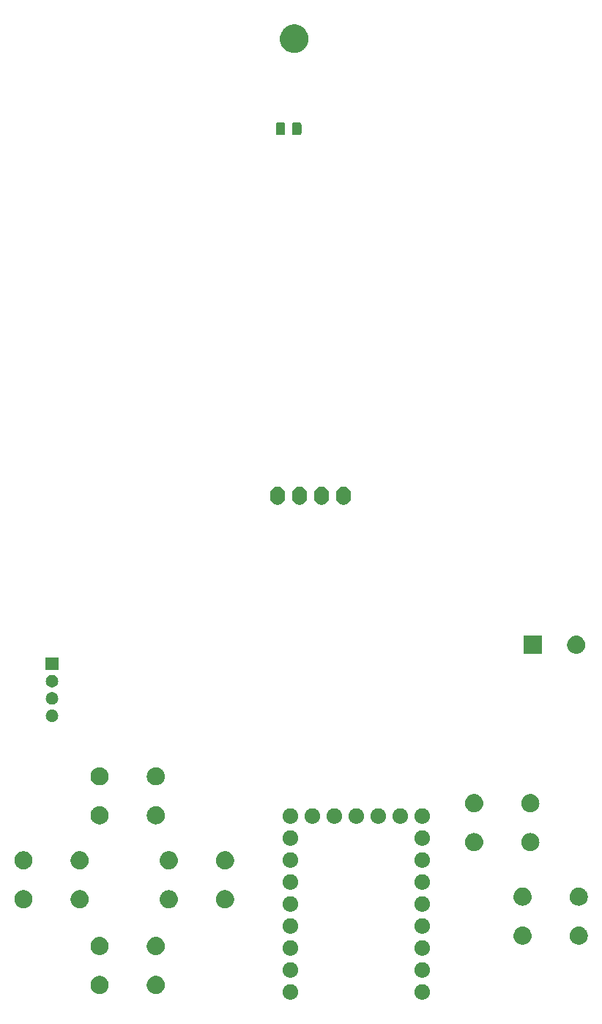
<source format=gbr>
G04 #@! TF.GenerationSoftware,KiCad,Pcbnew,8.0.5-8.0.5-0~ubuntu24.04.1*
G04 #@! TF.CreationDate,2024-10-08T07:51:32+09:00*
G04 #@! TF.ProjectId,gopher_flower_rp2040_sw,676f7068-6572-45f6-966c-6f7765725f72,rev?*
G04 #@! TF.SameCoordinates,Original*
G04 #@! TF.FileFunction,Soldermask,Bot*
G04 #@! TF.FilePolarity,Negative*
%FSLAX46Y46*%
G04 Gerber Fmt 4.6, Leading zero omitted, Abs format (unit mm)*
G04 Created by KiCad (PCBNEW 8.0.5-8.0.5-0~ubuntu24.04.1) date 2024-10-08 07:51:32*
%MOMM*%
%LPD*%
G01*
G04 APERTURE LIST*
G04 APERTURE END LIST*
G36*
X111103983Y-154503936D02*
G01*
X111154180Y-154503936D01*
X111197524Y-154513149D01*
X111235659Y-154516905D01*
X111283566Y-154531437D01*
X111338424Y-154543098D01*
X111373530Y-154558728D01*
X111404566Y-154568143D01*
X111453884Y-154594504D01*
X111510500Y-154619711D01*
X111536822Y-154638835D01*
X111560232Y-154651348D01*
X111607988Y-154690540D01*
X111662887Y-154730427D01*
X111680711Y-154750223D01*
X111696675Y-154763324D01*
X111739572Y-154815594D01*
X111788924Y-154870405D01*
X111799292Y-154888363D01*
X111808651Y-154899767D01*
X111843273Y-154964542D01*
X111883104Y-155033530D01*
X111887685Y-155047630D01*
X111891856Y-155055433D01*
X111914852Y-155131242D01*
X111941311Y-155212672D01*
X111942242Y-155221532D01*
X111943094Y-155224340D01*
X111951384Y-155308513D01*
X111961000Y-155400000D01*
X111951383Y-155491494D01*
X111943094Y-155575659D01*
X111942242Y-155578466D01*
X111941311Y-155587328D01*
X111914848Y-155668771D01*
X111891856Y-155744566D01*
X111887686Y-155752366D01*
X111883104Y-155766470D01*
X111843266Y-155835470D01*
X111808651Y-155900232D01*
X111799294Y-155911633D01*
X111788924Y-155929595D01*
X111739563Y-155984415D01*
X111696675Y-156036675D01*
X111680714Y-156049773D01*
X111662887Y-156069573D01*
X111607977Y-156109467D01*
X111560232Y-156148651D01*
X111536827Y-156161161D01*
X111510500Y-156180289D01*
X111453873Y-156205500D01*
X111404566Y-156231856D01*
X111373537Y-156241268D01*
X111338424Y-156256902D01*
X111283555Y-156268564D01*
X111235659Y-156283094D01*
X111197532Y-156286849D01*
X111154180Y-156296064D01*
X111103973Y-156296064D01*
X111060000Y-156300395D01*
X111016027Y-156296064D01*
X110965820Y-156296064D01*
X110922467Y-156286849D01*
X110884340Y-156283094D01*
X110836441Y-156268563D01*
X110781576Y-156256902D01*
X110746464Y-156241269D01*
X110715433Y-156231856D01*
X110666120Y-156205498D01*
X110609500Y-156180289D01*
X110583175Y-156161163D01*
X110559767Y-156148651D01*
X110512013Y-156109460D01*
X110457113Y-156069573D01*
X110439287Y-156049776D01*
X110423324Y-156036675D01*
X110380425Y-155984402D01*
X110331076Y-155929595D01*
X110320708Y-155911637D01*
X110311348Y-155900232D01*
X110276719Y-155835447D01*
X110236896Y-155766470D01*
X110232315Y-155752371D01*
X110228143Y-155744566D01*
X110205136Y-155668725D01*
X110178689Y-155587328D01*
X110177758Y-155578471D01*
X110176905Y-155575659D01*
X110168600Y-155491342D01*
X110159000Y-155400000D01*
X110168599Y-155308664D01*
X110176905Y-155224340D01*
X110177758Y-155221527D01*
X110178689Y-155212672D01*
X110205132Y-155131288D01*
X110228143Y-155055433D01*
X110232315Y-155047626D01*
X110236896Y-155033530D01*
X110276712Y-154964565D01*
X110311348Y-154899767D01*
X110320710Y-154888359D01*
X110331076Y-154870405D01*
X110380416Y-154815607D01*
X110423324Y-154763324D01*
X110439291Y-154750219D01*
X110457113Y-154730427D01*
X110512002Y-154690546D01*
X110559767Y-154651348D01*
X110583180Y-154638833D01*
X110609500Y-154619711D01*
X110666109Y-154594506D01*
X110715433Y-154568143D01*
X110746471Y-154558727D01*
X110781576Y-154543098D01*
X110836430Y-154531438D01*
X110884340Y-154516905D01*
X110922476Y-154513148D01*
X110965820Y-154503936D01*
X111016016Y-154503936D01*
X111060000Y-154499604D01*
X111103983Y-154503936D01*
G37*
G36*
X126343983Y-154503936D02*
G01*
X126394180Y-154503936D01*
X126437524Y-154513149D01*
X126475659Y-154516905D01*
X126523566Y-154531437D01*
X126578424Y-154543098D01*
X126613530Y-154558728D01*
X126644566Y-154568143D01*
X126693884Y-154594504D01*
X126750500Y-154619711D01*
X126776822Y-154638835D01*
X126800232Y-154651348D01*
X126847988Y-154690540D01*
X126902887Y-154730427D01*
X126920711Y-154750223D01*
X126936675Y-154763324D01*
X126979572Y-154815594D01*
X127028924Y-154870405D01*
X127039292Y-154888363D01*
X127048651Y-154899767D01*
X127083273Y-154964542D01*
X127123104Y-155033530D01*
X127127685Y-155047630D01*
X127131856Y-155055433D01*
X127154852Y-155131242D01*
X127181311Y-155212672D01*
X127182242Y-155221532D01*
X127183094Y-155224340D01*
X127191384Y-155308513D01*
X127201000Y-155400000D01*
X127191383Y-155491494D01*
X127183094Y-155575659D01*
X127182242Y-155578466D01*
X127181311Y-155587328D01*
X127154848Y-155668771D01*
X127131856Y-155744566D01*
X127127686Y-155752366D01*
X127123104Y-155766470D01*
X127083266Y-155835470D01*
X127048651Y-155900232D01*
X127039294Y-155911633D01*
X127028924Y-155929595D01*
X126979563Y-155984415D01*
X126936675Y-156036675D01*
X126920714Y-156049773D01*
X126902887Y-156069573D01*
X126847977Y-156109467D01*
X126800232Y-156148651D01*
X126776827Y-156161161D01*
X126750500Y-156180289D01*
X126693873Y-156205500D01*
X126644566Y-156231856D01*
X126613537Y-156241268D01*
X126578424Y-156256902D01*
X126523555Y-156268564D01*
X126475659Y-156283094D01*
X126437532Y-156286849D01*
X126394180Y-156296064D01*
X126343973Y-156296064D01*
X126300000Y-156300395D01*
X126256027Y-156296064D01*
X126205820Y-156296064D01*
X126162467Y-156286849D01*
X126124340Y-156283094D01*
X126076441Y-156268563D01*
X126021576Y-156256902D01*
X125986464Y-156241269D01*
X125955433Y-156231856D01*
X125906120Y-156205498D01*
X125849500Y-156180289D01*
X125823175Y-156161163D01*
X125799767Y-156148651D01*
X125752013Y-156109460D01*
X125697113Y-156069573D01*
X125679287Y-156049776D01*
X125663324Y-156036675D01*
X125620425Y-155984402D01*
X125571076Y-155929595D01*
X125560708Y-155911637D01*
X125551348Y-155900232D01*
X125516719Y-155835447D01*
X125476896Y-155766470D01*
X125472315Y-155752371D01*
X125468143Y-155744566D01*
X125445136Y-155668725D01*
X125418689Y-155587328D01*
X125417758Y-155578471D01*
X125416905Y-155575659D01*
X125408600Y-155491342D01*
X125399000Y-155400000D01*
X125408599Y-155308664D01*
X125416905Y-155224340D01*
X125417758Y-155221527D01*
X125418689Y-155212672D01*
X125445132Y-155131288D01*
X125468143Y-155055433D01*
X125472315Y-155047626D01*
X125476896Y-155033530D01*
X125516712Y-154964565D01*
X125551348Y-154899767D01*
X125560710Y-154888359D01*
X125571076Y-154870405D01*
X125620416Y-154815607D01*
X125663324Y-154763324D01*
X125679291Y-154750219D01*
X125697113Y-154730427D01*
X125752002Y-154690546D01*
X125799767Y-154651348D01*
X125823180Y-154638833D01*
X125849500Y-154619711D01*
X125906109Y-154594506D01*
X125955433Y-154568143D01*
X125986471Y-154558727D01*
X126021576Y-154543098D01*
X126076430Y-154531438D01*
X126124340Y-154516905D01*
X126162476Y-154513148D01*
X126205820Y-154503936D01*
X126256016Y-154503936D01*
X126300000Y-154499604D01*
X126343983Y-154503936D01*
G37*
G36*
X89050938Y-153554017D02*
G01*
X89096923Y-153554017D01*
X89148139Y-153563590D01*
X89205040Y-153569195D01*
X89248261Y-153582306D01*
X89287474Y-153589636D01*
X89341785Y-153610676D01*
X89402200Y-153629003D01*
X89436720Y-153647454D01*
X89468232Y-153659662D01*
X89522977Y-153693559D01*
X89583904Y-153726125D01*
X89609506Y-153747136D01*
X89633048Y-153761713D01*
X89685212Y-153809267D01*
X89743169Y-153856831D01*
X89760342Y-153877757D01*
X89776301Y-153892305D01*
X89822629Y-153953653D01*
X89873875Y-154016096D01*
X89883783Y-154034634D01*
X89893122Y-154047000D01*
X89930274Y-154121613D01*
X89970997Y-154197800D01*
X89975340Y-154212117D01*
X89979528Y-154220528D01*
X90004267Y-154307476D01*
X90030805Y-154394960D01*
X90031676Y-154403811D01*
X90032577Y-154406975D01*
X90041938Y-154508002D01*
X90051000Y-154600000D01*
X90041938Y-154692005D01*
X90032577Y-154793024D01*
X90031676Y-154796187D01*
X90030805Y-154805040D01*
X90004262Y-154892538D01*
X89979528Y-154979471D01*
X89975341Y-154987879D01*
X89970997Y-155002200D01*
X89930267Y-155078399D01*
X89893122Y-155152999D01*
X89883785Y-155165362D01*
X89873875Y-155183904D01*
X89822620Y-155246357D01*
X89776301Y-155307694D01*
X89760345Y-155322238D01*
X89743169Y-155343169D01*
X89685201Y-155390741D01*
X89633048Y-155438286D01*
X89609511Y-155452859D01*
X89583904Y-155473875D01*
X89522965Y-155506447D01*
X89468232Y-155540337D01*
X89436726Y-155552542D01*
X89402200Y-155570997D01*
X89341773Y-155589327D01*
X89287474Y-155610363D01*
X89248268Y-155617691D01*
X89205040Y-155630805D01*
X89148136Y-155636409D01*
X89096923Y-155645983D01*
X89050938Y-155645983D01*
X89000000Y-155651000D01*
X88949062Y-155645983D01*
X88903077Y-155645983D01*
X88851863Y-155636409D01*
X88794960Y-155630805D01*
X88751732Y-155617692D01*
X88712525Y-155610363D01*
X88658221Y-155589325D01*
X88597800Y-155570997D01*
X88563275Y-155552543D01*
X88531767Y-155540337D01*
X88477027Y-155506443D01*
X88416096Y-155473875D01*
X88390491Y-155452861D01*
X88366951Y-155438286D01*
X88314788Y-155390733D01*
X88256831Y-155343169D01*
X88239656Y-155322242D01*
X88223698Y-155307694D01*
X88177367Y-155246342D01*
X88126125Y-155183904D01*
X88116216Y-155165366D01*
X88106877Y-155152999D01*
X88069717Y-155078372D01*
X88029003Y-155002200D01*
X88024660Y-154987884D01*
X88020471Y-154979471D01*
X87995721Y-154892485D01*
X87969195Y-154805040D01*
X87968323Y-154796192D01*
X87967422Y-154793024D01*
X87958044Y-154691833D01*
X87949000Y-154600000D01*
X87958044Y-154508173D01*
X87967422Y-154406975D01*
X87968323Y-154403805D01*
X87969195Y-154394960D01*
X87995716Y-154307529D01*
X88020471Y-154220528D01*
X88024661Y-154212112D01*
X88029003Y-154197800D01*
X88069710Y-154121641D01*
X88106877Y-154047000D01*
X88116218Y-154034629D01*
X88126125Y-154016096D01*
X88177357Y-153953668D01*
X88223698Y-153892305D01*
X88239660Y-153877753D01*
X88256831Y-153856831D01*
X88314777Y-153809275D01*
X88366951Y-153761713D01*
X88390496Y-153747134D01*
X88416096Y-153726125D01*
X88477015Y-153693563D01*
X88531767Y-153659662D01*
X88563282Y-153647452D01*
X88597800Y-153629003D01*
X88658209Y-153610677D01*
X88712525Y-153589636D01*
X88751739Y-153582305D01*
X88794960Y-153569195D01*
X88851860Y-153563590D01*
X88903077Y-153554017D01*
X88949062Y-153554017D01*
X89000000Y-153549000D01*
X89050938Y-153554017D01*
G37*
G36*
X95550938Y-153554017D02*
G01*
X95596923Y-153554017D01*
X95648139Y-153563590D01*
X95705040Y-153569195D01*
X95748261Y-153582306D01*
X95787474Y-153589636D01*
X95841785Y-153610676D01*
X95902200Y-153629003D01*
X95936720Y-153647454D01*
X95968232Y-153659662D01*
X96022977Y-153693559D01*
X96083904Y-153726125D01*
X96109506Y-153747136D01*
X96133048Y-153761713D01*
X96185212Y-153809267D01*
X96243169Y-153856831D01*
X96260342Y-153877757D01*
X96276301Y-153892305D01*
X96322629Y-153953653D01*
X96373875Y-154016096D01*
X96383783Y-154034634D01*
X96393122Y-154047000D01*
X96430274Y-154121613D01*
X96470997Y-154197800D01*
X96475340Y-154212117D01*
X96479528Y-154220528D01*
X96504267Y-154307476D01*
X96530805Y-154394960D01*
X96531676Y-154403811D01*
X96532577Y-154406975D01*
X96541938Y-154508002D01*
X96551000Y-154600000D01*
X96541938Y-154692005D01*
X96532577Y-154793024D01*
X96531676Y-154796187D01*
X96530805Y-154805040D01*
X96504262Y-154892538D01*
X96479528Y-154979471D01*
X96475341Y-154987879D01*
X96470997Y-155002200D01*
X96430267Y-155078399D01*
X96393122Y-155152999D01*
X96383785Y-155165362D01*
X96373875Y-155183904D01*
X96322620Y-155246357D01*
X96276301Y-155307694D01*
X96260345Y-155322238D01*
X96243169Y-155343169D01*
X96185201Y-155390741D01*
X96133048Y-155438286D01*
X96109511Y-155452859D01*
X96083904Y-155473875D01*
X96022965Y-155506447D01*
X95968232Y-155540337D01*
X95936726Y-155552542D01*
X95902200Y-155570997D01*
X95841773Y-155589327D01*
X95787474Y-155610363D01*
X95748268Y-155617691D01*
X95705040Y-155630805D01*
X95648136Y-155636409D01*
X95596923Y-155645983D01*
X95550938Y-155645983D01*
X95500000Y-155651000D01*
X95449062Y-155645983D01*
X95403077Y-155645983D01*
X95351863Y-155636409D01*
X95294960Y-155630805D01*
X95251732Y-155617692D01*
X95212525Y-155610363D01*
X95158221Y-155589325D01*
X95097800Y-155570997D01*
X95063275Y-155552543D01*
X95031767Y-155540337D01*
X94977027Y-155506443D01*
X94916096Y-155473875D01*
X94890491Y-155452861D01*
X94866951Y-155438286D01*
X94814788Y-155390733D01*
X94756831Y-155343169D01*
X94739656Y-155322242D01*
X94723698Y-155307694D01*
X94677367Y-155246342D01*
X94626125Y-155183904D01*
X94616216Y-155165366D01*
X94606877Y-155152999D01*
X94569717Y-155078372D01*
X94529003Y-155002200D01*
X94524660Y-154987884D01*
X94520471Y-154979471D01*
X94495721Y-154892485D01*
X94469195Y-154805040D01*
X94468323Y-154796192D01*
X94467422Y-154793024D01*
X94458044Y-154691833D01*
X94449000Y-154600000D01*
X94458044Y-154508173D01*
X94467422Y-154406975D01*
X94468323Y-154403805D01*
X94469195Y-154394960D01*
X94495716Y-154307529D01*
X94520471Y-154220528D01*
X94524661Y-154212112D01*
X94529003Y-154197800D01*
X94569710Y-154121641D01*
X94606877Y-154047000D01*
X94616218Y-154034629D01*
X94626125Y-154016096D01*
X94677357Y-153953668D01*
X94723698Y-153892305D01*
X94739660Y-153877753D01*
X94756831Y-153856831D01*
X94814777Y-153809275D01*
X94866951Y-153761713D01*
X94890496Y-153747134D01*
X94916096Y-153726125D01*
X94977015Y-153693563D01*
X95031767Y-153659662D01*
X95063282Y-153647452D01*
X95097800Y-153629003D01*
X95158209Y-153610677D01*
X95212525Y-153589636D01*
X95251739Y-153582305D01*
X95294960Y-153569195D01*
X95351860Y-153563590D01*
X95403077Y-153554017D01*
X95449062Y-153554017D01*
X95500000Y-153549000D01*
X95550938Y-153554017D01*
G37*
G36*
X111103983Y-151963936D02*
G01*
X111154180Y-151963936D01*
X111197524Y-151973149D01*
X111235659Y-151976905D01*
X111283566Y-151991437D01*
X111338424Y-152003098D01*
X111373530Y-152018728D01*
X111404566Y-152028143D01*
X111453884Y-152054504D01*
X111510500Y-152079711D01*
X111536822Y-152098835D01*
X111560232Y-152111348D01*
X111607988Y-152150540D01*
X111662887Y-152190427D01*
X111680711Y-152210223D01*
X111696675Y-152223324D01*
X111739572Y-152275594D01*
X111788924Y-152330405D01*
X111799292Y-152348363D01*
X111808651Y-152359767D01*
X111843273Y-152424542D01*
X111883104Y-152493530D01*
X111887685Y-152507630D01*
X111891856Y-152515433D01*
X111914852Y-152591242D01*
X111941311Y-152672672D01*
X111942242Y-152681532D01*
X111943094Y-152684340D01*
X111951384Y-152768513D01*
X111961000Y-152860000D01*
X111951383Y-152951494D01*
X111943094Y-153035659D01*
X111942242Y-153038466D01*
X111941311Y-153047328D01*
X111914848Y-153128771D01*
X111891856Y-153204566D01*
X111887686Y-153212366D01*
X111883104Y-153226470D01*
X111843266Y-153295470D01*
X111808651Y-153360232D01*
X111799294Y-153371633D01*
X111788924Y-153389595D01*
X111739563Y-153444415D01*
X111696675Y-153496675D01*
X111680714Y-153509773D01*
X111662887Y-153529573D01*
X111607977Y-153569467D01*
X111560232Y-153608651D01*
X111536827Y-153621161D01*
X111510500Y-153640289D01*
X111453873Y-153665500D01*
X111404566Y-153691856D01*
X111373537Y-153701268D01*
X111338424Y-153716902D01*
X111283555Y-153728564D01*
X111235659Y-153743094D01*
X111197532Y-153746849D01*
X111154180Y-153756064D01*
X111103973Y-153756064D01*
X111060000Y-153760395D01*
X111016027Y-153756064D01*
X110965820Y-153756064D01*
X110922467Y-153746849D01*
X110884340Y-153743094D01*
X110836441Y-153728563D01*
X110781576Y-153716902D01*
X110746464Y-153701269D01*
X110715433Y-153691856D01*
X110666120Y-153665498D01*
X110609500Y-153640289D01*
X110583175Y-153621163D01*
X110559767Y-153608651D01*
X110512013Y-153569460D01*
X110457113Y-153529573D01*
X110439287Y-153509776D01*
X110423324Y-153496675D01*
X110380425Y-153444402D01*
X110331076Y-153389595D01*
X110320708Y-153371637D01*
X110311348Y-153360232D01*
X110276719Y-153295447D01*
X110236896Y-153226470D01*
X110232315Y-153212371D01*
X110228143Y-153204566D01*
X110205136Y-153128725D01*
X110178689Y-153047328D01*
X110177758Y-153038471D01*
X110176905Y-153035659D01*
X110168600Y-152951342D01*
X110159000Y-152860000D01*
X110168599Y-152768664D01*
X110176905Y-152684340D01*
X110177758Y-152681527D01*
X110178689Y-152672672D01*
X110205132Y-152591288D01*
X110228143Y-152515433D01*
X110232315Y-152507626D01*
X110236896Y-152493530D01*
X110276712Y-152424565D01*
X110311348Y-152359767D01*
X110320710Y-152348359D01*
X110331076Y-152330405D01*
X110380416Y-152275607D01*
X110423324Y-152223324D01*
X110439291Y-152210219D01*
X110457113Y-152190427D01*
X110512002Y-152150546D01*
X110559767Y-152111348D01*
X110583180Y-152098833D01*
X110609500Y-152079711D01*
X110666109Y-152054506D01*
X110715433Y-152028143D01*
X110746471Y-152018727D01*
X110781576Y-152003098D01*
X110836430Y-151991438D01*
X110884340Y-151976905D01*
X110922476Y-151973148D01*
X110965820Y-151963936D01*
X111016016Y-151963936D01*
X111060000Y-151959604D01*
X111103983Y-151963936D01*
G37*
G36*
X126343983Y-151963936D02*
G01*
X126394180Y-151963936D01*
X126437524Y-151973149D01*
X126475659Y-151976905D01*
X126523566Y-151991437D01*
X126578424Y-152003098D01*
X126613530Y-152018728D01*
X126644566Y-152028143D01*
X126693884Y-152054504D01*
X126750500Y-152079711D01*
X126776822Y-152098835D01*
X126800232Y-152111348D01*
X126847988Y-152150540D01*
X126902887Y-152190427D01*
X126920711Y-152210223D01*
X126936675Y-152223324D01*
X126979572Y-152275594D01*
X127028924Y-152330405D01*
X127039292Y-152348363D01*
X127048651Y-152359767D01*
X127083273Y-152424542D01*
X127123104Y-152493530D01*
X127127685Y-152507630D01*
X127131856Y-152515433D01*
X127154852Y-152591242D01*
X127181311Y-152672672D01*
X127182242Y-152681532D01*
X127183094Y-152684340D01*
X127191384Y-152768513D01*
X127201000Y-152860000D01*
X127191383Y-152951494D01*
X127183094Y-153035659D01*
X127182242Y-153038466D01*
X127181311Y-153047328D01*
X127154848Y-153128771D01*
X127131856Y-153204566D01*
X127127686Y-153212366D01*
X127123104Y-153226470D01*
X127083266Y-153295470D01*
X127048651Y-153360232D01*
X127039294Y-153371633D01*
X127028924Y-153389595D01*
X126979563Y-153444415D01*
X126936675Y-153496675D01*
X126920714Y-153509773D01*
X126902887Y-153529573D01*
X126847977Y-153569467D01*
X126800232Y-153608651D01*
X126776827Y-153621161D01*
X126750500Y-153640289D01*
X126693873Y-153665500D01*
X126644566Y-153691856D01*
X126613537Y-153701268D01*
X126578424Y-153716902D01*
X126523555Y-153728564D01*
X126475659Y-153743094D01*
X126437532Y-153746849D01*
X126394180Y-153756064D01*
X126343973Y-153756064D01*
X126300000Y-153760395D01*
X126256027Y-153756064D01*
X126205820Y-153756064D01*
X126162467Y-153746849D01*
X126124340Y-153743094D01*
X126076441Y-153728563D01*
X126021576Y-153716902D01*
X125986464Y-153701269D01*
X125955433Y-153691856D01*
X125906120Y-153665498D01*
X125849500Y-153640289D01*
X125823175Y-153621163D01*
X125799767Y-153608651D01*
X125752013Y-153569460D01*
X125697113Y-153529573D01*
X125679287Y-153509776D01*
X125663324Y-153496675D01*
X125620425Y-153444402D01*
X125571076Y-153389595D01*
X125560708Y-153371637D01*
X125551348Y-153360232D01*
X125516719Y-153295447D01*
X125476896Y-153226470D01*
X125472315Y-153212371D01*
X125468143Y-153204566D01*
X125445136Y-153128725D01*
X125418689Y-153047328D01*
X125417758Y-153038471D01*
X125416905Y-153035659D01*
X125408600Y-152951342D01*
X125399000Y-152860000D01*
X125408599Y-152768664D01*
X125416905Y-152684340D01*
X125417758Y-152681527D01*
X125418689Y-152672672D01*
X125445132Y-152591288D01*
X125468143Y-152515433D01*
X125472315Y-152507626D01*
X125476896Y-152493530D01*
X125516712Y-152424565D01*
X125551348Y-152359767D01*
X125560710Y-152348359D01*
X125571076Y-152330405D01*
X125620416Y-152275607D01*
X125663324Y-152223324D01*
X125679291Y-152210219D01*
X125697113Y-152190427D01*
X125752002Y-152150546D01*
X125799767Y-152111348D01*
X125823180Y-152098833D01*
X125849500Y-152079711D01*
X125906109Y-152054506D01*
X125955433Y-152028143D01*
X125986471Y-152018727D01*
X126021576Y-152003098D01*
X126076430Y-151991438D01*
X126124340Y-151976905D01*
X126162476Y-151973148D01*
X126205820Y-151963936D01*
X126256016Y-151963936D01*
X126300000Y-151959604D01*
X126343983Y-151963936D01*
G37*
G36*
X111103983Y-149423936D02*
G01*
X111154180Y-149423936D01*
X111197524Y-149433149D01*
X111235659Y-149436905D01*
X111283566Y-149451437D01*
X111338424Y-149463098D01*
X111373530Y-149478728D01*
X111404566Y-149488143D01*
X111453884Y-149514504D01*
X111510500Y-149539711D01*
X111536822Y-149558835D01*
X111560232Y-149571348D01*
X111607988Y-149610540D01*
X111662887Y-149650427D01*
X111680711Y-149670223D01*
X111696675Y-149683324D01*
X111739572Y-149735594D01*
X111788924Y-149790405D01*
X111799292Y-149808363D01*
X111808651Y-149819767D01*
X111843273Y-149884542D01*
X111883104Y-149953530D01*
X111887685Y-149967630D01*
X111891856Y-149975433D01*
X111914852Y-150051242D01*
X111941311Y-150132672D01*
X111942242Y-150141532D01*
X111943094Y-150144340D01*
X111951384Y-150228513D01*
X111961000Y-150320000D01*
X111951383Y-150411494D01*
X111943094Y-150495659D01*
X111942242Y-150498466D01*
X111941311Y-150507328D01*
X111914848Y-150588771D01*
X111891856Y-150664566D01*
X111887686Y-150672366D01*
X111883104Y-150686470D01*
X111843266Y-150755470D01*
X111808651Y-150820232D01*
X111799294Y-150831633D01*
X111788924Y-150849595D01*
X111739563Y-150904415D01*
X111696675Y-150956675D01*
X111680714Y-150969773D01*
X111662887Y-150989573D01*
X111607977Y-151029467D01*
X111560232Y-151068651D01*
X111536827Y-151081161D01*
X111510500Y-151100289D01*
X111453873Y-151125500D01*
X111404566Y-151151856D01*
X111373537Y-151161268D01*
X111338424Y-151176902D01*
X111283555Y-151188564D01*
X111235659Y-151203094D01*
X111197532Y-151206849D01*
X111154180Y-151216064D01*
X111103973Y-151216064D01*
X111060000Y-151220395D01*
X111016027Y-151216064D01*
X110965820Y-151216064D01*
X110922467Y-151206849D01*
X110884340Y-151203094D01*
X110836441Y-151188563D01*
X110781576Y-151176902D01*
X110746464Y-151161269D01*
X110715433Y-151151856D01*
X110666120Y-151125498D01*
X110609500Y-151100289D01*
X110583175Y-151081163D01*
X110559767Y-151068651D01*
X110512013Y-151029460D01*
X110457113Y-150989573D01*
X110439287Y-150969776D01*
X110423324Y-150956675D01*
X110380425Y-150904402D01*
X110331076Y-150849595D01*
X110320708Y-150831637D01*
X110311348Y-150820232D01*
X110276719Y-150755447D01*
X110236896Y-150686470D01*
X110232315Y-150672371D01*
X110228143Y-150664566D01*
X110205136Y-150588725D01*
X110178689Y-150507328D01*
X110177758Y-150498471D01*
X110176905Y-150495659D01*
X110168600Y-150411342D01*
X110159000Y-150320000D01*
X110168599Y-150228664D01*
X110176905Y-150144340D01*
X110177758Y-150141527D01*
X110178689Y-150132672D01*
X110205132Y-150051288D01*
X110228143Y-149975433D01*
X110232315Y-149967626D01*
X110236896Y-149953530D01*
X110276712Y-149884565D01*
X110311348Y-149819767D01*
X110320710Y-149808359D01*
X110331076Y-149790405D01*
X110380416Y-149735607D01*
X110423324Y-149683324D01*
X110439291Y-149670219D01*
X110457113Y-149650427D01*
X110512002Y-149610546D01*
X110559767Y-149571348D01*
X110583180Y-149558833D01*
X110609500Y-149539711D01*
X110666109Y-149514506D01*
X110715433Y-149488143D01*
X110746471Y-149478727D01*
X110781576Y-149463098D01*
X110836430Y-149451438D01*
X110884340Y-149436905D01*
X110922476Y-149433148D01*
X110965820Y-149423936D01*
X111016016Y-149423936D01*
X111060000Y-149419604D01*
X111103983Y-149423936D01*
G37*
G36*
X126343983Y-149423936D02*
G01*
X126394180Y-149423936D01*
X126437524Y-149433149D01*
X126475659Y-149436905D01*
X126523566Y-149451437D01*
X126578424Y-149463098D01*
X126613530Y-149478728D01*
X126644566Y-149488143D01*
X126693884Y-149514504D01*
X126750500Y-149539711D01*
X126776822Y-149558835D01*
X126800232Y-149571348D01*
X126847988Y-149610540D01*
X126902887Y-149650427D01*
X126920711Y-149670223D01*
X126936675Y-149683324D01*
X126979572Y-149735594D01*
X127028924Y-149790405D01*
X127039292Y-149808363D01*
X127048651Y-149819767D01*
X127083273Y-149884542D01*
X127123104Y-149953530D01*
X127127685Y-149967630D01*
X127131856Y-149975433D01*
X127154852Y-150051242D01*
X127181311Y-150132672D01*
X127182242Y-150141532D01*
X127183094Y-150144340D01*
X127191384Y-150228513D01*
X127201000Y-150320000D01*
X127191383Y-150411494D01*
X127183094Y-150495659D01*
X127182242Y-150498466D01*
X127181311Y-150507328D01*
X127154848Y-150588771D01*
X127131856Y-150664566D01*
X127127686Y-150672366D01*
X127123104Y-150686470D01*
X127083266Y-150755470D01*
X127048651Y-150820232D01*
X127039294Y-150831633D01*
X127028924Y-150849595D01*
X126979563Y-150904415D01*
X126936675Y-150956675D01*
X126920714Y-150969773D01*
X126902887Y-150989573D01*
X126847977Y-151029467D01*
X126800232Y-151068651D01*
X126776827Y-151081161D01*
X126750500Y-151100289D01*
X126693873Y-151125500D01*
X126644566Y-151151856D01*
X126613537Y-151161268D01*
X126578424Y-151176902D01*
X126523555Y-151188564D01*
X126475659Y-151203094D01*
X126437532Y-151206849D01*
X126394180Y-151216064D01*
X126343973Y-151216064D01*
X126300000Y-151220395D01*
X126256027Y-151216064D01*
X126205820Y-151216064D01*
X126162467Y-151206849D01*
X126124340Y-151203094D01*
X126076441Y-151188563D01*
X126021576Y-151176902D01*
X125986464Y-151161269D01*
X125955433Y-151151856D01*
X125906120Y-151125498D01*
X125849500Y-151100289D01*
X125823175Y-151081163D01*
X125799767Y-151068651D01*
X125752013Y-151029460D01*
X125697113Y-150989573D01*
X125679287Y-150969776D01*
X125663324Y-150956675D01*
X125620425Y-150904402D01*
X125571076Y-150849595D01*
X125560708Y-150831637D01*
X125551348Y-150820232D01*
X125516719Y-150755447D01*
X125476896Y-150686470D01*
X125472315Y-150672371D01*
X125468143Y-150664566D01*
X125445136Y-150588725D01*
X125418689Y-150507328D01*
X125417758Y-150498471D01*
X125416905Y-150495659D01*
X125408600Y-150411342D01*
X125399000Y-150320000D01*
X125408599Y-150228664D01*
X125416905Y-150144340D01*
X125417758Y-150141527D01*
X125418689Y-150132672D01*
X125445132Y-150051288D01*
X125468143Y-149975433D01*
X125472315Y-149967626D01*
X125476896Y-149953530D01*
X125516712Y-149884565D01*
X125551348Y-149819767D01*
X125560710Y-149808359D01*
X125571076Y-149790405D01*
X125620416Y-149735607D01*
X125663324Y-149683324D01*
X125679291Y-149670219D01*
X125697113Y-149650427D01*
X125752002Y-149610546D01*
X125799767Y-149571348D01*
X125823180Y-149558833D01*
X125849500Y-149539711D01*
X125906109Y-149514506D01*
X125955433Y-149488143D01*
X125986471Y-149478727D01*
X126021576Y-149463098D01*
X126076430Y-149451438D01*
X126124340Y-149436905D01*
X126162476Y-149433148D01*
X126205820Y-149423936D01*
X126256016Y-149423936D01*
X126300000Y-149419604D01*
X126343983Y-149423936D01*
G37*
G36*
X89050938Y-149054017D02*
G01*
X89096923Y-149054017D01*
X89148139Y-149063590D01*
X89205040Y-149069195D01*
X89248261Y-149082306D01*
X89287474Y-149089636D01*
X89341785Y-149110676D01*
X89402200Y-149129003D01*
X89436720Y-149147454D01*
X89468232Y-149159662D01*
X89522977Y-149193559D01*
X89583904Y-149226125D01*
X89609506Y-149247136D01*
X89633048Y-149261713D01*
X89685212Y-149309267D01*
X89743169Y-149356831D01*
X89760342Y-149377757D01*
X89776301Y-149392305D01*
X89822629Y-149453653D01*
X89873875Y-149516096D01*
X89883783Y-149534634D01*
X89893122Y-149547000D01*
X89930274Y-149621613D01*
X89970997Y-149697800D01*
X89975340Y-149712117D01*
X89979528Y-149720528D01*
X90004267Y-149807476D01*
X90030805Y-149894960D01*
X90031676Y-149903811D01*
X90032577Y-149906975D01*
X90041938Y-150008002D01*
X90051000Y-150100000D01*
X90041938Y-150192005D01*
X90032577Y-150293024D01*
X90031676Y-150296187D01*
X90030805Y-150305040D01*
X90004262Y-150392538D01*
X89979528Y-150479471D01*
X89975341Y-150487879D01*
X89970997Y-150502200D01*
X89930267Y-150578399D01*
X89893122Y-150652999D01*
X89883785Y-150665362D01*
X89873875Y-150683904D01*
X89822620Y-150746357D01*
X89776301Y-150807694D01*
X89760345Y-150822238D01*
X89743169Y-150843169D01*
X89685201Y-150890741D01*
X89633048Y-150938286D01*
X89609511Y-150952859D01*
X89583904Y-150973875D01*
X89522965Y-151006447D01*
X89468232Y-151040337D01*
X89436726Y-151052542D01*
X89402200Y-151070997D01*
X89341773Y-151089327D01*
X89287474Y-151110363D01*
X89248268Y-151117691D01*
X89205040Y-151130805D01*
X89148136Y-151136409D01*
X89096923Y-151145983D01*
X89050938Y-151145983D01*
X89000000Y-151151000D01*
X88949062Y-151145983D01*
X88903077Y-151145983D01*
X88851863Y-151136409D01*
X88794960Y-151130805D01*
X88751732Y-151117692D01*
X88712525Y-151110363D01*
X88658221Y-151089325D01*
X88597800Y-151070997D01*
X88563275Y-151052543D01*
X88531767Y-151040337D01*
X88477027Y-151006443D01*
X88416096Y-150973875D01*
X88390491Y-150952861D01*
X88366951Y-150938286D01*
X88314788Y-150890733D01*
X88256831Y-150843169D01*
X88239656Y-150822242D01*
X88223698Y-150807694D01*
X88177367Y-150746342D01*
X88126125Y-150683904D01*
X88116216Y-150665366D01*
X88106877Y-150652999D01*
X88069717Y-150578372D01*
X88029003Y-150502200D01*
X88024660Y-150487884D01*
X88020471Y-150479471D01*
X87995721Y-150392485D01*
X87969195Y-150305040D01*
X87968323Y-150296192D01*
X87967422Y-150293024D01*
X87958044Y-150191833D01*
X87949000Y-150100000D01*
X87958044Y-150008173D01*
X87967422Y-149906975D01*
X87968323Y-149903805D01*
X87969195Y-149894960D01*
X87995716Y-149807529D01*
X88020471Y-149720528D01*
X88024661Y-149712112D01*
X88029003Y-149697800D01*
X88069710Y-149621641D01*
X88106877Y-149547000D01*
X88116218Y-149534629D01*
X88126125Y-149516096D01*
X88177357Y-149453668D01*
X88223698Y-149392305D01*
X88239660Y-149377753D01*
X88256831Y-149356831D01*
X88314777Y-149309275D01*
X88366951Y-149261713D01*
X88390496Y-149247134D01*
X88416096Y-149226125D01*
X88477015Y-149193563D01*
X88531767Y-149159662D01*
X88563282Y-149147452D01*
X88597800Y-149129003D01*
X88658209Y-149110677D01*
X88712525Y-149089636D01*
X88751739Y-149082305D01*
X88794960Y-149069195D01*
X88851860Y-149063590D01*
X88903077Y-149054017D01*
X88949062Y-149054017D01*
X89000000Y-149049000D01*
X89050938Y-149054017D01*
G37*
G36*
X95550938Y-149054017D02*
G01*
X95596923Y-149054017D01*
X95648139Y-149063590D01*
X95705040Y-149069195D01*
X95748261Y-149082306D01*
X95787474Y-149089636D01*
X95841785Y-149110676D01*
X95902200Y-149129003D01*
X95936720Y-149147454D01*
X95968232Y-149159662D01*
X96022977Y-149193559D01*
X96083904Y-149226125D01*
X96109506Y-149247136D01*
X96133048Y-149261713D01*
X96185212Y-149309267D01*
X96243169Y-149356831D01*
X96260342Y-149377757D01*
X96276301Y-149392305D01*
X96322629Y-149453653D01*
X96373875Y-149516096D01*
X96383783Y-149534634D01*
X96393122Y-149547000D01*
X96430274Y-149621613D01*
X96470997Y-149697800D01*
X96475340Y-149712117D01*
X96479528Y-149720528D01*
X96504267Y-149807476D01*
X96530805Y-149894960D01*
X96531676Y-149903811D01*
X96532577Y-149906975D01*
X96541938Y-150008002D01*
X96551000Y-150100000D01*
X96541938Y-150192005D01*
X96532577Y-150293024D01*
X96531676Y-150296187D01*
X96530805Y-150305040D01*
X96504262Y-150392538D01*
X96479528Y-150479471D01*
X96475341Y-150487879D01*
X96470997Y-150502200D01*
X96430267Y-150578399D01*
X96393122Y-150652999D01*
X96383785Y-150665362D01*
X96373875Y-150683904D01*
X96322620Y-150746357D01*
X96276301Y-150807694D01*
X96260345Y-150822238D01*
X96243169Y-150843169D01*
X96185201Y-150890741D01*
X96133048Y-150938286D01*
X96109511Y-150952859D01*
X96083904Y-150973875D01*
X96022965Y-151006447D01*
X95968232Y-151040337D01*
X95936726Y-151052542D01*
X95902200Y-151070997D01*
X95841773Y-151089327D01*
X95787474Y-151110363D01*
X95748268Y-151117691D01*
X95705040Y-151130805D01*
X95648136Y-151136409D01*
X95596923Y-151145983D01*
X95550938Y-151145983D01*
X95500000Y-151151000D01*
X95449062Y-151145983D01*
X95403077Y-151145983D01*
X95351863Y-151136409D01*
X95294960Y-151130805D01*
X95251732Y-151117692D01*
X95212525Y-151110363D01*
X95158221Y-151089325D01*
X95097800Y-151070997D01*
X95063275Y-151052543D01*
X95031767Y-151040337D01*
X94977027Y-151006443D01*
X94916096Y-150973875D01*
X94890491Y-150952861D01*
X94866951Y-150938286D01*
X94814788Y-150890733D01*
X94756831Y-150843169D01*
X94739656Y-150822242D01*
X94723698Y-150807694D01*
X94677367Y-150746342D01*
X94626125Y-150683904D01*
X94616216Y-150665366D01*
X94606877Y-150652999D01*
X94569717Y-150578372D01*
X94529003Y-150502200D01*
X94524660Y-150487884D01*
X94520471Y-150479471D01*
X94495721Y-150392485D01*
X94469195Y-150305040D01*
X94468323Y-150296192D01*
X94467422Y-150293024D01*
X94458044Y-150191833D01*
X94449000Y-150100000D01*
X94458044Y-150008173D01*
X94467422Y-149906975D01*
X94468323Y-149903805D01*
X94469195Y-149894960D01*
X94495716Y-149807529D01*
X94520471Y-149720528D01*
X94524661Y-149712112D01*
X94529003Y-149697800D01*
X94569710Y-149621641D01*
X94606877Y-149547000D01*
X94616218Y-149534629D01*
X94626125Y-149516096D01*
X94677357Y-149453668D01*
X94723698Y-149392305D01*
X94739660Y-149377753D01*
X94756831Y-149356831D01*
X94814777Y-149309275D01*
X94866951Y-149261713D01*
X94890496Y-149247134D01*
X94916096Y-149226125D01*
X94977015Y-149193563D01*
X95031767Y-149159662D01*
X95063282Y-149147452D01*
X95097800Y-149129003D01*
X95158209Y-149110677D01*
X95212525Y-149089636D01*
X95251739Y-149082305D01*
X95294960Y-149069195D01*
X95351860Y-149063590D01*
X95403077Y-149054017D01*
X95449062Y-149054017D01*
X95500000Y-149049000D01*
X95550938Y-149054017D01*
G37*
G36*
X137950938Y-147854017D02*
G01*
X137996923Y-147854017D01*
X138048139Y-147863590D01*
X138105040Y-147869195D01*
X138148261Y-147882306D01*
X138187474Y-147889636D01*
X138241785Y-147910676D01*
X138302200Y-147929003D01*
X138336720Y-147947454D01*
X138368232Y-147959662D01*
X138422977Y-147993559D01*
X138483904Y-148026125D01*
X138509506Y-148047136D01*
X138533048Y-148061713D01*
X138585212Y-148109267D01*
X138643169Y-148156831D01*
X138660342Y-148177757D01*
X138676301Y-148192305D01*
X138722629Y-148253653D01*
X138773875Y-148316096D01*
X138783783Y-148334634D01*
X138793122Y-148347000D01*
X138830274Y-148421613D01*
X138870997Y-148497800D01*
X138875340Y-148512117D01*
X138879528Y-148520528D01*
X138904267Y-148607476D01*
X138930805Y-148694960D01*
X138931676Y-148703811D01*
X138932577Y-148706975D01*
X138941938Y-148808002D01*
X138951000Y-148900000D01*
X138941938Y-148992005D01*
X138932577Y-149093024D01*
X138931676Y-149096187D01*
X138930805Y-149105040D01*
X138904262Y-149192538D01*
X138879528Y-149279471D01*
X138875341Y-149287879D01*
X138870997Y-149302200D01*
X138830267Y-149378399D01*
X138793122Y-149452999D01*
X138783785Y-149465362D01*
X138773875Y-149483904D01*
X138722620Y-149546357D01*
X138676301Y-149607694D01*
X138660345Y-149622238D01*
X138643169Y-149643169D01*
X138585201Y-149690741D01*
X138533048Y-149738286D01*
X138509511Y-149752859D01*
X138483904Y-149773875D01*
X138422965Y-149806447D01*
X138368232Y-149840337D01*
X138336726Y-149852542D01*
X138302200Y-149870997D01*
X138241773Y-149889327D01*
X138187474Y-149910363D01*
X138148268Y-149917691D01*
X138105040Y-149930805D01*
X138048136Y-149936409D01*
X137996923Y-149945983D01*
X137950938Y-149945983D01*
X137900000Y-149951000D01*
X137849062Y-149945983D01*
X137803077Y-149945983D01*
X137751863Y-149936409D01*
X137694960Y-149930805D01*
X137651732Y-149917692D01*
X137612525Y-149910363D01*
X137558221Y-149889325D01*
X137497800Y-149870997D01*
X137463275Y-149852543D01*
X137431767Y-149840337D01*
X137377027Y-149806443D01*
X137316096Y-149773875D01*
X137290491Y-149752861D01*
X137266951Y-149738286D01*
X137214788Y-149690733D01*
X137156831Y-149643169D01*
X137139656Y-149622242D01*
X137123698Y-149607694D01*
X137077367Y-149546342D01*
X137026125Y-149483904D01*
X137016216Y-149465366D01*
X137006877Y-149452999D01*
X136969717Y-149378372D01*
X136929003Y-149302200D01*
X136924660Y-149287884D01*
X136920471Y-149279471D01*
X136895721Y-149192485D01*
X136869195Y-149105040D01*
X136868323Y-149096192D01*
X136867422Y-149093024D01*
X136858044Y-148991833D01*
X136849000Y-148900000D01*
X136858044Y-148808173D01*
X136867422Y-148706975D01*
X136868323Y-148703805D01*
X136869195Y-148694960D01*
X136895716Y-148607529D01*
X136920471Y-148520528D01*
X136924661Y-148512112D01*
X136929003Y-148497800D01*
X136969710Y-148421641D01*
X137006877Y-148347000D01*
X137016218Y-148334629D01*
X137026125Y-148316096D01*
X137077357Y-148253668D01*
X137123698Y-148192305D01*
X137139660Y-148177753D01*
X137156831Y-148156831D01*
X137214777Y-148109275D01*
X137266951Y-148061713D01*
X137290496Y-148047134D01*
X137316096Y-148026125D01*
X137377015Y-147993563D01*
X137431767Y-147959662D01*
X137463282Y-147947452D01*
X137497800Y-147929003D01*
X137558209Y-147910677D01*
X137612525Y-147889636D01*
X137651739Y-147882305D01*
X137694960Y-147869195D01*
X137751860Y-147863590D01*
X137803077Y-147854017D01*
X137849062Y-147854017D01*
X137900000Y-147849000D01*
X137950938Y-147854017D01*
G37*
G36*
X144450938Y-147854017D02*
G01*
X144496923Y-147854017D01*
X144548139Y-147863590D01*
X144605040Y-147869195D01*
X144648261Y-147882306D01*
X144687474Y-147889636D01*
X144741785Y-147910676D01*
X144802200Y-147929003D01*
X144836720Y-147947454D01*
X144868232Y-147959662D01*
X144922977Y-147993559D01*
X144983904Y-148026125D01*
X145009506Y-148047136D01*
X145033048Y-148061713D01*
X145085212Y-148109267D01*
X145143169Y-148156831D01*
X145160342Y-148177757D01*
X145176301Y-148192305D01*
X145222629Y-148253653D01*
X145273875Y-148316096D01*
X145283783Y-148334634D01*
X145293122Y-148347000D01*
X145330274Y-148421613D01*
X145370997Y-148497800D01*
X145375340Y-148512117D01*
X145379528Y-148520528D01*
X145404267Y-148607476D01*
X145430805Y-148694960D01*
X145431676Y-148703811D01*
X145432577Y-148706975D01*
X145441938Y-148808002D01*
X145451000Y-148900000D01*
X145441938Y-148992005D01*
X145432577Y-149093024D01*
X145431676Y-149096187D01*
X145430805Y-149105040D01*
X145404262Y-149192538D01*
X145379528Y-149279471D01*
X145375341Y-149287879D01*
X145370997Y-149302200D01*
X145330267Y-149378399D01*
X145293122Y-149452999D01*
X145283785Y-149465362D01*
X145273875Y-149483904D01*
X145222620Y-149546357D01*
X145176301Y-149607694D01*
X145160345Y-149622238D01*
X145143169Y-149643169D01*
X145085201Y-149690741D01*
X145033048Y-149738286D01*
X145009511Y-149752859D01*
X144983904Y-149773875D01*
X144922965Y-149806447D01*
X144868232Y-149840337D01*
X144836726Y-149852542D01*
X144802200Y-149870997D01*
X144741773Y-149889327D01*
X144687474Y-149910363D01*
X144648268Y-149917691D01*
X144605040Y-149930805D01*
X144548136Y-149936409D01*
X144496923Y-149945983D01*
X144450938Y-149945983D01*
X144400000Y-149951000D01*
X144349062Y-149945983D01*
X144303077Y-149945983D01*
X144251863Y-149936409D01*
X144194960Y-149930805D01*
X144151732Y-149917692D01*
X144112525Y-149910363D01*
X144058221Y-149889325D01*
X143997800Y-149870997D01*
X143963275Y-149852543D01*
X143931767Y-149840337D01*
X143877027Y-149806443D01*
X143816096Y-149773875D01*
X143790491Y-149752861D01*
X143766951Y-149738286D01*
X143714788Y-149690733D01*
X143656831Y-149643169D01*
X143639656Y-149622242D01*
X143623698Y-149607694D01*
X143577367Y-149546342D01*
X143526125Y-149483904D01*
X143516216Y-149465366D01*
X143506877Y-149452999D01*
X143469717Y-149378372D01*
X143429003Y-149302200D01*
X143424660Y-149287884D01*
X143420471Y-149279471D01*
X143395721Y-149192485D01*
X143369195Y-149105040D01*
X143368323Y-149096192D01*
X143367422Y-149093024D01*
X143358044Y-148991833D01*
X143349000Y-148900000D01*
X143358044Y-148808173D01*
X143367422Y-148706975D01*
X143368323Y-148703805D01*
X143369195Y-148694960D01*
X143395716Y-148607529D01*
X143420471Y-148520528D01*
X143424661Y-148512112D01*
X143429003Y-148497800D01*
X143469710Y-148421641D01*
X143506877Y-148347000D01*
X143516218Y-148334629D01*
X143526125Y-148316096D01*
X143577357Y-148253668D01*
X143623698Y-148192305D01*
X143639660Y-148177753D01*
X143656831Y-148156831D01*
X143714777Y-148109275D01*
X143766951Y-148061713D01*
X143790496Y-148047134D01*
X143816096Y-148026125D01*
X143877015Y-147993563D01*
X143931767Y-147959662D01*
X143963282Y-147947452D01*
X143997800Y-147929003D01*
X144058209Y-147910677D01*
X144112525Y-147889636D01*
X144151739Y-147882305D01*
X144194960Y-147869195D01*
X144251860Y-147863590D01*
X144303077Y-147854017D01*
X144349062Y-147854017D01*
X144400000Y-147849000D01*
X144450938Y-147854017D01*
G37*
G36*
X111103983Y-146883936D02*
G01*
X111154180Y-146883936D01*
X111197524Y-146893149D01*
X111235659Y-146896905D01*
X111283566Y-146911437D01*
X111338424Y-146923098D01*
X111373530Y-146938728D01*
X111404566Y-146948143D01*
X111453884Y-146974504D01*
X111510500Y-146999711D01*
X111536822Y-147018835D01*
X111560232Y-147031348D01*
X111607988Y-147070540D01*
X111662887Y-147110427D01*
X111680711Y-147130223D01*
X111696675Y-147143324D01*
X111739572Y-147195594D01*
X111788924Y-147250405D01*
X111799292Y-147268363D01*
X111808651Y-147279767D01*
X111843273Y-147344542D01*
X111883104Y-147413530D01*
X111887685Y-147427630D01*
X111891856Y-147435433D01*
X111914852Y-147511242D01*
X111941311Y-147592672D01*
X111942242Y-147601532D01*
X111943094Y-147604340D01*
X111951384Y-147688513D01*
X111961000Y-147780000D01*
X111951383Y-147871494D01*
X111943094Y-147955659D01*
X111942242Y-147958466D01*
X111941311Y-147967328D01*
X111914848Y-148048771D01*
X111891856Y-148124566D01*
X111887686Y-148132366D01*
X111883104Y-148146470D01*
X111843266Y-148215470D01*
X111808651Y-148280232D01*
X111799294Y-148291633D01*
X111788924Y-148309595D01*
X111739563Y-148364415D01*
X111696675Y-148416675D01*
X111680714Y-148429773D01*
X111662887Y-148449573D01*
X111607977Y-148489467D01*
X111560232Y-148528651D01*
X111536827Y-148541161D01*
X111510500Y-148560289D01*
X111453873Y-148585500D01*
X111404566Y-148611856D01*
X111373537Y-148621268D01*
X111338424Y-148636902D01*
X111283555Y-148648564D01*
X111235659Y-148663094D01*
X111197532Y-148666849D01*
X111154180Y-148676064D01*
X111103973Y-148676064D01*
X111060000Y-148680395D01*
X111016027Y-148676064D01*
X110965820Y-148676064D01*
X110922467Y-148666849D01*
X110884340Y-148663094D01*
X110836441Y-148648563D01*
X110781576Y-148636902D01*
X110746464Y-148621269D01*
X110715433Y-148611856D01*
X110666120Y-148585498D01*
X110609500Y-148560289D01*
X110583175Y-148541163D01*
X110559767Y-148528651D01*
X110512013Y-148489460D01*
X110457113Y-148449573D01*
X110439287Y-148429776D01*
X110423324Y-148416675D01*
X110380425Y-148364402D01*
X110331076Y-148309595D01*
X110320708Y-148291637D01*
X110311348Y-148280232D01*
X110276719Y-148215447D01*
X110236896Y-148146470D01*
X110232315Y-148132371D01*
X110228143Y-148124566D01*
X110205136Y-148048725D01*
X110178689Y-147967328D01*
X110177758Y-147958471D01*
X110176905Y-147955659D01*
X110168600Y-147871342D01*
X110159000Y-147780000D01*
X110168599Y-147688664D01*
X110176905Y-147604340D01*
X110177758Y-147601527D01*
X110178689Y-147592672D01*
X110205132Y-147511288D01*
X110228143Y-147435433D01*
X110232315Y-147427626D01*
X110236896Y-147413530D01*
X110276712Y-147344565D01*
X110311348Y-147279767D01*
X110320710Y-147268359D01*
X110331076Y-147250405D01*
X110380416Y-147195607D01*
X110423324Y-147143324D01*
X110439291Y-147130219D01*
X110457113Y-147110427D01*
X110512002Y-147070546D01*
X110559767Y-147031348D01*
X110583180Y-147018833D01*
X110609500Y-146999711D01*
X110666109Y-146974506D01*
X110715433Y-146948143D01*
X110746471Y-146938727D01*
X110781576Y-146923098D01*
X110836430Y-146911438D01*
X110884340Y-146896905D01*
X110922476Y-146893148D01*
X110965820Y-146883936D01*
X111016016Y-146883936D01*
X111060000Y-146879604D01*
X111103983Y-146883936D01*
G37*
G36*
X126343983Y-146883936D02*
G01*
X126394180Y-146883936D01*
X126437524Y-146893149D01*
X126475659Y-146896905D01*
X126523566Y-146911437D01*
X126578424Y-146923098D01*
X126613530Y-146938728D01*
X126644566Y-146948143D01*
X126693884Y-146974504D01*
X126750500Y-146999711D01*
X126776822Y-147018835D01*
X126800232Y-147031348D01*
X126847988Y-147070540D01*
X126902887Y-147110427D01*
X126920711Y-147130223D01*
X126936675Y-147143324D01*
X126979572Y-147195594D01*
X127028924Y-147250405D01*
X127039292Y-147268363D01*
X127048651Y-147279767D01*
X127083273Y-147344542D01*
X127123104Y-147413530D01*
X127127685Y-147427630D01*
X127131856Y-147435433D01*
X127154852Y-147511242D01*
X127181311Y-147592672D01*
X127182242Y-147601532D01*
X127183094Y-147604340D01*
X127191384Y-147688513D01*
X127201000Y-147780000D01*
X127191383Y-147871494D01*
X127183094Y-147955659D01*
X127182242Y-147958466D01*
X127181311Y-147967328D01*
X127154848Y-148048771D01*
X127131856Y-148124566D01*
X127127686Y-148132366D01*
X127123104Y-148146470D01*
X127083266Y-148215470D01*
X127048651Y-148280232D01*
X127039294Y-148291633D01*
X127028924Y-148309595D01*
X126979563Y-148364415D01*
X126936675Y-148416675D01*
X126920714Y-148429773D01*
X126902887Y-148449573D01*
X126847977Y-148489467D01*
X126800232Y-148528651D01*
X126776827Y-148541161D01*
X126750500Y-148560289D01*
X126693873Y-148585500D01*
X126644566Y-148611856D01*
X126613537Y-148621268D01*
X126578424Y-148636902D01*
X126523555Y-148648564D01*
X126475659Y-148663094D01*
X126437532Y-148666849D01*
X126394180Y-148676064D01*
X126343973Y-148676064D01*
X126300000Y-148680395D01*
X126256027Y-148676064D01*
X126205820Y-148676064D01*
X126162467Y-148666849D01*
X126124340Y-148663094D01*
X126076441Y-148648563D01*
X126021576Y-148636902D01*
X125986464Y-148621269D01*
X125955433Y-148611856D01*
X125906120Y-148585498D01*
X125849500Y-148560289D01*
X125823175Y-148541163D01*
X125799767Y-148528651D01*
X125752013Y-148489460D01*
X125697113Y-148449573D01*
X125679287Y-148429776D01*
X125663324Y-148416675D01*
X125620425Y-148364402D01*
X125571076Y-148309595D01*
X125560708Y-148291637D01*
X125551348Y-148280232D01*
X125516719Y-148215447D01*
X125476896Y-148146470D01*
X125472315Y-148132371D01*
X125468143Y-148124566D01*
X125445136Y-148048725D01*
X125418689Y-147967328D01*
X125417758Y-147958471D01*
X125416905Y-147955659D01*
X125408600Y-147871342D01*
X125399000Y-147780000D01*
X125408599Y-147688664D01*
X125416905Y-147604340D01*
X125417758Y-147601527D01*
X125418689Y-147592672D01*
X125445132Y-147511288D01*
X125468143Y-147435433D01*
X125472315Y-147427626D01*
X125476896Y-147413530D01*
X125516712Y-147344565D01*
X125551348Y-147279767D01*
X125560710Y-147268359D01*
X125571076Y-147250405D01*
X125620416Y-147195607D01*
X125663324Y-147143324D01*
X125679291Y-147130219D01*
X125697113Y-147110427D01*
X125752002Y-147070546D01*
X125799767Y-147031348D01*
X125823180Y-147018833D01*
X125849500Y-146999711D01*
X125906109Y-146974506D01*
X125955433Y-146948143D01*
X125986471Y-146938727D01*
X126021576Y-146923098D01*
X126076430Y-146911438D01*
X126124340Y-146896905D01*
X126162476Y-146893148D01*
X126205820Y-146883936D01*
X126256016Y-146883936D01*
X126300000Y-146879604D01*
X126343983Y-146883936D01*
G37*
G36*
X111103983Y-144343936D02*
G01*
X111154180Y-144343936D01*
X111197524Y-144353149D01*
X111235659Y-144356905D01*
X111283566Y-144371437D01*
X111338424Y-144383098D01*
X111373530Y-144398728D01*
X111404566Y-144408143D01*
X111453884Y-144434504D01*
X111510500Y-144459711D01*
X111536822Y-144478835D01*
X111560232Y-144491348D01*
X111607988Y-144530540D01*
X111662887Y-144570427D01*
X111680711Y-144590223D01*
X111696675Y-144603324D01*
X111739572Y-144655594D01*
X111788924Y-144710405D01*
X111799292Y-144728363D01*
X111808651Y-144739767D01*
X111843273Y-144804542D01*
X111883104Y-144873530D01*
X111887685Y-144887630D01*
X111891856Y-144895433D01*
X111914852Y-144971242D01*
X111941311Y-145052672D01*
X111942242Y-145061532D01*
X111943094Y-145064340D01*
X111951384Y-145148513D01*
X111961000Y-145240000D01*
X111951383Y-145331494D01*
X111943094Y-145415659D01*
X111942242Y-145418466D01*
X111941311Y-145427328D01*
X111914848Y-145508771D01*
X111891856Y-145584566D01*
X111887686Y-145592366D01*
X111883104Y-145606470D01*
X111843266Y-145675470D01*
X111808651Y-145740232D01*
X111799294Y-145751633D01*
X111788924Y-145769595D01*
X111739563Y-145824415D01*
X111696675Y-145876675D01*
X111680714Y-145889773D01*
X111662887Y-145909573D01*
X111607977Y-145949467D01*
X111560232Y-145988651D01*
X111536827Y-146001161D01*
X111510500Y-146020289D01*
X111453873Y-146045500D01*
X111404566Y-146071856D01*
X111373537Y-146081268D01*
X111338424Y-146096902D01*
X111283555Y-146108564D01*
X111235659Y-146123094D01*
X111197532Y-146126849D01*
X111154180Y-146136064D01*
X111103973Y-146136064D01*
X111060000Y-146140395D01*
X111016027Y-146136064D01*
X110965820Y-146136064D01*
X110922467Y-146126849D01*
X110884340Y-146123094D01*
X110836441Y-146108563D01*
X110781576Y-146096902D01*
X110746464Y-146081269D01*
X110715433Y-146071856D01*
X110666120Y-146045498D01*
X110609500Y-146020289D01*
X110583175Y-146001163D01*
X110559767Y-145988651D01*
X110512013Y-145949460D01*
X110457113Y-145909573D01*
X110439287Y-145889776D01*
X110423324Y-145876675D01*
X110380425Y-145824402D01*
X110331076Y-145769595D01*
X110320708Y-145751637D01*
X110311348Y-145740232D01*
X110276719Y-145675447D01*
X110236896Y-145606470D01*
X110232315Y-145592371D01*
X110228143Y-145584566D01*
X110205136Y-145508725D01*
X110178689Y-145427328D01*
X110177758Y-145418471D01*
X110176905Y-145415659D01*
X110168600Y-145331342D01*
X110159000Y-145240000D01*
X110168599Y-145148664D01*
X110176905Y-145064340D01*
X110177758Y-145061527D01*
X110178689Y-145052672D01*
X110205132Y-144971288D01*
X110228143Y-144895433D01*
X110232315Y-144887626D01*
X110236896Y-144873530D01*
X110276712Y-144804565D01*
X110311348Y-144739767D01*
X110320710Y-144728359D01*
X110331076Y-144710405D01*
X110380416Y-144655607D01*
X110423324Y-144603324D01*
X110439291Y-144590219D01*
X110457113Y-144570427D01*
X110512002Y-144530546D01*
X110559767Y-144491348D01*
X110583180Y-144478833D01*
X110609500Y-144459711D01*
X110666109Y-144434506D01*
X110715433Y-144408143D01*
X110746471Y-144398727D01*
X110781576Y-144383098D01*
X110836430Y-144371438D01*
X110884340Y-144356905D01*
X110922476Y-144353148D01*
X110965820Y-144343936D01*
X111016016Y-144343936D01*
X111060000Y-144339604D01*
X111103983Y-144343936D01*
G37*
G36*
X126343983Y-144343936D02*
G01*
X126394180Y-144343936D01*
X126437524Y-144353149D01*
X126475659Y-144356905D01*
X126523566Y-144371437D01*
X126578424Y-144383098D01*
X126613530Y-144398728D01*
X126644566Y-144408143D01*
X126693884Y-144434504D01*
X126750500Y-144459711D01*
X126776822Y-144478835D01*
X126800232Y-144491348D01*
X126847988Y-144530540D01*
X126902887Y-144570427D01*
X126920711Y-144590223D01*
X126936675Y-144603324D01*
X126979572Y-144655594D01*
X127028924Y-144710405D01*
X127039292Y-144728363D01*
X127048651Y-144739767D01*
X127083273Y-144804542D01*
X127123104Y-144873530D01*
X127127685Y-144887630D01*
X127131856Y-144895433D01*
X127154852Y-144971242D01*
X127181311Y-145052672D01*
X127182242Y-145061532D01*
X127183094Y-145064340D01*
X127191384Y-145148513D01*
X127201000Y-145240000D01*
X127191383Y-145331494D01*
X127183094Y-145415659D01*
X127182242Y-145418466D01*
X127181311Y-145427328D01*
X127154848Y-145508771D01*
X127131856Y-145584566D01*
X127127686Y-145592366D01*
X127123104Y-145606470D01*
X127083266Y-145675470D01*
X127048651Y-145740232D01*
X127039294Y-145751633D01*
X127028924Y-145769595D01*
X126979563Y-145824415D01*
X126936675Y-145876675D01*
X126920714Y-145889773D01*
X126902887Y-145909573D01*
X126847977Y-145949467D01*
X126800232Y-145988651D01*
X126776827Y-146001161D01*
X126750500Y-146020289D01*
X126693873Y-146045500D01*
X126644566Y-146071856D01*
X126613537Y-146081268D01*
X126578424Y-146096902D01*
X126523555Y-146108564D01*
X126475659Y-146123094D01*
X126437532Y-146126849D01*
X126394180Y-146136064D01*
X126343973Y-146136064D01*
X126300000Y-146140395D01*
X126256027Y-146136064D01*
X126205820Y-146136064D01*
X126162467Y-146126849D01*
X126124340Y-146123094D01*
X126076441Y-146108563D01*
X126021576Y-146096902D01*
X125986464Y-146081269D01*
X125955433Y-146071856D01*
X125906120Y-146045498D01*
X125849500Y-146020289D01*
X125823175Y-146001163D01*
X125799767Y-145988651D01*
X125752013Y-145949460D01*
X125697113Y-145909573D01*
X125679287Y-145889776D01*
X125663324Y-145876675D01*
X125620425Y-145824402D01*
X125571076Y-145769595D01*
X125560708Y-145751637D01*
X125551348Y-145740232D01*
X125516719Y-145675447D01*
X125476896Y-145606470D01*
X125472315Y-145592371D01*
X125468143Y-145584566D01*
X125445136Y-145508725D01*
X125418689Y-145427328D01*
X125417758Y-145418471D01*
X125416905Y-145415659D01*
X125408600Y-145331342D01*
X125399000Y-145240000D01*
X125408599Y-145148664D01*
X125416905Y-145064340D01*
X125417758Y-145061527D01*
X125418689Y-145052672D01*
X125445132Y-144971288D01*
X125468143Y-144895433D01*
X125472315Y-144887626D01*
X125476896Y-144873530D01*
X125516712Y-144804565D01*
X125551348Y-144739767D01*
X125560710Y-144728359D01*
X125571076Y-144710405D01*
X125620416Y-144655607D01*
X125663324Y-144603324D01*
X125679291Y-144590219D01*
X125697113Y-144570427D01*
X125752002Y-144530546D01*
X125799767Y-144491348D01*
X125823180Y-144478833D01*
X125849500Y-144459711D01*
X125906109Y-144434506D01*
X125955433Y-144408143D01*
X125986471Y-144398727D01*
X126021576Y-144383098D01*
X126076430Y-144371438D01*
X126124340Y-144356905D01*
X126162476Y-144353148D01*
X126205820Y-144343936D01*
X126256016Y-144343936D01*
X126300000Y-144339604D01*
X126343983Y-144343936D01*
G37*
G36*
X80250938Y-143654017D02*
G01*
X80296923Y-143654017D01*
X80348139Y-143663590D01*
X80405040Y-143669195D01*
X80448261Y-143682306D01*
X80487474Y-143689636D01*
X80541785Y-143710676D01*
X80602200Y-143729003D01*
X80636720Y-143747454D01*
X80668232Y-143759662D01*
X80722977Y-143793559D01*
X80783904Y-143826125D01*
X80809506Y-143847136D01*
X80833048Y-143861713D01*
X80885212Y-143909267D01*
X80943169Y-143956831D01*
X80960342Y-143977757D01*
X80976301Y-143992305D01*
X81022629Y-144053653D01*
X81073875Y-144116096D01*
X81083783Y-144134634D01*
X81093122Y-144147000D01*
X81130274Y-144221613D01*
X81170997Y-144297800D01*
X81175340Y-144312117D01*
X81179528Y-144320528D01*
X81204267Y-144407476D01*
X81230805Y-144494960D01*
X81231676Y-144503811D01*
X81232577Y-144506975D01*
X81241938Y-144608002D01*
X81251000Y-144700000D01*
X81241938Y-144792005D01*
X81232577Y-144893024D01*
X81231676Y-144896187D01*
X81230805Y-144905040D01*
X81204262Y-144992538D01*
X81179528Y-145079471D01*
X81175341Y-145087879D01*
X81170997Y-145102200D01*
X81130267Y-145178399D01*
X81093122Y-145252999D01*
X81083785Y-145265362D01*
X81073875Y-145283904D01*
X81022620Y-145346357D01*
X80976301Y-145407694D01*
X80960345Y-145422238D01*
X80943169Y-145443169D01*
X80885201Y-145490741D01*
X80833048Y-145538286D01*
X80809511Y-145552859D01*
X80783904Y-145573875D01*
X80722965Y-145606447D01*
X80668232Y-145640337D01*
X80636726Y-145652542D01*
X80602200Y-145670997D01*
X80541773Y-145689327D01*
X80487474Y-145710363D01*
X80448268Y-145717691D01*
X80405040Y-145730805D01*
X80348136Y-145736409D01*
X80296923Y-145745983D01*
X80250938Y-145745983D01*
X80200000Y-145751000D01*
X80149062Y-145745983D01*
X80103077Y-145745983D01*
X80051863Y-145736409D01*
X79994960Y-145730805D01*
X79951732Y-145717692D01*
X79912525Y-145710363D01*
X79858221Y-145689325D01*
X79797800Y-145670997D01*
X79763275Y-145652543D01*
X79731767Y-145640337D01*
X79677027Y-145606443D01*
X79616096Y-145573875D01*
X79590491Y-145552861D01*
X79566951Y-145538286D01*
X79514788Y-145490733D01*
X79456831Y-145443169D01*
X79439656Y-145422242D01*
X79423698Y-145407694D01*
X79377367Y-145346342D01*
X79326125Y-145283904D01*
X79316216Y-145265366D01*
X79306877Y-145252999D01*
X79269717Y-145178372D01*
X79229003Y-145102200D01*
X79224660Y-145087884D01*
X79220471Y-145079471D01*
X79195721Y-144992485D01*
X79169195Y-144905040D01*
X79168323Y-144896192D01*
X79167422Y-144893024D01*
X79158044Y-144791833D01*
X79149000Y-144700000D01*
X79158044Y-144608173D01*
X79167422Y-144506975D01*
X79168323Y-144503805D01*
X79169195Y-144494960D01*
X79195716Y-144407529D01*
X79220471Y-144320528D01*
X79224661Y-144312112D01*
X79229003Y-144297800D01*
X79269710Y-144221641D01*
X79306877Y-144147000D01*
X79316218Y-144134629D01*
X79326125Y-144116096D01*
X79377357Y-144053668D01*
X79423698Y-143992305D01*
X79439660Y-143977753D01*
X79456831Y-143956831D01*
X79514777Y-143909275D01*
X79566951Y-143861713D01*
X79590496Y-143847134D01*
X79616096Y-143826125D01*
X79677015Y-143793563D01*
X79731767Y-143759662D01*
X79763282Y-143747452D01*
X79797800Y-143729003D01*
X79858209Y-143710677D01*
X79912525Y-143689636D01*
X79951739Y-143682305D01*
X79994960Y-143669195D01*
X80051860Y-143663590D01*
X80103077Y-143654017D01*
X80149062Y-143654017D01*
X80200000Y-143649000D01*
X80250938Y-143654017D01*
G37*
G36*
X86750938Y-143654017D02*
G01*
X86796923Y-143654017D01*
X86848139Y-143663590D01*
X86905040Y-143669195D01*
X86948261Y-143682306D01*
X86987474Y-143689636D01*
X87041785Y-143710676D01*
X87102200Y-143729003D01*
X87136720Y-143747454D01*
X87168232Y-143759662D01*
X87222977Y-143793559D01*
X87283904Y-143826125D01*
X87309506Y-143847136D01*
X87333048Y-143861713D01*
X87385212Y-143909267D01*
X87443169Y-143956831D01*
X87460342Y-143977757D01*
X87476301Y-143992305D01*
X87522629Y-144053653D01*
X87573875Y-144116096D01*
X87583783Y-144134634D01*
X87593122Y-144147000D01*
X87630274Y-144221613D01*
X87670997Y-144297800D01*
X87675340Y-144312117D01*
X87679528Y-144320528D01*
X87704267Y-144407476D01*
X87730805Y-144494960D01*
X87731676Y-144503811D01*
X87732577Y-144506975D01*
X87741938Y-144608002D01*
X87751000Y-144700000D01*
X87741938Y-144792005D01*
X87732577Y-144893024D01*
X87731676Y-144896187D01*
X87730805Y-144905040D01*
X87704262Y-144992538D01*
X87679528Y-145079471D01*
X87675341Y-145087879D01*
X87670997Y-145102200D01*
X87630267Y-145178399D01*
X87593122Y-145252999D01*
X87583785Y-145265362D01*
X87573875Y-145283904D01*
X87522620Y-145346357D01*
X87476301Y-145407694D01*
X87460345Y-145422238D01*
X87443169Y-145443169D01*
X87385201Y-145490741D01*
X87333048Y-145538286D01*
X87309511Y-145552859D01*
X87283904Y-145573875D01*
X87222965Y-145606447D01*
X87168232Y-145640337D01*
X87136726Y-145652542D01*
X87102200Y-145670997D01*
X87041773Y-145689327D01*
X86987474Y-145710363D01*
X86948268Y-145717691D01*
X86905040Y-145730805D01*
X86848136Y-145736409D01*
X86796923Y-145745983D01*
X86750938Y-145745983D01*
X86700000Y-145751000D01*
X86649062Y-145745983D01*
X86603077Y-145745983D01*
X86551863Y-145736409D01*
X86494960Y-145730805D01*
X86451732Y-145717692D01*
X86412525Y-145710363D01*
X86358221Y-145689325D01*
X86297800Y-145670997D01*
X86263275Y-145652543D01*
X86231767Y-145640337D01*
X86177027Y-145606443D01*
X86116096Y-145573875D01*
X86090491Y-145552861D01*
X86066951Y-145538286D01*
X86014788Y-145490733D01*
X85956831Y-145443169D01*
X85939656Y-145422242D01*
X85923698Y-145407694D01*
X85877367Y-145346342D01*
X85826125Y-145283904D01*
X85816216Y-145265366D01*
X85806877Y-145252999D01*
X85769717Y-145178372D01*
X85729003Y-145102200D01*
X85724660Y-145087884D01*
X85720471Y-145079471D01*
X85695721Y-144992485D01*
X85669195Y-144905040D01*
X85668323Y-144896192D01*
X85667422Y-144893024D01*
X85658044Y-144791833D01*
X85649000Y-144700000D01*
X85658044Y-144608173D01*
X85667422Y-144506975D01*
X85668323Y-144503805D01*
X85669195Y-144494960D01*
X85695716Y-144407529D01*
X85720471Y-144320528D01*
X85724661Y-144312112D01*
X85729003Y-144297800D01*
X85769710Y-144221641D01*
X85806877Y-144147000D01*
X85816218Y-144134629D01*
X85826125Y-144116096D01*
X85877357Y-144053668D01*
X85923698Y-143992305D01*
X85939660Y-143977753D01*
X85956831Y-143956831D01*
X86014777Y-143909275D01*
X86066951Y-143861713D01*
X86090496Y-143847134D01*
X86116096Y-143826125D01*
X86177015Y-143793563D01*
X86231767Y-143759662D01*
X86263282Y-143747452D01*
X86297800Y-143729003D01*
X86358209Y-143710677D01*
X86412525Y-143689636D01*
X86451739Y-143682305D01*
X86494960Y-143669195D01*
X86551860Y-143663590D01*
X86603077Y-143654017D01*
X86649062Y-143654017D01*
X86700000Y-143649000D01*
X86750938Y-143654017D01*
G37*
G36*
X97050938Y-143654017D02*
G01*
X97096923Y-143654017D01*
X97148139Y-143663590D01*
X97205040Y-143669195D01*
X97248261Y-143682306D01*
X97287474Y-143689636D01*
X97341785Y-143710676D01*
X97402200Y-143729003D01*
X97436720Y-143747454D01*
X97468232Y-143759662D01*
X97522977Y-143793559D01*
X97583904Y-143826125D01*
X97609506Y-143847136D01*
X97633048Y-143861713D01*
X97685212Y-143909267D01*
X97743169Y-143956831D01*
X97760342Y-143977757D01*
X97776301Y-143992305D01*
X97822629Y-144053653D01*
X97873875Y-144116096D01*
X97883783Y-144134634D01*
X97893122Y-144147000D01*
X97930274Y-144221613D01*
X97970997Y-144297800D01*
X97975340Y-144312117D01*
X97979528Y-144320528D01*
X98004267Y-144407476D01*
X98030805Y-144494960D01*
X98031676Y-144503811D01*
X98032577Y-144506975D01*
X98041938Y-144608002D01*
X98051000Y-144700000D01*
X98041938Y-144792005D01*
X98032577Y-144893024D01*
X98031676Y-144896187D01*
X98030805Y-144905040D01*
X98004262Y-144992538D01*
X97979528Y-145079471D01*
X97975341Y-145087879D01*
X97970997Y-145102200D01*
X97930267Y-145178399D01*
X97893122Y-145252999D01*
X97883785Y-145265362D01*
X97873875Y-145283904D01*
X97822620Y-145346357D01*
X97776301Y-145407694D01*
X97760345Y-145422238D01*
X97743169Y-145443169D01*
X97685201Y-145490741D01*
X97633048Y-145538286D01*
X97609511Y-145552859D01*
X97583904Y-145573875D01*
X97522965Y-145606447D01*
X97468232Y-145640337D01*
X97436726Y-145652542D01*
X97402200Y-145670997D01*
X97341773Y-145689327D01*
X97287474Y-145710363D01*
X97248268Y-145717691D01*
X97205040Y-145730805D01*
X97148136Y-145736409D01*
X97096923Y-145745983D01*
X97050938Y-145745983D01*
X97000000Y-145751000D01*
X96949062Y-145745983D01*
X96903077Y-145745983D01*
X96851863Y-145736409D01*
X96794960Y-145730805D01*
X96751732Y-145717692D01*
X96712525Y-145710363D01*
X96658221Y-145689325D01*
X96597800Y-145670997D01*
X96563275Y-145652543D01*
X96531767Y-145640337D01*
X96477027Y-145606443D01*
X96416096Y-145573875D01*
X96390491Y-145552861D01*
X96366951Y-145538286D01*
X96314788Y-145490733D01*
X96256831Y-145443169D01*
X96239656Y-145422242D01*
X96223698Y-145407694D01*
X96177367Y-145346342D01*
X96126125Y-145283904D01*
X96116216Y-145265366D01*
X96106877Y-145252999D01*
X96069717Y-145178372D01*
X96029003Y-145102200D01*
X96024660Y-145087884D01*
X96020471Y-145079471D01*
X95995721Y-144992485D01*
X95969195Y-144905040D01*
X95968323Y-144896192D01*
X95967422Y-144893024D01*
X95958044Y-144791833D01*
X95949000Y-144700000D01*
X95958044Y-144608173D01*
X95967422Y-144506975D01*
X95968323Y-144503805D01*
X95969195Y-144494960D01*
X95995716Y-144407529D01*
X96020471Y-144320528D01*
X96024661Y-144312112D01*
X96029003Y-144297800D01*
X96069710Y-144221641D01*
X96106877Y-144147000D01*
X96116218Y-144134629D01*
X96126125Y-144116096D01*
X96177357Y-144053668D01*
X96223698Y-143992305D01*
X96239660Y-143977753D01*
X96256831Y-143956831D01*
X96314777Y-143909275D01*
X96366951Y-143861713D01*
X96390496Y-143847134D01*
X96416096Y-143826125D01*
X96477015Y-143793563D01*
X96531767Y-143759662D01*
X96563282Y-143747452D01*
X96597800Y-143729003D01*
X96658209Y-143710677D01*
X96712525Y-143689636D01*
X96751739Y-143682305D01*
X96794960Y-143669195D01*
X96851860Y-143663590D01*
X96903077Y-143654017D01*
X96949062Y-143654017D01*
X97000000Y-143649000D01*
X97050938Y-143654017D01*
G37*
G36*
X103550938Y-143654017D02*
G01*
X103596923Y-143654017D01*
X103648139Y-143663590D01*
X103705040Y-143669195D01*
X103748261Y-143682306D01*
X103787474Y-143689636D01*
X103841785Y-143710676D01*
X103902200Y-143729003D01*
X103936720Y-143747454D01*
X103968232Y-143759662D01*
X104022977Y-143793559D01*
X104083904Y-143826125D01*
X104109506Y-143847136D01*
X104133048Y-143861713D01*
X104185212Y-143909267D01*
X104243169Y-143956831D01*
X104260342Y-143977757D01*
X104276301Y-143992305D01*
X104322629Y-144053653D01*
X104373875Y-144116096D01*
X104383783Y-144134634D01*
X104393122Y-144147000D01*
X104430274Y-144221613D01*
X104470997Y-144297800D01*
X104475340Y-144312117D01*
X104479528Y-144320528D01*
X104504267Y-144407476D01*
X104530805Y-144494960D01*
X104531676Y-144503811D01*
X104532577Y-144506975D01*
X104541938Y-144608002D01*
X104551000Y-144700000D01*
X104541938Y-144792005D01*
X104532577Y-144893024D01*
X104531676Y-144896187D01*
X104530805Y-144905040D01*
X104504262Y-144992538D01*
X104479528Y-145079471D01*
X104475341Y-145087879D01*
X104470997Y-145102200D01*
X104430267Y-145178399D01*
X104393122Y-145252999D01*
X104383785Y-145265362D01*
X104373875Y-145283904D01*
X104322620Y-145346357D01*
X104276301Y-145407694D01*
X104260345Y-145422238D01*
X104243169Y-145443169D01*
X104185201Y-145490741D01*
X104133048Y-145538286D01*
X104109511Y-145552859D01*
X104083904Y-145573875D01*
X104022965Y-145606447D01*
X103968232Y-145640337D01*
X103936726Y-145652542D01*
X103902200Y-145670997D01*
X103841773Y-145689327D01*
X103787474Y-145710363D01*
X103748268Y-145717691D01*
X103705040Y-145730805D01*
X103648136Y-145736409D01*
X103596923Y-145745983D01*
X103550938Y-145745983D01*
X103500000Y-145751000D01*
X103449062Y-145745983D01*
X103403077Y-145745983D01*
X103351863Y-145736409D01*
X103294960Y-145730805D01*
X103251732Y-145717692D01*
X103212525Y-145710363D01*
X103158221Y-145689325D01*
X103097800Y-145670997D01*
X103063275Y-145652543D01*
X103031767Y-145640337D01*
X102977027Y-145606443D01*
X102916096Y-145573875D01*
X102890491Y-145552861D01*
X102866951Y-145538286D01*
X102814788Y-145490733D01*
X102756831Y-145443169D01*
X102739656Y-145422242D01*
X102723698Y-145407694D01*
X102677367Y-145346342D01*
X102626125Y-145283904D01*
X102616216Y-145265366D01*
X102606877Y-145252999D01*
X102569717Y-145178372D01*
X102529003Y-145102200D01*
X102524660Y-145087884D01*
X102520471Y-145079471D01*
X102495721Y-144992485D01*
X102469195Y-144905040D01*
X102468323Y-144896192D01*
X102467422Y-144893024D01*
X102458044Y-144791833D01*
X102449000Y-144700000D01*
X102458044Y-144608173D01*
X102467422Y-144506975D01*
X102468323Y-144503805D01*
X102469195Y-144494960D01*
X102495716Y-144407529D01*
X102520471Y-144320528D01*
X102524661Y-144312112D01*
X102529003Y-144297800D01*
X102569710Y-144221641D01*
X102606877Y-144147000D01*
X102616218Y-144134629D01*
X102626125Y-144116096D01*
X102677357Y-144053668D01*
X102723698Y-143992305D01*
X102739660Y-143977753D01*
X102756831Y-143956831D01*
X102814777Y-143909275D01*
X102866951Y-143861713D01*
X102890496Y-143847134D01*
X102916096Y-143826125D01*
X102977015Y-143793563D01*
X103031767Y-143759662D01*
X103063282Y-143747452D01*
X103097800Y-143729003D01*
X103158209Y-143710677D01*
X103212525Y-143689636D01*
X103251739Y-143682305D01*
X103294960Y-143669195D01*
X103351860Y-143663590D01*
X103403077Y-143654017D01*
X103449062Y-143654017D01*
X103500000Y-143649000D01*
X103550938Y-143654017D01*
G37*
G36*
X137950938Y-143354017D02*
G01*
X137996923Y-143354017D01*
X138048139Y-143363590D01*
X138105040Y-143369195D01*
X138148261Y-143382306D01*
X138187474Y-143389636D01*
X138241785Y-143410676D01*
X138302200Y-143429003D01*
X138336720Y-143447454D01*
X138368232Y-143459662D01*
X138422977Y-143493559D01*
X138483904Y-143526125D01*
X138509506Y-143547136D01*
X138533048Y-143561713D01*
X138585212Y-143609267D01*
X138643169Y-143656831D01*
X138660342Y-143677757D01*
X138676301Y-143692305D01*
X138722629Y-143753653D01*
X138773875Y-143816096D01*
X138783783Y-143834634D01*
X138793122Y-143847000D01*
X138830274Y-143921613D01*
X138870997Y-143997800D01*
X138875340Y-144012117D01*
X138879528Y-144020528D01*
X138904267Y-144107476D01*
X138930805Y-144194960D01*
X138931676Y-144203811D01*
X138932577Y-144206975D01*
X138941938Y-144308002D01*
X138951000Y-144400000D01*
X138941938Y-144492005D01*
X138932577Y-144593024D01*
X138931676Y-144596187D01*
X138930805Y-144605040D01*
X138904262Y-144692538D01*
X138879528Y-144779471D01*
X138875341Y-144787879D01*
X138870997Y-144802200D01*
X138830267Y-144878399D01*
X138793122Y-144952999D01*
X138783785Y-144965362D01*
X138773875Y-144983904D01*
X138722620Y-145046357D01*
X138676301Y-145107694D01*
X138660345Y-145122238D01*
X138643169Y-145143169D01*
X138585201Y-145190741D01*
X138533048Y-145238286D01*
X138509511Y-145252859D01*
X138483904Y-145273875D01*
X138422965Y-145306447D01*
X138368232Y-145340337D01*
X138336726Y-145352542D01*
X138302200Y-145370997D01*
X138241773Y-145389327D01*
X138187474Y-145410363D01*
X138148268Y-145417691D01*
X138105040Y-145430805D01*
X138048136Y-145436409D01*
X137996923Y-145445983D01*
X137950938Y-145445983D01*
X137900000Y-145451000D01*
X137849062Y-145445983D01*
X137803077Y-145445983D01*
X137751863Y-145436409D01*
X137694960Y-145430805D01*
X137651732Y-145417692D01*
X137612525Y-145410363D01*
X137558221Y-145389325D01*
X137497800Y-145370997D01*
X137463275Y-145352543D01*
X137431767Y-145340337D01*
X137377027Y-145306443D01*
X137316096Y-145273875D01*
X137290491Y-145252861D01*
X137266951Y-145238286D01*
X137214788Y-145190733D01*
X137156831Y-145143169D01*
X137139656Y-145122242D01*
X137123698Y-145107694D01*
X137077367Y-145046342D01*
X137026125Y-144983904D01*
X137016216Y-144965366D01*
X137006877Y-144952999D01*
X136969717Y-144878372D01*
X136929003Y-144802200D01*
X136924660Y-144787884D01*
X136920471Y-144779471D01*
X136895721Y-144692485D01*
X136869195Y-144605040D01*
X136868323Y-144596192D01*
X136867422Y-144593024D01*
X136858044Y-144491833D01*
X136849000Y-144400000D01*
X136858044Y-144308173D01*
X136867422Y-144206975D01*
X136868323Y-144203805D01*
X136869195Y-144194960D01*
X136895716Y-144107529D01*
X136920471Y-144020528D01*
X136924661Y-144012112D01*
X136929003Y-143997800D01*
X136969710Y-143921641D01*
X137006877Y-143847000D01*
X137016218Y-143834629D01*
X137026125Y-143816096D01*
X137077357Y-143753668D01*
X137123698Y-143692305D01*
X137139660Y-143677753D01*
X137156831Y-143656831D01*
X137214777Y-143609275D01*
X137266951Y-143561713D01*
X137290496Y-143547134D01*
X137316096Y-143526125D01*
X137377015Y-143493563D01*
X137431767Y-143459662D01*
X137463282Y-143447452D01*
X137497800Y-143429003D01*
X137558209Y-143410677D01*
X137612525Y-143389636D01*
X137651739Y-143382305D01*
X137694960Y-143369195D01*
X137751860Y-143363590D01*
X137803077Y-143354017D01*
X137849062Y-143354017D01*
X137900000Y-143349000D01*
X137950938Y-143354017D01*
G37*
G36*
X144450938Y-143354017D02*
G01*
X144496923Y-143354017D01*
X144548139Y-143363590D01*
X144605040Y-143369195D01*
X144648261Y-143382306D01*
X144687474Y-143389636D01*
X144741785Y-143410676D01*
X144802200Y-143429003D01*
X144836720Y-143447454D01*
X144868232Y-143459662D01*
X144922977Y-143493559D01*
X144983904Y-143526125D01*
X145009506Y-143547136D01*
X145033048Y-143561713D01*
X145085212Y-143609267D01*
X145143169Y-143656831D01*
X145160342Y-143677757D01*
X145176301Y-143692305D01*
X145222629Y-143753653D01*
X145273875Y-143816096D01*
X145283783Y-143834634D01*
X145293122Y-143847000D01*
X145330274Y-143921613D01*
X145370997Y-143997800D01*
X145375340Y-144012117D01*
X145379528Y-144020528D01*
X145404267Y-144107476D01*
X145430805Y-144194960D01*
X145431676Y-144203811D01*
X145432577Y-144206975D01*
X145441938Y-144308002D01*
X145451000Y-144400000D01*
X145441938Y-144492005D01*
X145432577Y-144593024D01*
X145431676Y-144596187D01*
X145430805Y-144605040D01*
X145404262Y-144692538D01*
X145379528Y-144779471D01*
X145375341Y-144787879D01*
X145370997Y-144802200D01*
X145330267Y-144878399D01*
X145293122Y-144952999D01*
X145283785Y-144965362D01*
X145273875Y-144983904D01*
X145222620Y-145046357D01*
X145176301Y-145107694D01*
X145160345Y-145122238D01*
X145143169Y-145143169D01*
X145085201Y-145190741D01*
X145033048Y-145238286D01*
X145009511Y-145252859D01*
X144983904Y-145273875D01*
X144922965Y-145306447D01*
X144868232Y-145340337D01*
X144836726Y-145352542D01*
X144802200Y-145370997D01*
X144741773Y-145389327D01*
X144687474Y-145410363D01*
X144648268Y-145417691D01*
X144605040Y-145430805D01*
X144548136Y-145436409D01*
X144496923Y-145445983D01*
X144450938Y-145445983D01*
X144400000Y-145451000D01*
X144349062Y-145445983D01*
X144303077Y-145445983D01*
X144251863Y-145436409D01*
X144194960Y-145430805D01*
X144151732Y-145417692D01*
X144112525Y-145410363D01*
X144058221Y-145389325D01*
X143997800Y-145370997D01*
X143963275Y-145352543D01*
X143931767Y-145340337D01*
X143877027Y-145306443D01*
X143816096Y-145273875D01*
X143790491Y-145252861D01*
X143766951Y-145238286D01*
X143714788Y-145190733D01*
X143656831Y-145143169D01*
X143639656Y-145122242D01*
X143623698Y-145107694D01*
X143577367Y-145046342D01*
X143526125Y-144983904D01*
X143516216Y-144965366D01*
X143506877Y-144952999D01*
X143469717Y-144878372D01*
X143429003Y-144802200D01*
X143424660Y-144787884D01*
X143420471Y-144779471D01*
X143395721Y-144692485D01*
X143369195Y-144605040D01*
X143368323Y-144596192D01*
X143367422Y-144593024D01*
X143358044Y-144491833D01*
X143349000Y-144400000D01*
X143358044Y-144308173D01*
X143367422Y-144206975D01*
X143368323Y-144203805D01*
X143369195Y-144194960D01*
X143395716Y-144107529D01*
X143420471Y-144020528D01*
X143424661Y-144012112D01*
X143429003Y-143997800D01*
X143469710Y-143921641D01*
X143506877Y-143847000D01*
X143516218Y-143834629D01*
X143526125Y-143816096D01*
X143577357Y-143753668D01*
X143623698Y-143692305D01*
X143639660Y-143677753D01*
X143656831Y-143656831D01*
X143714777Y-143609275D01*
X143766951Y-143561713D01*
X143790496Y-143547134D01*
X143816096Y-143526125D01*
X143877015Y-143493563D01*
X143931767Y-143459662D01*
X143963282Y-143447452D01*
X143997800Y-143429003D01*
X144058209Y-143410677D01*
X144112525Y-143389636D01*
X144151739Y-143382305D01*
X144194960Y-143369195D01*
X144251860Y-143363590D01*
X144303077Y-143354017D01*
X144349062Y-143354017D01*
X144400000Y-143349000D01*
X144450938Y-143354017D01*
G37*
G36*
X111103983Y-141803936D02*
G01*
X111154180Y-141803936D01*
X111197524Y-141813149D01*
X111235659Y-141816905D01*
X111283566Y-141831437D01*
X111338424Y-141843098D01*
X111373530Y-141858728D01*
X111404566Y-141868143D01*
X111453884Y-141894504D01*
X111510500Y-141919711D01*
X111536822Y-141938835D01*
X111560232Y-141951348D01*
X111607988Y-141990540D01*
X111662887Y-142030427D01*
X111680711Y-142050223D01*
X111696675Y-142063324D01*
X111739572Y-142115594D01*
X111788924Y-142170405D01*
X111799292Y-142188363D01*
X111808651Y-142199767D01*
X111843273Y-142264542D01*
X111883104Y-142333530D01*
X111887685Y-142347630D01*
X111891856Y-142355433D01*
X111914852Y-142431242D01*
X111941311Y-142512672D01*
X111942242Y-142521532D01*
X111943094Y-142524340D01*
X111951384Y-142608513D01*
X111961000Y-142700000D01*
X111951383Y-142791494D01*
X111943094Y-142875659D01*
X111942242Y-142878466D01*
X111941311Y-142887328D01*
X111914848Y-142968771D01*
X111891856Y-143044566D01*
X111887686Y-143052366D01*
X111883104Y-143066470D01*
X111843266Y-143135470D01*
X111808651Y-143200232D01*
X111799294Y-143211633D01*
X111788924Y-143229595D01*
X111739563Y-143284415D01*
X111696675Y-143336675D01*
X111680714Y-143349773D01*
X111662887Y-143369573D01*
X111607977Y-143409467D01*
X111560232Y-143448651D01*
X111536827Y-143461161D01*
X111510500Y-143480289D01*
X111453873Y-143505500D01*
X111404566Y-143531856D01*
X111373537Y-143541268D01*
X111338424Y-143556902D01*
X111283555Y-143568564D01*
X111235659Y-143583094D01*
X111197532Y-143586849D01*
X111154180Y-143596064D01*
X111103973Y-143596064D01*
X111060000Y-143600395D01*
X111016027Y-143596064D01*
X110965820Y-143596064D01*
X110922467Y-143586849D01*
X110884340Y-143583094D01*
X110836441Y-143568563D01*
X110781576Y-143556902D01*
X110746464Y-143541269D01*
X110715433Y-143531856D01*
X110666120Y-143505498D01*
X110609500Y-143480289D01*
X110583175Y-143461163D01*
X110559767Y-143448651D01*
X110512013Y-143409460D01*
X110457113Y-143369573D01*
X110439287Y-143349776D01*
X110423324Y-143336675D01*
X110380425Y-143284402D01*
X110331076Y-143229595D01*
X110320708Y-143211637D01*
X110311348Y-143200232D01*
X110276719Y-143135447D01*
X110236896Y-143066470D01*
X110232315Y-143052371D01*
X110228143Y-143044566D01*
X110205136Y-142968725D01*
X110178689Y-142887328D01*
X110177758Y-142878471D01*
X110176905Y-142875659D01*
X110168600Y-142791342D01*
X110159000Y-142700000D01*
X110168599Y-142608664D01*
X110176905Y-142524340D01*
X110177758Y-142521527D01*
X110178689Y-142512672D01*
X110205132Y-142431288D01*
X110228143Y-142355433D01*
X110232315Y-142347626D01*
X110236896Y-142333530D01*
X110276712Y-142264565D01*
X110311348Y-142199767D01*
X110320710Y-142188359D01*
X110331076Y-142170405D01*
X110380416Y-142115607D01*
X110423324Y-142063324D01*
X110439291Y-142050219D01*
X110457113Y-142030427D01*
X110512002Y-141990546D01*
X110559767Y-141951348D01*
X110583180Y-141938833D01*
X110609500Y-141919711D01*
X110666109Y-141894506D01*
X110715433Y-141868143D01*
X110746471Y-141858727D01*
X110781576Y-141843098D01*
X110836430Y-141831438D01*
X110884340Y-141816905D01*
X110922476Y-141813148D01*
X110965820Y-141803936D01*
X111016016Y-141803936D01*
X111060000Y-141799604D01*
X111103983Y-141803936D01*
G37*
G36*
X126343983Y-141803936D02*
G01*
X126394180Y-141803936D01*
X126437524Y-141813149D01*
X126475659Y-141816905D01*
X126523566Y-141831437D01*
X126578424Y-141843098D01*
X126613530Y-141858728D01*
X126644566Y-141868143D01*
X126693884Y-141894504D01*
X126750500Y-141919711D01*
X126776822Y-141938835D01*
X126800232Y-141951348D01*
X126847988Y-141990540D01*
X126902887Y-142030427D01*
X126920711Y-142050223D01*
X126936675Y-142063324D01*
X126979572Y-142115594D01*
X127028924Y-142170405D01*
X127039292Y-142188363D01*
X127048651Y-142199767D01*
X127083273Y-142264542D01*
X127123104Y-142333530D01*
X127127685Y-142347630D01*
X127131856Y-142355433D01*
X127154852Y-142431242D01*
X127181311Y-142512672D01*
X127182242Y-142521532D01*
X127183094Y-142524340D01*
X127191384Y-142608513D01*
X127201000Y-142700000D01*
X127191383Y-142791494D01*
X127183094Y-142875659D01*
X127182242Y-142878466D01*
X127181311Y-142887328D01*
X127154848Y-142968771D01*
X127131856Y-143044566D01*
X127127686Y-143052366D01*
X127123104Y-143066470D01*
X127083266Y-143135470D01*
X127048651Y-143200232D01*
X127039294Y-143211633D01*
X127028924Y-143229595D01*
X126979563Y-143284415D01*
X126936675Y-143336675D01*
X126920714Y-143349773D01*
X126902887Y-143369573D01*
X126847977Y-143409467D01*
X126800232Y-143448651D01*
X126776827Y-143461161D01*
X126750500Y-143480289D01*
X126693873Y-143505500D01*
X126644566Y-143531856D01*
X126613537Y-143541268D01*
X126578424Y-143556902D01*
X126523555Y-143568564D01*
X126475659Y-143583094D01*
X126437532Y-143586849D01*
X126394180Y-143596064D01*
X126343973Y-143596064D01*
X126300000Y-143600395D01*
X126256027Y-143596064D01*
X126205820Y-143596064D01*
X126162467Y-143586849D01*
X126124340Y-143583094D01*
X126076441Y-143568563D01*
X126021576Y-143556902D01*
X125986464Y-143541269D01*
X125955433Y-143531856D01*
X125906120Y-143505498D01*
X125849500Y-143480289D01*
X125823175Y-143461163D01*
X125799767Y-143448651D01*
X125752013Y-143409460D01*
X125697113Y-143369573D01*
X125679287Y-143349776D01*
X125663324Y-143336675D01*
X125620425Y-143284402D01*
X125571076Y-143229595D01*
X125560708Y-143211637D01*
X125551348Y-143200232D01*
X125516719Y-143135447D01*
X125476896Y-143066470D01*
X125472315Y-143052371D01*
X125468143Y-143044566D01*
X125445136Y-142968725D01*
X125418689Y-142887328D01*
X125417758Y-142878471D01*
X125416905Y-142875659D01*
X125408600Y-142791342D01*
X125399000Y-142700000D01*
X125408599Y-142608664D01*
X125416905Y-142524340D01*
X125417758Y-142521527D01*
X125418689Y-142512672D01*
X125445132Y-142431288D01*
X125468143Y-142355433D01*
X125472315Y-142347626D01*
X125476896Y-142333530D01*
X125516712Y-142264565D01*
X125551348Y-142199767D01*
X125560710Y-142188359D01*
X125571076Y-142170405D01*
X125620416Y-142115607D01*
X125663324Y-142063324D01*
X125679291Y-142050219D01*
X125697113Y-142030427D01*
X125752002Y-141990546D01*
X125799767Y-141951348D01*
X125823180Y-141938833D01*
X125849500Y-141919711D01*
X125906109Y-141894506D01*
X125955433Y-141868143D01*
X125986471Y-141858727D01*
X126021576Y-141843098D01*
X126076430Y-141831438D01*
X126124340Y-141816905D01*
X126162476Y-141813148D01*
X126205820Y-141803936D01*
X126256016Y-141803936D01*
X126300000Y-141799604D01*
X126343983Y-141803936D01*
G37*
G36*
X80250938Y-139154017D02*
G01*
X80296923Y-139154017D01*
X80348139Y-139163590D01*
X80405040Y-139169195D01*
X80448261Y-139182306D01*
X80487474Y-139189636D01*
X80541785Y-139210676D01*
X80602200Y-139229003D01*
X80636720Y-139247454D01*
X80668232Y-139259662D01*
X80722977Y-139293559D01*
X80783904Y-139326125D01*
X80809506Y-139347136D01*
X80833048Y-139361713D01*
X80885212Y-139409267D01*
X80943169Y-139456831D01*
X80960342Y-139477757D01*
X80976301Y-139492305D01*
X81022629Y-139553653D01*
X81073875Y-139616096D01*
X81083783Y-139634634D01*
X81093122Y-139647000D01*
X81130274Y-139721613D01*
X81170997Y-139797800D01*
X81175340Y-139812117D01*
X81179528Y-139820528D01*
X81204267Y-139907476D01*
X81230805Y-139994960D01*
X81231676Y-140003811D01*
X81232577Y-140006975D01*
X81241938Y-140108002D01*
X81251000Y-140200000D01*
X81241938Y-140292005D01*
X81232577Y-140393024D01*
X81231676Y-140396187D01*
X81230805Y-140405040D01*
X81204262Y-140492538D01*
X81179528Y-140579471D01*
X81175341Y-140587879D01*
X81170997Y-140602200D01*
X81130267Y-140678399D01*
X81093122Y-140752999D01*
X81083785Y-140765362D01*
X81073875Y-140783904D01*
X81022620Y-140846357D01*
X80976301Y-140907694D01*
X80960345Y-140922238D01*
X80943169Y-140943169D01*
X80885201Y-140990741D01*
X80833048Y-141038286D01*
X80809511Y-141052859D01*
X80783904Y-141073875D01*
X80722965Y-141106447D01*
X80668232Y-141140337D01*
X80636726Y-141152542D01*
X80602200Y-141170997D01*
X80541773Y-141189327D01*
X80487474Y-141210363D01*
X80448268Y-141217691D01*
X80405040Y-141230805D01*
X80348136Y-141236409D01*
X80296923Y-141245983D01*
X80250938Y-141245983D01*
X80200000Y-141251000D01*
X80149062Y-141245983D01*
X80103077Y-141245983D01*
X80051863Y-141236409D01*
X79994960Y-141230805D01*
X79951732Y-141217692D01*
X79912525Y-141210363D01*
X79858221Y-141189325D01*
X79797800Y-141170997D01*
X79763275Y-141152543D01*
X79731767Y-141140337D01*
X79677027Y-141106443D01*
X79616096Y-141073875D01*
X79590491Y-141052861D01*
X79566951Y-141038286D01*
X79514788Y-140990733D01*
X79456831Y-140943169D01*
X79439656Y-140922242D01*
X79423698Y-140907694D01*
X79377367Y-140846342D01*
X79326125Y-140783904D01*
X79316216Y-140765366D01*
X79306877Y-140752999D01*
X79269717Y-140678372D01*
X79229003Y-140602200D01*
X79224660Y-140587884D01*
X79220471Y-140579471D01*
X79195721Y-140492485D01*
X79169195Y-140405040D01*
X79168323Y-140396192D01*
X79167422Y-140393024D01*
X79158044Y-140291833D01*
X79149000Y-140200000D01*
X79158044Y-140108173D01*
X79167422Y-140006975D01*
X79168323Y-140003805D01*
X79169195Y-139994960D01*
X79195716Y-139907529D01*
X79220471Y-139820528D01*
X79224661Y-139812112D01*
X79229003Y-139797800D01*
X79269710Y-139721641D01*
X79306877Y-139647000D01*
X79316218Y-139634629D01*
X79326125Y-139616096D01*
X79377357Y-139553668D01*
X79423698Y-139492305D01*
X79439660Y-139477753D01*
X79456831Y-139456831D01*
X79514777Y-139409275D01*
X79566951Y-139361713D01*
X79590496Y-139347134D01*
X79616096Y-139326125D01*
X79677015Y-139293563D01*
X79731767Y-139259662D01*
X79763282Y-139247452D01*
X79797800Y-139229003D01*
X79858209Y-139210677D01*
X79912525Y-139189636D01*
X79951739Y-139182305D01*
X79994960Y-139169195D01*
X80051860Y-139163590D01*
X80103077Y-139154017D01*
X80149062Y-139154017D01*
X80200000Y-139149000D01*
X80250938Y-139154017D01*
G37*
G36*
X86750938Y-139154017D02*
G01*
X86796923Y-139154017D01*
X86848139Y-139163590D01*
X86905040Y-139169195D01*
X86948261Y-139182306D01*
X86987474Y-139189636D01*
X87041785Y-139210676D01*
X87102200Y-139229003D01*
X87136720Y-139247454D01*
X87168232Y-139259662D01*
X87222977Y-139293559D01*
X87283904Y-139326125D01*
X87309506Y-139347136D01*
X87333048Y-139361713D01*
X87385212Y-139409267D01*
X87443169Y-139456831D01*
X87460342Y-139477757D01*
X87476301Y-139492305D01*
X87522629Y-139553653D01*
X87573875Y-139616096D01*
X87583783Y-139634634D01*
X87593122Y-139647000D01*
X87630274Y-139721613D01*
X87670997Y-139797800D01*
X87675340Y-139812117D01*
X87679528Y-139820528D01*
X87704267Y-139907476D01*
X87730805Y-139994960D01*
X87731676Y-140003811D01*
X87732577Y-140006975D01*
X87741938Y-140108002D01*
X87751000Y-140200000D01*
X87741938Y-140292005D01*
X87732577Y-140393024D01*
X87731676Y-140396187D01*
X87730805Y-140405040D01*
X87704262Y-140492538D01*
X87679528Y-140579471D01*
X87675341Y-140587879D01*
X87670997Y-140602200D01*
X87630267Y-140678399D01*
X87593122Y-140752999D01*
X87583785Y-140765362D01*
X87573875Y-140783904D01*
X87522620Y-140846357D01*
X87476301Y-140907694D01*
X87460345Y-140922238D01*
X87443169Y-140943169D01*
X87385201Y-140990741D01*
X87333048Y-141038286D01*
X87309511Y-141052859D01*
X87283904Y-141073875D01*
X87222965Y-141106447D01*
X87168232Y-141140337D01*
X87136726Y-141152542D01*
X87102200Y-141170997D01*
X87041773Y-141189327D01*
X86987474Y-141210363D01*
X86948268Y-141217691D01*
X86905040Y-141230805D01*
X86848136Y-141236409D01*
X86796923Y-141245983D01*
X86750938Y-141245983D01*
X86700000Y-141251000D01*
X86649062Y-141245983D01*
X86603077Y-141245983D01*
X86551863Y-141236409D01*
X86494960Y-141230805D01*
X86451732Y-141217692D01*
X86412525Y-141210363D01*
X86358221Y-141189325D01*
X86297800Y-141170997D01*
X86263275Y-141152543D01*
X86231767Y-141140337D01*
X86177027Y-141106443D01*
X86116096Y-141073875D01*
X86090491Y-141052861D01*
X86066951Y-141038286D01*
X86014788Y-140990733D01*
X85956831Y-140943169D01*
X85939656Y-140922242D01*
X85923698Y-140907694D01*
X85877367Y-140846342D01*
X85826125Y-140783904D01*
X85816216Y-140765366D01*
X85806877Y-140752999D01*
X85769717Y-140678372D01*
X85729003Y-140602200D01*
X85724660Y-140587884D01*
X85720471Y-140579471D01*
X85695721Y-140492485D01*
X85669195Y-140405040D01*
X85668323Y-140396192D01*
X85667422Y-140393024D01*
X85658044Y-140291833D01*
X85649000Y-140200000D01*
X85658044Y-140108173D01*
X85667422Y-140006975D01*
X85668323Y-140003805D01*
X85669195Y-139994960D01*
X85695716Y-139907529D01*
X85720471Y-139820528D01*
X85724661Y-139812112D01*
X85729003Y-139797800D01*
X85769710Y-139721641D01*
X85806877Y-139647000D01*
X85816218Y-139634629D01*
X85826125Y-139616096D01*
X85877357Y-139553668D01*
X85923698Y-139492305D01*
X85939660Y-139477753D01*
X85956831Y-139456831D01*
X86014777Y-139409275D01*
X86066951Y-139361713D01*
X86090496Y-139347134D01*
X86116096Y-139326125D01*
X86177015Y-139293563D01*
X86231767Y-139259662D01*
X86263282Y-139247452D01*
X86297800Y-139229003D01*
X86358209Y-139210677D01*
X86412525Y-139189636D01*
X86451739Y-139182305D01*
X86494960Y-139169195D01*
X86551860Y-139163590D01*
X86603077Y-139154017D01*
X86649062Y-139154017D01*
X86700000Y-139149000D01*
X86750938Y-139154017D01*
G37*
G36*
X97050938Y-139154017D02*
G01*
X97096923Y-139154017D01*
X97148139Y-139163590D01*
X97205040Y-139169195D01*
X97248261Y-139182306D01*
X97287474Y-139189636D01*
X97341785Y-139210676D01*
X97402200Y-139229003D01*
X97436720Y-139247454D01*
X97468232Y-139259662D01*
X97522977Y-139293559D01*
X97583904Y-139326125D01*
X97609506Y-139347136D01*
X97633048Y-139361713D01*
X97685212Y-139409267D01*
X97743169Y-139456831D01*
X97760342Y-139477757D01*
X97776301Y-139492305D01*
X97822629Y-139553653D01*
X97873875Y-139616096D01*
X97883783Y-139634634D01*
X97893122Y-139647000D01*
X97930274Y-139721613D01*
X97970997Y-139797800D01*
X97975340Y-139812117D01*
X97979528Y-139820528D01*
X98004267Y-139907476D01*
X98030805Y-139994960D01*
X98031676Y-140003811D01*
X98032577Y-140006975D01*
X98041938Y-140108002D01*
X98051000Y-140200000D01*
X98041938Y-140292005D01*
X98032577Y-140393024D01*
X98031676Y-140396187D01*
X98030805Y-140405040D01*
X98004262Y-140492538D01*
X97979528Y-140579471D01*
X97975341Y-140587879D01*
X97970997Y-140602200D01*
X97930267Y-140678399D01*
X97893122Y-140752999D01*
X97883785Y-140765362D01*
X97873875Y-140783904D01*
X97822620Y-140846357D01*
X97776301Y-140907694D01*
X97760345Y-140922238D01*
X97743169Y-140943169D01*
X97685201Y-140990741D01*
X97633048Y-141038286D01*
X97609511Y-141052859D01*
X97583904Y-141073875D01*
X97522965Y-141106447D01*
X97468232Y-141140337D01*
X97436726Y-141152542D01*
X97402200Y-141170997D01*
X97341773Y-141189327D01*
X97287474Y-141210363D01*
X97248268Y-141217691D01*
X97205040Y-141230805D01*
X97148136Y-141236409D01*
X97096923Y-141245983D01*
X97050938Y-141245983D01*
X97000000Y-141251000D01*
X96949062Y-141245983D01*
X96903077Y-141245983D01*
X96851863Y-141236409D01*
X96794960Y-141230805D01*
X96751732Y-141217692D01*
X96712525Y-141210363D01*
X96658221Y-141189325D01*
X96597800Y-141170997D01*
X96563275Y-141152543D01*
X96531767Y-141140337D01*
X96477027Y-141106443D01*
X96416096Y-141073875D01*
X96390491Y-141052861D01*
X96366951Y-141038286D01*
X96314788Y-140990733D01*
X96256831Y-140943169D01*
X96239656Y-140922242D01*
X96223698Y-140907694D01*
X96177367Y-140846342D01*
X96126125Y-140783904D01*
X96116216Y-140765366D01*
X96106877Y-140752999D01*
X96069717Y-140678372D01*
X96029003Y-140602200D01*
X96024660Y-140587884D01*
X96020471Y-140579471D01*
X95995721Y-140492485D01*
X95969195Y-140405040D01*
X95968323Y-140396192D01*
X95967422Y-140393024D01*
X95958044Y-140291833D01*
X95949000Y-140200000D01*
X95958044Y-140108173D01*
X95967422Y-140006975D01*
X95968323Y-140003805D01*
X95969195Y-139994960D01*
X95995716Y-139907529D01*
X96020471Y-139820528D01*
X96024661Y-139812112D01*
X96029003Y-139797800D01*
X96069710Y-139721641D01*
X96106877Y-139647000D01*
X96116218Y-139634629D01*
X96126125Y-139616096D01*
X96177357Y-139553668D01*
X96223698Y-139492305D01*
X96239660Y-139477753D01*
X96256831Y-139456831D01*
X96314777Y-139409275D01*
X96366951Y-139361713D01*
X96390496Y-139347134D01*
X96416096Y-139326125D01*
X96477015Y-139293563D01*
X96531767Y-139259662D01*
X96563282Y-139247452D01*
X96597800Y-139229003D01*
X96658209Y-139210677D01*
X96712525Y-139189636D01*
X96751739Y-139182305D01*
X96794960Y-139169195D01*
X96851860Y-139163590D01*
X96903077Y-139154017D01*
X96949062Y-139154017D01*
X97000000Y-139149000D01*
X97050938Y-139154017D01*
G37*
G36*
X103550938Y-139154017D02*
G01*
X103596923Y-139154017D01*
X103648139Y-139163590D01*
X103705040Y-139169195D01*
X103748261Y-139182306D01*
X103787474Y-139189636D01*
X103841785Y-139210676D01*
X103902200Y-139229003D01*
X103936720Y-139247454D01*
X103968232Y-139259662D01*
X104022977Y-139293559D01*
X104083904Y-139326125D01*
X104109506Y-139347136D01*
X104133048Y-139361713D01*
X104185212Y-139409267D01*
X104243169Y-139456831D01*
X104260342Y-139477757D01*
X104276301Y-139492305D01*
X104322629Y-139553653D01*
X104373875Y-139616096D01*
X104383783Y-139634634D01*
X104393122Y-139647000D01*
X104430274Y-139721613D01*
X104470997Y-139797800D01*
X104475340Y-139812117D01*
X104479528Y-139820528D01*
X104504267Y-139907476D01*
X104530805Y-139994960D01*
X104531676Y-140003811D01*
X104532577Y-140006975D01*
X104541938Y-140108002D01*
X104551000Y-140200000D01*
X104541938Y-140292005D01*
X104532577Y-140393024D01*
X104531676Y-140396187D01*
X104530805Y-140405040D01*
X104504262Y-140492538D01*
X104479528Y-140579471D01*
X104475341Y-140587879D01*
X104470997Y-140602200D01*
X104430267Y-140678399D01*
X104393122Y-140752999D01*
X104383785Y-140765362D01*
X104373875Y-140783904D01*
X104322620Y-140846357D01*
X104276301Y-140907694D01*
X104260345Y-140922238D01*
X104243169Y-140943169D01*
X104185201Y-140990741D01*
X104133048Y-141038286D01*
X104109511Y-141052859D01*
X104083904Y-141073875D01*
X104022965Y-141106447D01*
X103968232Y-141140337D01*
X103936726Y-141152542D01*
X103902200Y-141170997D01*
X103841773Y-141189327D01*
X103787474Y-141210363D01*
X103748268Y-141217691D01*
X103705040Y-141230805D01*
X103648136Y-141236409D01*
X103596923Y-141245983D01*
X103550938Y-141245983D01*
X103500000Y-141251000D01*
X103449062Y-141245983D01*
X103403077Y-141245983D01*
X103351863Y-141236409D01*
X103294960Y-141230805D01*
X103251732Y-141217692D01*
X103212525Y-141210363D01*
X103158221Y-141189325D01*
X103097800Y-141170997D01*
X103063275Y-141152543D01*
X103031767Y-141140337D01*
X102977027Y-141106443D01*
X102916096Y-141073875D01*
X102890491Y-141052861D01*
X102866951Y-141038286D01*
X102814788Y-140990733D01*
X102756831Y-140943169D01*
X102739656Y-140922242D01*
X102723698Y-140907694D01*
X102677367Y-140846342D01*
X102626125Y-140783904D01*
X102616216Y-140765366D01*
X102606877Y-140752999D01*
X102569717Y-140678372D01*
X102529003Y-140602200D01*
X102524660Y-140587884D01*
X102520471Y-140579471D01*
X102495721Y-140492485D01*
X102469195Y-140405040D01*
X102468323Y-140396192D01*
X102467422Y-140393024D01*
X102458044Y-140291833D01*
X102449000Y-140200000D01*
X102458044Y-140108173D01*
X102467422Y-140006975D01*
X102468323Y-140003805D01*
X102469195Y-139994960D01*
X102495716Y-139907529D01*
X102520471Y-139820528D01*
X102524661Y-139812112D01*
X102529003Y-139797800D01*
X102569710Y-139721641D01*
X102606877Y-139647000D01*
X102616218Y-139634629D01*
X102626125Y-139616096D01*
X102677357Y-139553668D01*
X102723698Y-139492305D01*
X102739660Y-139477753D01*
X102756831Y-139456831D01*
X102814777Y-139409275D01*
X102866951Y-139361713D01*
X102890496Y-139347134D01*
X102916096Y-139326125D01*
X102977015Y-139293563D01*
X103031767Y-139259662D01*
X103063282Y-139247452D01*
X103097800Y-139229003D01*
X103158209Y-139210677D01*
X103212525Y-139189636D01*
X103251739Y-139182305D01*
X103294960Y-139169195D01*
X103351860Y-139163590D01*
X103403077Y-139154017D01*
X103449062Y-139154017D01*
X103500000Y-139149000D01*
X103550938Y-139154017D01*
G37*
G36*
X111103983Y-139263936D02*
G01*
X111154180Y-139263936D01*
X111197524Y-139273149D01*
X111235659Y-139276905D01*
X111283566Y-139291437D01*
X111338424Y-139303098D01*
X111373530Y-139318728D01*
X111404566Y-139328143D01*
X111453884Y-139354504D01*
X111510500Y-139379711D01*
X111536822Y-139398835D01*
X111560232Y-139411348D01*
X111607988Y-139450540D01*
X111662887Y-139490427D01*
X111680711Y-139510223D01*
X111696675Y-139523324D01*
X111739572Y-139575594D01*
X111788924Y-139630405D01*
X111799292Y-139648363D01*
X111808651Y-139659767D01*
X111843273Y-139724542D01*
X111883104Y-139793530D01*
X111887685Y-139807630D01*
X111891856Y-139815433D01*
X111914852Y-139891242D01*
X111941311Y-139972672D01*
X111942242Y-139981532D01*
X111943094Y-139984340D01*
X111951384Y-140068513D01*
X111961000Y-140160000D01*
X111951383Y-140251494D01*
X111943094Y-140335659D01*
X111942242Y-140338466D01*
X111941311Y-140347328D01*
X111914848Y-140428771D01*
X111891856Y-140504566D01*
X111887686Y-140512366D01*
X111883104Y-140526470D01*
X111843266Y-140595470D01*
X111808651Y-140660232D01*
X111799294Y-140671633D01*
X111788924Y-140689595D01*
X111739563Y-140744415D01*
X111696675Y-140796675D01*
X111680714Y-140809773D01*
X111662887Y-140829573D01*
X111607977Y-140869467D01*
X111560232Y-140908651D01*
X111536827Y-140921161D01*
X111510500Y-140940289D01*
X111453873Y-140965500D01*
X111404566Y-140991856D01*
X111373537Y-141001268D01*
X111338424Y-141016902D01*
X111283555Y-141028564D01*
X111235659Y-141043094D01*
X111197532Y-141046849D01*
X111154180Y-141056064D01*
X111103973Y-141056064D01*
X111060000Y-141060395D01*
X111016027Y-141056064D01*
X110965820Y-141056064D01*
X110922467Y-141046849D01*
X110884340Y-141043094D01*
X110836441Y-141028563D01*
X110781576Y-141016902D01*
X110746464Y-141001269D01*
X110715433Y-140991856D01*
X110666120Y-140965498D01*
X110609500Y-140940289D01*
X110583175Y-140921163D01*
X110559767Y-140908651D01*
X110512013Y-140869460D01*
X110457113Y-140829573D01*
X110439287Y-140809776D01*
X110423324Y-140796675D01*
X110380425Y-140744402D01*
X110331076Y-140689595D01*
X110320708Y-140671637D01*
X110311348Y-140660232D01*
X110276719Y-140595447D01*
X110236896Y-140526470D01*
X110232315Y-140512371D01*
X110228143Y-140504566D01*
X110205136Y-140428725D01*
X110178689Y-140347328D01*
X110177758Y-140338471D01*
X110176905Y-140335659D01*
X110168600Y-140251342D01*
X110159000Y-140160000D01*
X110168599Y-140068664D01*
X110176905Y-139984340D01*
X110177758Y-139981527D01*
X110178689Y-139972672D01*
X110205132Y-139891288D01*
X110228143Y-139815433D01*
X110232315Y-139807626D01*
X110236896Y-139793530D01*
X110276712Y-139724565D01*
X110311348Y-139659767D01*
X110320710Y-139648359D01*
X110331076Y-139630405D01*
X110380416Y-139575607D01*
X110423324Y-139523324D01*
X110439291Y-139510219D01*
X110457113Y-139490427D01*
X110512002Y-139450546D01*
X110559767Y-139411348D01*
X110583180Y-139398833D01*
X110609500Y-139379711D01*
X110666109Y-139354506D01*
X110715433Y-139328143D01*
X110746471Y-139318727D01*
X110781576Y-139303098D01*
X110836430Y-139291438D01*
X110884340Y-139276905D01*
X110922476Y-139273148D01*
X110965820Y-139263936D01*
X111016016Y-139263936D01*
X111060000Y-139259604D01*
X111103983Y-139263936D01*
G37*
G36*
X126343983Y-139263936D02*
G01*
X126394180Y-139263936D01*
X126437524Y-139273149D01*
X126475659Y-139276905D01*
X126523566Y-139291437D01*
X126578424Y-139303098D01*
X126613530Y-139318728D01*
X126644566Y-139328143D01*
X126693884Y-139354504D01*
X126750500Y-139379711D01*
X126776822Y-139398835D01*
X126800232Y-139411348D01*
X126847988Y-139450540D01*
X126902887Y-139490427D01*
X126920711Y-139510223D01*
X126936675Y-139523324D01*
X126979572Y-139575594D01*
X127028924Y-139630405D01*
X127039292Y-139648363D01*
X127048651Y-139659767D01*
X127083273Y-139724542D01*
X127123104Y-139793530D01*
X127127685Y-139807630D01*
X127131856Y-139815433D01*
X127154852Y-139891242D01*
X127181311Y-139972672D01*
X127182242Y-139981532D01*
X127183094Y-139984340D01*
X127191384Y-140068513D01*
X127201000Y-140160000D01*
X127191383Y-140251494D01*
X127183094Y-140335659D01*
X127182242Y-140338466D01*
X127181311Y-140347328D01*
X127154848Y-140428771D01*
X127131856Y-140504566D01*
X127127686Y-140512366D01*
X127123104Y-140526470D01*
X127083266Y-140595470D01*
X127048651Y-140660232D01*
X127039294Y-140671633D01*
X127028924Y-140689595D01*
X126979563Y-140744415D01*
X126936675Y-140796675D01*
X126920714Y-140809773D01*
X126902887Y-140829573D01*
X126847977Y-140869467D01*
X126800232Y-140908651D01*
X126776827Y-140921161D01*
X126750500Y-140940289D01*
X126693873Y-140965500D01*
X126644566Y-140991856D01*
X126613537Y-141001268D01*
X126578424Y-141016902D01*
X126523555Y-141028564D01*
X126475659Y-141043094D01*
X126437532Y-141046849D01*
X126394180Y-141056064D01*
X126343973Y-141056064D01*
X126300000Y-141060395D01*
X126256027Y-141056064D01*
X126205820Y-141056064D01*
X126162467Y-141046849D01*
X126124340Y-141043094D01*
X126076441Y-141028563D01*
X126021576Y-141016902D01*
X125986464Y-141001269D01*
X125955433Y-140991856D01*
X125906120Y-140965498D01*
X125849500Y-140940289D01*
X125823175Y-140921163D01*
X125799767Y-140908651D01*
X125752013Y-140869460D01*
X125697113Y-140829573D01*
X125679287Y-140809776D01*
X125663324Y-140796675D01*
X125620425Y-140744402D01*
X125571076Y-140689595D01*
X125560708Y-140671637D01*
X125551348Y-140660232D01*
X125516719Y-140595447D01*
X125476896Y-140526470D01*
X125472315Y-140512371D01*
X125468143Y-140504566D01*
X125445136Y-140428725D01*
X125418689Y-140347328D01*
X125417758Y-140338471D01*
X125416905Y-140335659D01*
X125408600Y-140251342D01*
X125399000Y-140160000D01*
X125408599Y-140068664D01*
X125416905Y-139984340D01*
X125417758Y-139981527D01*
X125418689Y-139972672D01*
X125445132Y-139891288D01*
X125468143Y-139815433D01*
X125472315Y-139807626D01*
X125476896Y-139793530D01*
X125516712Y-139724565D01*
X125551348Y-139659767D01*
X125560710Y-139648359D01*
X125571076Y-139630405D01*
X125620416Y-139575607D01*
X125663324Y-139523324D01*
X125679291Y-139510219D01*
X125697113Y-139490427D01*
X125752002Y-139450546D01*
X125799767Y-139411348D01*
X125823180Y-139398833D01*
X125849500Y-139379711D01*
X125906109Y-139354506D01*
X125955433Y-139328143D01*
X125986471Y-139318727D01*
X126021576Y-139303098D01*
X126076430Y-139291438D01*
X126124340Y-139276905D01*
X126162476Y-139273148D01*
X126205820Y-139263936D01*
X126256016Y-139263936D01*
X126300000Y-139259604D01*
X126343983Y-139263936D01*
G37*
G36*
X132350938Y-137054017D02*
G01*
X132396923Y-137054017D01*
X132448139Y-137063590D01*
X132505040Y-137069195D01*
X132548261Y-137082306D01*
X132587474Y-137089636D01*
X132641785Y-137110676D01*
X132702200Y-137129003D01*
X132736720Y-137147454D01*
X132768232Y-137159662D01*
X132822977Y-137193559D01*
X132883904Y-137226125D01*
X132909506Y-137247136D01*
X132933048Y-137261713D01*
X132985212Y-137309267D01*
X133043169Y-137356831D01*
X133060342Y-137377757D01*
X133076301Y-137392305D01*
X133122629Y-137453653D01*
X133173875Y-137516096D01*
X133183783Y-137534634D01*
X133193122Y-137547000D01*
X133230274Y-137621613D01*
X133270997Y-137697800D01*
X133275340Y-137712117D01*
X133279528Y-137720528D01*
X133304267Y-137807476D01*
X133330805Y-137894960D01*
X133331676Y-137903811D01*
X133332577Y-137906975D01*
X133341938Y-138008002D01*
X133351000Y-138100000D01*
X133341938Y-138192005D01*
X133332577Y-138293024D01*
X133331676Y-138296187D01*
X133330805Y-138305040D01*
X133304262Y-138392538D01*
X133279528Y-138479471D01*
X133275341Y-138487879D01*
X133270997Y-138502200D01*
X133230267Y-138578399D01*
X133193122Y-138652999D01*
X133183785Y-138665362D01*
X133173875Y-138683904D01*
X133122620Y-138746357D01*
X133076301Y-138807694D01*
X133060345Y-138822238D01*
X133043169Y-138843169D01*
X132985201Y-138890741D01*
X132933048Y-138938286D01*
X132909511Y-138952859D01*
X132883904Y-138973875D01*
X132822965Y-139006447D01*
X132768232Y-139040337D01*
X132736726Y-139052542D01*
X132702200Y-139070997D01*
X132641773Y-139089327D01*
X132587474Y-139110363D01*
X132548268Y-139117691D01*
X132505040Y-139130805D01*
X132448136Y-139136409D01*
X132396923Y-139145983D01*
X132350938Y-139145983D01*
X132300000Y-139151000D01*
X132249062Y-139145983D01*
X132203077Y-139145983D01*
X132151863Y-139136409D01*
X132094960Y-139130805D01*
X132051732Y-139117692D01*
X132012525Y-139110363D01*
X131958221Y-139089325D01*
X131897800Y-139070997D01*
X131863275Y-139052543D01*
X131831767Y-139040337D01*
X131777027Y-139006443D01*
X131716096Y-138973875D01*
X131690491Y-138952861D01*
X131666951Y-138938286D01*
X131614788Y-138890733D01*
X131556831Y-138843169D01*
X131539656Y-138822242D01*
X131523698Y-138807694D01*
X131477367Y-138746342D01*
X131426125Y-138683904D01*
X131416216Y-138665366D01*
X131406877Y-138652999D01*
X131369717Y-138578372D01*
X131329003Y-138502200D01*
X131324660Y-138487884D01*
X131320471Y-138479471D01*
X131295721Y-138392485D01*
X131269195Y-138305040D01*
X131268323Y-138296192D01*
X131267422Y-138293024D01*
X131258044Y-138191833D01*
X131249000Y-138100000D01*
X131258044Y-138008173D01*
X131267422Y-137906975D01*
X131268323Y-137903805D01*
X131269195Y-137894960D01*
X131295716Y-137807529D01*
X131320471Y-137720528D01*
X131324661Y-137712112D01*
X131329003Y-137697800D01*
X131369710Y-137621641D01*
X131406877Y-137547000D01*
X131416218Y-137534629D01*
X131426125Y-137516096D01*
X131477357Y-137453668D01*
X131523698Y-137392305D01*
X131539660Y-137377753D01*
X131556831Y-137356831D01*
X131614777Y-137309275D01*
X131666951Y-137261713D01*
X131690496Y-137247134D01*
X131716096Y-137226125D01*
X131777015Y-137193563D01*
X131831767Y-137159662D01*
X131863282Y-137147452D01*
X131897800Y-137129003D01*
X131958209Y-137110677D01*
X132012525Y-137089636D01*
X132051739Y-137082305D01*
X132094960Y-137069195D01*
X132151860Y-137063590D01*
X132203077Y-137054017D01*
X132249062Y-137054017D01*
X132300000Y-137049000D01*
X132350938Y-137054017D01*
G37*
G36*
X138850938Y-137054017D02*
G01*
X138896923Y-137054017D01*
X138948139Y-137063590D01*
X139005040Y-137069195D01*
X139048261Y-137082306D01*
X139087474Y-137089636D01*
X139141785Y-137110676D01*
X139202200Y-137129003D01*
X139236720Y-137147454D01*
X139268232Y-137159662D01*
X139322977Y-137193559D01*
X139383904Y-137226125D01*
X139409506Y-137247136D01*
X139433048Y-137261713D01*
X139485212Y-137309267D01*
X139543169Y-137356831D01*
X139560342Y-137377757D01*
X139576301Y-137392305D01*
X139622629Y-137453653D01*
X139673875Y-137516096D01*
X139683783Y-137534634D01*
X139693122Y-137547000D01*
X139730274Y-137621613D01*
X139770997Y-137697800D01*
X139775340Y-137712117D01*
X139779528Y-137720528D01*
X139804267Y-137807476D01*
X139830805Y-137894960D01*
X139831676Y-137903811D01*
X139832577Y-137906975D01*
X139841938Y-138008002D01*
X139851000Y-138100000D01*
X139841938Y-138192005D01*
X139832577Y-138293024D01*
X139831676Y-138296187D01*
X139830805Y-138305040D01*
X139804262Y-138392538D01*
X139779528Y-138479471D01*
X139775341Y-138487879D01*
X139770997Y-138502200D01*
X139730267Y-138578399D01*
X139693122Y-138652999D01*
X139683785Y-138665362D01*
X139673875Y-138683904D01*
X139622620Y-138746357D01*
X139576301Y-138807694D01*
X139560345Y-138822238D01*
X139543169Y-138843169D01*
X139485201Y-138890741D01*
X139433048Y-138938286D01*
X139409511Y-138952859D01*
X139383904Y-138973875D01*
X139322965Y-139006447D01*
X139268232Y-139040337D01*
X139236726Y-139052542D01*
X139202200Y-139070997D01*
X139141773Y-139089327D01*
X139087474Y-139110363D01*
X139048268Y-139117691D01*
X139005040Y-139130805D01*
X138948136Y-139136409D01*
X138896923Y-139145983D01*
X138850938Y-139145983D01*
X138800000Y-139151000D01*
X138749062Y-139145983D01*
X138703077Y-139145983D01*
X138651863Y-139136409D01*
X138594960Y-139130805D01*
X138551732Y-139117692D01*
X138512525Y-139110363D01*
X138458221Y-139089325D01*
X138397800Y-139070997D01*
X138363275Y-139052543D01*
X138331767Y-139040337D01*
X138277027Y-139006443D01*
X138216096Y-138973875D01*
X138190491Y-138952861D01*
X138166951Y-138938286D01*
X138114788Y-138890733D01*
X138056831Y-138843169D01*
X138039656Y-138822242D01*
X138023698Y-138807694D01*
X137977367Y-138746342D01*
X137926125Y-138683904D01*
X137916216Y-138665366D01*
X137906877Y-138652999D01*
X137869717Y-138578372D01*
X137829003Y-138502200D01*
X137824660Y-138487884D01*
X137820471Y-138479471D01*
X137795721Y-138392485D01*
X137769195Y-138305040D01*
X137768323Y-138296192D01*
X137767422Y-138293024D01*
X137758044Y-138191833D01*
X137749000Y-138100000D01*
X137758044Y-138008173D01*
X137767422Y-137906975D01*
X137768323Y-137903805D01*
X137769195Y-137894960D01*
X137795716Y-137807529D01*
X137820471Y-137720528D01*
X137824661Y-137712112D01*
X137829003Y-137697800D01*
X137869710Y-137621641D01*
X137906877Y-137547000D01*
X137916218Y-137534629D01*
X137926125Y-137516096D01*
X137977357Y-137453668D01*
X138023698Y-137392305D01*
X138039660Y-137377753D01*
X138056831Y-137356831D01*
X138114777Y-137309275D01*
X138166951Y-137261713D01*
X138190496Y-137247134D01*
X138216096Y-137226125D01*
X138277015Y-137193563D01*
X138331767Y-137159662D01*
X138363282Y-137147452D01*
X138397800Y-137129003D01*
X138458209Y-137110677D01*
X138512525Y-137089636D01*
X138551739Y-137082305D01*
X138594960Y-137069195D01*
X138651860Y-137063590D01*
X138703077Y-137054017D01*
X138749062Y-137054017D01*
X138800000Y-137049000D01*
X138850938Y-137054017D01*
G37*
G36*
X111103983Y-136723936D02*
G01*
X111154180Y-136723936D01*
X111197524Y-136733149D01*
X111235659Y-136736905D01*
X111283566Y-136751437D01*
X111338424Y-136763098D01*
X111373530Y-136778728D01*
X111404566Y-136788143D01*
X111453884Y-136814504D01*
X111510500Y-136839711D01*
X111536822Y-136858835D01*
X111560232Y-136871348D01*
X111607988Y-136910540D01*
X111662887Y-136950427D01*
X111680711Y-136970223D01*
X111696675Y-136983324D01*
X111739572Y-137035594D01*
X111788924Y-137090405D01*
X111799292Y-137108363D01*
X111808651Y-137119767D01*
X111843273Y-137184542D01*
X111883104Y-137253530D01*
X111887685Y-137267630D01*
X111891856Y-137275433D01*
X111914852Y-137351242D01*
X111941311Y-137432672D01*
X111942242Y-137441532D01*
X111943094Y-137444340D01*
X111951384Y-137528513D01*
X111961000Y-137620000D01*
X111951383Y-137711494D01*
X111943094Y-137795659D01*
X111942242Y-137798466D01*
X111941311Y-137807328D01*
X111914848Y-137888771D01*
X111891856Y-137964566D01*
X111887686Y-137972366D01*
X111883104Y-137986470D01*
X111843266Y-138055470D01*
X111808651Y-138120232D01*
X111799294Y-138131633D01*
X111788924Y-138149595D01*
X111739563Y-138204415D01*
X111696675Y-138256675D01*
X111680714Y-138269773D01*
X111662887Y-138289573D01*
X111607977Y-138329467D01*
X111560232Y-138368651D01*
X111536827Y-138381161D01*
X111510500Y-138400289D01*
X111453873Y-138425500D01*
X111404566Y-138451856D01*
X111373537Y-138461268D01*
X111338424Y-138476902D01*
X111283555Y-138488564D01*
X111235659Y-138503094D01*
X111197532Y-138506849D01*
X111154180Y-138516064D01*
X111103973Y-138516064D01*
X111060000Y-138520395D01*
X111016027Y-138516064D01*
X110965820Y-138516064D01*
X110922467Y-138506849D01*
X110884340Y-138503094D01*
X110836441Y-138488563D01*
X110781576Y-138476902D01*
X110746464Y-138461269D01*
X110715433Y-138451856D01*
X110666120Y-138425498D01*
X110609500Y-138400289D01*
X110583175Y-138381163D01*
X110559767Y-138368651D01*
X110512013Y-138329460D01*
X110457113Y-138289573D01*
X110439287Y-138269776D01*
X110423324Y-138256675D01*
X110380425Y-138204402D01*
X110331076Y-138149595D01*
X110320708Y-138131637D01*
X110311348Y-138120232D01*
X110276719Y-138055447D01*
X110236896Y-137986470D01*
X110232315Y-137972371D01*
X110228143Y-137964566D01*
X110205136Y-137888725D01*
X110178689Y-137807328D01*
X110177758Y-137798471D01*
X110176905Y-137795659D01*
X110168600Y-137711342D01*
X110159000Y-137620000D01*
X110168599Y-137528664D01*
X110176905Y-137444340D01*
X110177758Y-137441527D01*
X110178689Y-137432672D01*
X110205132Y-137351288D01*
X110228143Y-137275433D01*
X110232315Y-137267626D01*
X110236896Y-137253530D01*
X110276712Y-137184565D01*
X110311348Y-137119767D01*
X110320710Y-137108359D01*
X110331076Y-137090405D01*
X110380416Y-137035607D01*
X110423324Y-136983324D01*
X110439291Y-136970219D01*
X110457113Y-136950427D01*
X110512002Y-136910546D01*
X110559767Y-136871348D01*
X110583180Y-136858833D01*
X110609500Y-136839711D01*
X110666109Y-136814506D01*
X110715433Y-136788143D01*
X110746471Y-136778727D01*
X110781576Y-136763098D01*
X110836430Y-136751438D01*
X110884340Y-136736905D01*
X110922476Y-136733148D01*
X110965820Y-136723936D01*
X111016016Y-136723936D01*
X111060000Y-136719604D01*
X111103983Y-136723936D01*
G37*
G36*
X126343983Y-136723936D02*
G01*
X126394180Y-136723936D01*
X126437524Y-136733149D01*
X126475659Y-136736905D01*
X126523566Y-136751437D01*
X126578424Y-136763098D01*
X126613530Y-136778728D01*
X126644566Y-136788143D01*
X126693884Y-136814504D01*
X126750500Y-136839711D01*
X126776822Y-136858835D01*
X126800232Y-136871348D01*
X126847988Y-136910540D01*
X126902887Y-136950427D01*
X126920711Y-136970223D01*
X126936675Y-136983324D01*
X126979572Y-137035594D01*
X127028924Y-137090405D01*
X127039292Y-137108363D01*
X127048651Y-137119767D01*
X127083273Y-137184542D01*
X127123104Y-137253530D01*
X127127685Y-137267630D01*
X127131856Y-137275433D01*
X127154852Y-137351242D01*
X127181311Y-137432672D01*
X127182242Y-137441532D01*
X127183094Y-137444340D01*
X127191384Y-137528513D01*
X127201000Y-137620000D01*
X127191383Y-137711494D01*
X127183094Y-137795659D01*
X127182242Y-137798466D01*
X127181311Y-137807328D01*
X127154848Y-137888771D01*
X127131856Y-137964566D01*
X127127686Y-137972366D01*
X127123104Y-137986470D01*
X127083266Y-138055470D01*
X127048651Y-138120232D01*
X127039294Y-138131633D01*
X127028924Y-138149595D01*
X126979563Y-138204415D01*
X126936675Y-138256675D01*
X126920714Y-138269773D01*
X126902887Y-138289573D01*
X126847977Y-138329467D01*
X126800232Y-138368651D01*
X126776827Y-138381161D01*
X126750500Y-138400289D01*
X126693873Y-138425500D01*
X126644566Y-138451856D01*
X126613537Y-138461268D01*
X126578424Y-138476902D01*
X126523555Y-138488564D01*
X126475659Y-138503094D01*
X126437532Y-138506849D01*
X126394180Y-138516064D01*
X126343973Y-138516064D01*
X126300000Y-138520395D01*
X126256027Y-138516064D01*
X126205820Y-138516064D01*
X126162467Y-138506849D01*
X126124340Y-138503094D01*
X126076441Y-138488563D01*
X126021576Y-138476902D01*
X125986464Y-138461269D01*
X125955433Y-138451856D01*
X125906120Y-138425498D01*
X125849500Y-138400289D01*
X125823175Y-138381163D01*
X125799767Y-138368651D01*
X125752013Y-138329460D01*
X125697113Y-138289573D01*
X125679287Y-138269776D01*
X125663324Y-138256675D01*
X125620425Y-138204402D01*
X125571076Y-138149595D01*
X125560708Y-138131637D01*
X125551348Y-138120232D01*
X125516719Y-138055447D01*
X125476896Y-137986470D01*
X125472315Y-137972371D01*
X125468143Y-137964566D01*
X125445136Y-137888725D01*
X125418689Y-137807328D01*
X125417758Y-137798471D01*
X125416905Y-137795659D01*
X125408600Y-137711342D01*
X125399000Y-137620000D01*
X125408599Y-137528664D01*
X125416905Y-137444340D01*
X125417758Y-137441527D01*
X125418689Y-137432672D01*
X125445132Y-137351288D01*
X125468143Y-137275433D01*
X125472315Y-137267626D01*
X125476896Y-137253530D01*
X125516712Y-137184565D01*
X125551348Y-137119767D01*
X125560710Y-137108359D01*
X125571076Y-137090405D01*
X125620416Y-137035607D01*
X125663324Y-136983324D01*
X125679291Y-136970219D01*
X125697113Y-136950427D01*
X125752002Y-136910546D01*
X125799767Y-136871348D01*
X125823180Y-136858833D01*
X125849500Y-136839711D01*
X125906109Y-136814506D01*
X125955433Y-136788143D01*
X125986471Y-136778727D01*
X126021576Y-136763098D01*
X126076430Y-136751438D01*
X126124340Y-136736905D01*
X126162476Y-136733148D01*
X126205820Y-136723936D01*
X126256016Y-136723936D01*
X126300000Y-136719604D01*
X126343983Y-136723936D01*
G37*
G36*
X89050938Y-133954017D02*
G01*
X89096923Y-133954017D01*
X89148139Y-133963590D01*
X89205040Y-133969195D01*
X89248261Y-133982306D01*
X89287474Y-133989636D01*
X89341785Y-134010676D01*
X89402200Y-134029003D01*
X89436720Y-134047454D01*
X89468232Y-134059662D01*
X89522977Y-134093559D01*
X89583904Y-134126125D01*
X89609506Y-134147136D01*
X89633048Y-134161713D01*
X89685212Y-134209267D01*
X89743169Y-134256831D01*
X89760342Y-134277757D01*
X89776301Y-134292305D01*
X89822629Y-134353653D01*
X89873875Y-134416096D01*
X89883783Y-134434634D01*
X89893122Y-134447000D01*
X89930274Y-134521613D01*
X89970997Y-134597800D01*
X89975340Y-134612117D01*
X89979528Y-134620528D01*
X90004267Y-134707476D01*
X90030805Y-134794960D01*
X90031676Y-134803811D01*
X90032577Y-134806975D01*
X90041938Y-134908002D01*
X90051000Y-135000000D01*
X90041938Y-135092005D01*
X90032577Y-135193024D01*
X90031676Y-135196187D01*
X90030805Y-135205040D01*
X90004262Y-135292538D01*
X89979528Y-135379471D01*
X89975341Y-135387879D01*
X89970997Y-135402200D01*
X89930267Y-135478399D01*
X89893122Y-135552999D01*
X89883785Y-135565362D01*
X89873875Y-135583904D01*
X89822620Y-135646357D01*
X89776301Y-135707694D01*
X89760345Y-135722238D01*
X89743169Y-135743169D01*
X89685201Y-135790741D01*
X89633048Y-135838286D01*
X89609511Y-135852859D01*
X89583904Y-135873875D01*
X89522965Y-135906447D01*
X89468232Y-135940337D01*
X89436726Y-135952542D01*
X89402200Y-135970997D01*
X89341773Y-135989327D01*
X89287474Y-136010363D01*
X89248268Y-136017691D01*
X89205040Y-136030805D01*
X89148136Y-136036409D01*
X89096923Y-136045983D01*
X89050938Y-136045983D01*
X89000000Y-136051000D01*
X88949062Y-136045983D01*
X88903077Y-136045983D01*
X88851863Y-136036409D01*
X88794960Y-136030805D01*
X88751732Y-136017692D01*
X88712525Y-136010363D01*
X88658221Y-135989325D01*
X88597800Y-135970997D01*
X88563275Y-135952543D01*
X88531767Y-135940337D01*
X88477027Y-135906443D01*
X88416096Y-135873875D01*
X88390491Y-135852861D01*
X88366951Y-135838286D01*
X88314788Y-135790733D01*
X88256831Y-135743169D01*
X88239656Y-135722242D01*
X88223698Y-135707694D01*
X88177367Y-135646342D01*
X88126125Y-135583904D01*
X88116216Y-135565366D01*
X88106877Y-135552999D01*
X88069717Y-135478372D01*
X88029003Y-135402200D01*
X88024660Y-135387884D01*
X88020471Y-135379471D01*
X87995721Y-135292485D01*
X87969195Y-135205040D01*
X87968323Y-135196192D01*
X87967422Y-135193024D01*
X87958044Y-135091833D01*
X87949000Y-135000000D01*
X87958044Y-134908173D01*
X87967422Y-134806975D01*
X87968323Y-134803805D01*
X87969195Y-134794960D01*
X87995716Y-134707529D01*
X88020471Y-134620528D01*
X88024661Y-134612112D01*
X88029003Y-134597800D01*
X88069710Y-134521641D01*
X88106877Y-134447000D01*
X88116218Y-134434629D01*
X88126125Y-134416096D01*
X88177357Y-134353668D01*
X88223698Y-134292305D01*
X88239660Y-134277753D01*
X88256831Y-134256831D01*
X88314777Y-134209275D01*
X88366951Y-134161713D01*
X88390496Y-134147134D01*
X88416096Y-134126125D01*
X88477015Y-134093563D01*
X88531767Y-134059662D01*
X88563282Y-134047452D01*
X88597800Y-134029003D01*
X88658209Y-134010677D01*
X88712525Y-133989636D01*
X88751739Y-133982305D01*
X88794960Y-133969195D01*
X88851860Y-133963590D01*
X88903077Y-133954017D01*
X88949062Y-133954017D01*
X89000000Y-133949000D01*
X89050938Y-133954017D01*
G37*
G36*
X95550938Y-133954017D02*
G01*
X95596923Y-133954017D01*
X95648139Y-133963590D01*
X95705040Y-133969195D01*
X95748261Y-133982306D01*
X95787474Y-133989636D01*
X95841785Y-134010676D01*
X95902200Y-134029003D01*
X95936720Y-134047454D01*
X95968232Y-134059662D01*
X96022977Y-134093559D01*
X96083904Y-134126125D01*
X96109506Y-134147136D01*
X96133048Y-134161713D01*
X96185212Y-134209267D01*
X96243169Y-134256831D01*
X96260342Y-134277757D01*
X96276301Y-134292305D01*
X96322629Y-134353653D01*
X96373875Y-134416096D01*
X96383783Y-134434634D01*
X96393122Y-134447000D01*
X96430274Y-134521613D01*
X96470997Y-134597800D01*
X96475340Y-134612117D01*
X96479528Y-134620528D01*
X96504267Y-134707476D01*
X96530805Y-134794960D01*
X96531676Y-134803811D01*
X96532577Y-134806975D01*
X96541938Y-134908002D01*
X96551000Y-135000000D01*
X96541938Y-135092005D01*
X96532577Y-135193024D01*
X96531676Y-135196187D01*
X96530805Y-135205040D01*
X96504262Y-135292538D01*
X96479528Y-135379471D01*
X96475341Y-135387879D01*
X96470997Y-135402200D01*
X96430267Y-135478399D01*
X96393122Y-135552999D01*
X96383785Y-135565362D01*
X96373875Y-135583904D01*
X96322620Y-135646357D01*
X96276301Y-135707694D01*
X96260345Y-135722238D01*
X96243169Y-135743169D01*
X96185201Y-135790741D01*
X96133048Y-135838286D01*
X96109511Y-135852859D01*
X96083904Y-135873875D01*
X96022965Y-135906447D01*
X95968232Y-135940337D01*
X95936726Y-135952542D01*
X95902200Y-135970997D01*
X95841773Y-135989327D01*
X95787474Y-136010363D01*
X95748268Y-136017691D01*
X95705040Y-136030805D01*
X95648136Y-136036409D01*
X95596923Y-136045983D01*
X95550938Y-136045983D01*
X95500000Y-136051000D01*
X95449062Y-136045983D01*
X95403077Y-136045983D01*
X95351863Y-136036409D01*
X95294960Y-136030805D01*
X95251732Y-136017692D01*
X95212525Y-136010363D01*
X95158221Y-135989325D01*
X95097800Y-135970997D01*
X95063275Y-135952543D01*
X95031767Y-135940337D01*
X94977027Y-135906443D01*
X94916096Y-135873875D01*
X94890491Y-135852861D01*
X94866951Y-135838286D01*
X94814788Y-135790733D01*
X94756831Y-135743169D01*
X94739656Y-135722242D01*
X94723698Y-135707694D01*
X94677367Y-135646342D01*
X94626125Y-135583904D01*
X94616216Y-135565366D01*
X94606877Y-135552999D01*
X94569717Y-135478372D01*
X94529003Y-135402200D01*
X94524660Y-135387884D01*
X94520471Y-135379471D01*
X94495721Y-135292485D01*
X94469195Y-135205040D01*
X94468323Y-135196192D01*
X94467422Y-135193024D01*
X94458044Y-135091833D01*
X94449000Y-135000000D01*
X94458044Y-134908173D01*
X94467422Y-134806975D01*
X94468323Y-134803805D01*
X94469195Y-134794960D01*
X94495716Y-134707529D01*
X94520471Y-134620528D01*
X94524661Y-134612112D01*
X94529003Y-134597800D01*
X94569710Y-134521641D01*
X94606877Y-134447000D01*
X94616218Y-134434629D01*
X94626125Y-134416096D01*
X94677357Y-134353668D01*
X94723698Y-134292305D01*
X94739660Y-134277753D01*
X94756831Y-134256831D01*
X94814777Y-134209275D01*
X94866951Y-134161713D01*
X94890496Y-134147134D01*
X94916096Y-134126125D01*
X94977015Y-134093563D01*
X95031767Y-134059662D01*
X95063282Y-134047452D01*
X95097800Y-134029003D01*
X95158209Y-134010677D01*
X95212525Y-133989636D01*
X95251739Y-133982305D01*
X95294960Y-133969195D01*
X95351860Y-133963590D01*
X95403077Y-133954017D01*
X95449062Y-133954017D01*
X95500000Y-133949000D01*
X95550938Y-133954017D01*
G37*
G36*
X111103983Y-134183936D02*
G01*
X111154180Y-134183936D01*
X111197524Y-134193149D01*
X111235659Y-134196905D01*
X111283566Y-134211437D01*
X111338424Y-134223098D01*
X111373530Y-134238728D01*
X111404566Y-134248143D01*
X111453884Y-134274504D01*
X111510500Y-134299711D01*
X111536822Y-134318835D01*
X111560232Y-134331348D01*
X111607988Y-134370540D01*
X111662887Y-134410427D01*
X111680711Y-134430223D01*
X111696675Y-134443324D01*
X111739572Y-134495594D01*
X111788924Y-134550405D01*
X111799292Y-134568363D01*
X111808651Y-134579767D01*
X111843273Y-134644542D01*
X111883104Y-134713530D01*
X111887685Y-134727630D01*
X111891856Y-134735433D01*
X111914852Y-134811242D01*
X111941311Y-134892672D01*
X111942242Y-134901532D01*
X111943094Y-134904340D01*
X111951384Y-134988513D01*
X111961000Y-135080000D01*
X111951383Y-135171494D01*
X111943094Y-135255659D01*
X111942242Y-135258466D01*
X111941311Y-135267328D01*
X111914848Y-135348771D01*
X111891856Y-135424566D01*
X111887686Y-135432366D01*
X111883104Y-135446470D01*
X111843266Y-135515470D01*
X111808651Y-135580232D01*
X111799294Y-135591633D01*
X111788924Y-135609595D01*
X111739563Y-135664415D01*
X111696675Y-135716675D01*
X111680714Y-135729773D01*
X111662887Y-135749573D01*
X111607977Y-135789467D01*
X111560232Y-135828651D01*
X111536827Y-135841161D01*
X111510500Y-135860289D01*
X111453873Y-135885500D01*
X111404566Y-135911856D01*
X111373537Y-135921268D01*
X111338424Y-135936902D01*
X111283555Y-135948564D01*
X111235659Y-135963094D01*
X111197532Y-135966849D01*
X111154180Y-135976064D01*
X111103973Y-135976064D01*
X111060000Y-135980395D01*
X111016027Y-135976064D01*
X110965820Y-135976064D01*
X110922467Y-135966849D01*
X110884340Y-135963094D01*
X110836441Y-135948563D01*
X110781576Y-135936902D01*
X110746464Y-135921269D01*
X110715433Y-135911856D01*
X110666120Y-135885498D01*
X110609500Y-135860289D01*
X110583175Y-135841163D01*
X110559767Y-135828651D01*
X110512013Y-135789460D01*
X110457113Y-135749573D01*
X110439287Y-135729776D01*
X110423324Y-135716675D01*
X110380425Y-135664402D01*
X110331076Y-135609595D01*
X110320708Y-135591637D01*
X110311348Y-135580232D01*
X110276719Y-135515447D01*
X110236896Y-135446470D01*
X110232315Y-135432371D01*
X110228143Y-135424566D01*
X110205136Y-135348725D01*
X110178689Y-135267328D01*
X110177758Y-135258471D01*
X110176905Y-135255659D01*
X110168600Y-135171342D01*
X110159000Y-135080000D01*
X110168599Y-134988664D01*
X110176905Y-134904340D01*
X110177758Y-134901527D01*
X110178689Y-134892672D01*
X110205132Y-134811288D01*
X110228143Y-134735433D01*
X110232315Y-134727626D01*
X110236896Y-134713530D01*
X110276712Y-134644565D01*
X110311348Y-134579767D01*
X110320710Y-134568359D01*
X110331076Y-134550405D01*
X110380416Y-134495607D01*
X110423324Y-134443324D01*
X110439291Y-134430219D01*
X110457113Y-134410427D01*
X110512002Y-134370546D01*
X110559767Y-134331348D01*
X110583180Y-134318833D01*
X110609500Y-134299711D01*
X110666109Y-134274506D01*
X110715433Y-134248143D01*
X110746471Y-134238727D01*
X110781576Y-134223098D01*
X110836430Y-134211438D01*
X110884340Y-134196905D01*
X110922476Y-134193148D01*
X110965820Y-134183936D01*
X111016016Y-134183936D01*
X111060000Y-134179604D01*
X111103983Y-134183936D01*
G37*
G36*
X113643983Y-134183936D02*
G01*
X113694180Y-134183936D01*
X113737524Y-134193149D01*
X113775659Y-134196905D01*
X113823566Y-134211437D01*
X113878424Y-134223098D01*
X113913530Y-134238728D01*
X113944566Y-134248143D01*
X113993884Y-134274504D01*
X114050500Y-134299711D01*
X114076822Y-134318835D01*
X114100232Y-134331348D01*
X114147988Y-134370540D01*
X114202887Y-134410427D01*
X114220711Y-134430223D01*
X114236675Y-134443324D01*
X114279572Y-134495594D01*
X114328924Y-134550405D01*
X114339292Y-134568363D01*
X114348651Y-134579767D01*
X114383273Y-134644542D01*
X114423104Y-134713530D01*
X114427685Y-134727630D01*
X114431856Y-134735433D01*
X114454852Y-134811242D01*
X114481311Y-134892672D01*
X114482242Y-134901532D01*
X114483094Y-134904340D01*
X114491384Y-134988513D01*
X114501000Y-135080000D01*
X114491383Y-135171494D01*
X114483094Y-135255659D01*
X114482242Y-135258466D01*
X114481311Y-135267328D01*
X114454848Y-135348771D01*
X114431856Y-135424566D01*
X114427686Y-135432366D01*
X114423104Y-135446470D01*
X114383266Y-135515470D01*
X114348651Y-135580232D01*
X114339294Y-135591633D01*
X114328924Y-135609595D01*
X114279563Y-135664415D01*
X114236675Y-135716675D01*
X114220714Y-135729773D01*
X114202887Y-135749573D01*
X114147977Y-135789467D01*
X114100232Y-135828651D01*
X114076827Y-135841161D01*
X114050500Y-135860289D01*
X113993873Y-135885500D01*
X113944566Y-135911856D01*
X113913537Y-135921268D01*
X113878424Y-135936902D01*
X113823555Y-135948564D01*
X113775659Y-135963094D01*
X113737532Y-135966849D01*
X113694180Y-135976064D01*
X113643973Y-135976064D01*
X113600000Y-135980395D01*
X113556027Y-135976064D01*
X113505820Y-135976064D01*
X113462467Y-135966849D01*
X113424340Y-135963094D01*
X113376441Y-135948563D01*
X113321576Y-135936902D01*
X113286464Y-135921269D01*
X113255433Y-135911856D01*
X113206120Y-135885498D01*
X113149500Y-135860289D01*
X113123175Y-135841163D01*
X113099767Y-135828651D01*
X113052013Y-135789460D01*
X112997113Y-135749573D01*
X112979287Y-135729776D01*
X112963324Y-135716675D01*
X112920425Y-135664402D01*
X112871076Y-135609595D01*
X112860708Y-135591637D01*
X112851348Y-135580232D01*
X112816719Y-135515447D01*
X112776896Y-135446470D01*
X112772315Y-135432371D01*
X112768143Y-135424566D01*
X112745136Y-135348725D01*
X112718689Y-135267328D01*
X112717758Y-135258471D01*
X112716905Y-135255659D01*
X112708600Y-135171342D01*
X112699000Y-135080000D01*
X112708599Y-134988664D01*
X112716905Y-134904340D01*
X112717758Y-134901527D01*
X112718689Y-134892672D01*
X112745132Y-134811288D01*
X112768143Y-134735433D01*
X112772315Y-134727626D01*
X112776896Y-134713530D01*
X112816712Y-134644565D01*
X112851348Y-134579767D01*
X112860710Y-134568359D01*
X112871076Y-134550405D01*
X112920416Y-134495607D01*
X112963324Y-134443324D01*
X112979291Y-134430219D01*
X112997113Y-134410427D01*
X113052002Y-134370546D01*
X113099767Y-134331348D01*
X113123180Y-134318833D01*
X113149500Y-134299711D01*
X113206109Y-134274506D01*
X113255433Y-134248143D01*
X113286471Y-134238727D01*
X113321576Y-134223098D01*
X113376430Y-134211438D01*
X113424340Y-134196905D01*
X113462476Y-134193148D01*
X113505820Y-134183936D01*
X113556016Y-134183936D01*
X113600000Y-134179604D01*
X113643983Y-134183936D01*
G37*
G36*
X116183983Y-134183936D02*
G01*
X116234180Y-134183936D01*
X116277524Y-134193149D01*
X116315659Y-134196905D01*
X116363566Y-134211437D01*
X116418424Y-134223098D01*
X116453530Y-134238728D01*
X116484566Y-134248143D01*
X116533884Y-134274504D01*
X116590500Y-134299711D01*
X116616822Y-134318835D01*
X116640232Y-134331348D01*
X116687988Y-134370540D01*
X116742887Y-134410427D01*
X116760711Y-134430223D01*
X116776675Y-134443324D01*
X116819572Y-134495594D01*
X116868924Y-134550405D01*
X116879292Y-134568363D01*
X116888651Y-134579767D01*
X116923273Y-134644542D01*
X116963104Y-134713530D01*
X116967685Y-134727630D01*
X116971856Y-134735433D01*
X116994852Y-134811242D01*
X117021311Y-134892672D01*
X117022242Y-134901532D01*
X117023094Y-134904340D01*
X117031384Y-134988513D01*
X117041000Y-135080000D01*
X117031383Y-135171494D01*
X117023094Y-135255659D01*
X117022242Y-135258466D01*
X117021311Y-135267328D01*
X116994848Y-135348771D01*
X116971856Y-135424566D01*
X116967686Y-135432366D01*
X116963104Y-135446470D01*
X116923266Y-135515470D01*
X116888651Y-135580232D01*
X116879294Y-135591633D01*
X116868924Y-135609595D01*
X116819563Y-135664415D01*
X116776675Y-135716675D01*
X116760714Y-135729773D01*
X116742887Y-135749573D01*
X116687977Y-135789467D01*
X116640232Y-135828651D01*
X116616827Y-135841161D01*
X116590500Y-135860289D01*
X116533873Y-135885500D01*
X116484566Y-135911856D01*
X116453537Y-135921268D01*
X116418424Y-135936902D01*
X116363555Y-135948564D01*
X116315659Y-135963094D01*
X116277532Y-135966849D01*
X116234180Y-135976064D01*
X116183973Y-135976064D01*
X116140000Y-135980395D01*
X116096027Y-135976064D01*
X116045820Y-135976064D01*
X116002467Y-135966849D01*
X115964340Y-135963094D01*
X115916441Y-135948563D01*
X115861576Y-135936902D01*
X115826464Y-135921269D01*
X115795433Y-135911856D01*
X115746120Y-135885498D01*
X115689500Y-135860289D01*
X115663175Y-135841163D01*
X115639767Y-135828651D01*
X115592013Y-135789460D01*
X115537113Y-135749573D01*
X115519287Y-135729776D01*
X115503324Y-135716675D01*
X115460425Y-135664402D01*
X115411076Y-135609595D01*
X115400708Y-135591637D01*
X115391348Y-135580232D01*
X115356719Y-135515447D01*
X115316896Y-135446470D01*
X115312315Y-135432371D01*
X115308143Y-135424566D01*
X115285136Y-135348725D01*
X115258689Y-135267328D01*
X115257758Y-135258471D01*
X115256905Y-135255659D01*
X115248600Y-135171342D01*
X115239000Y-135080000D01*
X115248599Y-134988664D01*
X115256905Y-134904340D01*
X115257758Y-134901527D01*
X115258689Y-134892672D01*
X115285132Y-134811288D01*
X115308143Y-134735433D01*
X115312315Y-134727626D01*
X115316896Y-134713530D01*
X115356712Y-134644565D01*
X115391348Y-134579767D01*
X115400710Y-134568359D01*
X115411076Y-134550405D01*
X115460416Y-134495607D01*
X115503324Y-134443324D01*
X115519291Y-134430219D01*
X115537113Y-134410427D01*
X115592002Y-134370546D01*
X115639767Y-134331348D01*
X115663180Y-134318833D01*
X115689500Y-134299711D01*
X115746109Y-134274506D01*
X115795433Y-134248143D01*
X115826471Y-134238727D01*
X115861576Y-134223098D01*
X115916430Y-134211438D01*
X115964340Y-134196905D01*
X116002476Y-134193148D01*
X116045820Y-134183936D01*
X116096016Y-134183936D01*
X116140000Y-134179604D01*
X116183983Y-134183936D01*
G37*
G36*
X118723983Y-134183936D02*
G01*
X118774180Y-134183936D01*
X118817524Y-134193149D01*
X118855659Y-134196905D01*
X118903566Y-134211437D01*
X118958424Y-134223098D01*
X118993530Y-134238728D01*
X119024566Y-134248143D01*
X119073884Y-134274504D01*
X119130500Y-134299711D01*
X119156822Y-134318835D01*
X119180232Y-134331348D01*
X119227988Y-134370540D01*
X119282887Y-134410427D01*
X119300711Y-134430223D01*
X119316675Y-134443324D01*
X119359572Y-134495594D01*
X119408924Y-134550405D01*
X119419292Y-134568363D01*
X119428651Y-134579767D01*
X119463273Y-134644542D01*
X119503104Y-134713530D01*
X119507685Y-134727630D01*
X119511856Y-134735433D01*
X119534852Y-134811242D01*
X119561311Y-134892672D01*
X119562242Y-134901532D01*
X119563094Y-134904340D01*
X119571384Y-134988513D01*
X119581000Y-135080000D01*
X119571383Y-135171494D01*
X119563094Y-135255659D01*
X119562242Y-135258466D01*
X119561311Y-135267328D01*
X119534848Y-135348771D01*
X119511856Y-135424566D01*
X119507686Y-135432366D01*
X119503104Y-135446470D01*
X119463266Y-135515470D01*
X119428651Y-135580232D01*
X119419294Y-135591633D01*
X119408924Y-135609595D01*
X119359563Y-135664415D01*
X119316675Y-135716675D01*
X119300714Y-135729773D01*
X119282887Y-135749573D01*
X119227977Y-135789467D01*
X119180232Y-135828651D01*
X119156827Y-135841161D01*
X119130500Y-135860289D01*
X119073873Y-135885500D01*
X119024566Y-135911856D01*
X118993537Y-135921268D01*
X118958424Y-135936902D01*
X118903555Y-135948564D01*
X118855659Y-135963094D01*
X118817532Y-135966849D01*
X118774180Y-135976064D01*
X118723973Y-135976064D01*
X118680000Y-135980395D01*
X118636027Y-135976064D01*
X118585820Y-135976064D01*
X118542467Y-135966849D01*
X118504340Y-135963094D01*
X118456441Y-135948563D01*
X118401576Y-135936902D01*
X118366464Y-135921269D01*
X118335433Y-135911856D01*
X118286120Y-135885498D01*
X118229500Y-135860289D01*
X118203175Y-135841163D01*
X118179767Y-135828651D01*
X118132013Y-135789460D01*
X118077113Y-135749573D01*
X118059287Y-135729776D01*
X118043324Y-135716675D01*
X118000425Y-135664402D01*
X117951076Y-135609595D01*
X117940708Y-135591637D01*
X117931348Y-135580232D01*
X117896719Y-135515447D01*
X117856896Y-135446470D01*
X117852315Y-135432371D01*
X117848143Y-135424566D01*
X117825136Y-135348725D01*
X117798689Y-135267328D01*
X117797758Y-135258471D01*
X117796905Y-135255659D01*
X117788600Y-135171342D01*
X117779000Y-135080000D01*
X117788599Y-134988664D01*
X117796905Y-134904340D01*
X117797758Y-134901527D01*
X117798689Y-134892672D01*
X117825132Y-134811288D01*
X117848143Y-134735433D01*
X117852315Y-134727626D01*
X117856896Y-134713530D01*
X117896712Y-134644565D01*
X117931348Y-134579767D01*
X117940710Y-134568359D01*
X117951076Y-134550405D01*
X118000416Y-134495607D01*
X118043324Y-134443324D01*
X118059291Y-134430219D01*
X118077113Y-134410427D01*
X118132002Y-134370546D01*
X118179767Y-134331348D01*
X118203180Y-134318833D01*
X118229500Y-134299711D01*
X118286109Y-134274506D01*
X118335433Y-134248143D01*
X118366471Y-134238727D01*
X118401576Y-134223098D01*
X118456430Y-134211438D01*
X118504340Y-134196905D01*
X118542476Y-134193148D01*
X118585820Y-134183936D01*
X118636016Y-134183936D01*
X118680000Y-134179604D01*
X118723983Y-134183936D01*
G37*
G36*
X121263983Y-134183936D02*
G01*
X121314180Y-134183936D01*
X121357524Y-134193149D01*
X121395659Y-134196905D01*
X121443566Y-134211437D01*
X121498424Y-134223098D01*
X121533530Y-134238728D01*
X121564566Y-134248143D01*
X121613884Y-134274504D01*
X121670500Y-134299711D01*
X121696822Y-134318835D01*
X121720232Y-134331348D01*
X121767988Y-134370540D01*
X121822887Y-134410427D01*
X121840711Y-134430223D01*
X121856675Y-134443324D01*
X121899572Y-134495594D01*
X121948924Y-134550405D01*
X121959292Y-134568363D01*
X121968651Y-134579767D01*
X122003273Y-134644542D01*
X122043104Y-134713530D01*
X122047685Y-134727630D01*
X122051856Y-134735433D01*
X122074852Y-134811242D01*
X122101311Y-134892672D01*
X122102242Y-134901532D01*
X122103094Y-134904340D01*
X122111384Y-134988513D01*
X122121000Y-135080000D01*
X122111383Y-135171494D01*
X122103094Y-135255659D01*
X122102242Y-135258466D01*
X122101311Y-135267328D01*
X122074848Y-135348771D01*
X122051856Y-135424566D01*
X122047686Y-135432366D01*
X122043104Y-135446470D01*
X122003266Y-135515470D01*
X121968651Y-135580232D01*
X121959294Y-135591633D01*
X121948924Y-135609595D01*
X121899563Y-135664415D01*
X121856675Y-135716675D01*
X121840714Y-135729773D01*
X121822887Y-135749573D01*
X121767977Y-135789467D01*
X121720232Y-135828651D01*
X121696827Y-135841161D01*
X121670500Y-135860289D01*
X121613873Y-135885500D01*
X121564566Y-135911856D01*
X121533537Y-135921268D01*
X121498424Y-135936902D01*
X121443555Y-135948564D01*
X121395659Y-135963094D01*
X121357532Y-135966849D01*
X121314180Y-135976064D01*
X121263973Y-135976064D01*
X121220000Y-135980395D01*
X121176027Y-135976064D01*
X121125820Y-135976064D01*
X121082467Y-135966849D01*
X121044340Y-135963094D01*
X120996441Y-135948563D01*
X120941576Y-135936902D01*
X120906464Y-135921269D01*
X120875433Y-135911856D01*
X120826120Y-135885498D01*
X120769500Y-135860289D01*
X120743175Y-135841163D01*
X120719767Y-135828651D01*
X120672013Y-135789460D01*
X120617113Y-135749573D01*
X120599287Y-135729776D01*
X120583324Y-135716675D01*
X120540425Y-135664402D01*
X120491076Y-135609595D01*
X120480708Y-135591637D01*
X120471348Y-135580232D01*
X120436719Y-135515447D01*
X120396896Y-135446470D01*
X120392315Y-135432371D01*
X120388143Y-135424566D01*
X120365136Y-135348725D01*
X120338689Y-135267328D01*
X120337758Y-135258471D01*
X120336905Y-135255659D01*
X120328600Y-135171342D01*
X120319000Y-135080000D01*
X120328599Y-134988664D01*
X120336905Y-134904340D01*
X120337758Y-134901527D01*
X120338689Y-134892672D01*
X120365132Y-134811288D01*
X120388143Y-134735433D01*
X120392315Y-134727626D01*
X120396896Y-134713530D01*
X120436712Y-134644565D01*
X120471348Y-134579767D01*
X120480710Y-134568359D01*
X120491076Y-134550405D01*
X120540416Y-134495607D01*
X120583324Y-134443324D01*
X120599291Y-134430219D01*
X120617113Y-134410427D01*
X120672002Y-134370546D01*
X120719767Y-134331348D01*
X120743180Y-134318833D01*
X120769500Y-134299711D01*
X120826109Y-134274506D01*
X120875433Y-134248143D01*
X120906471Y-134238727D01*
X120941576Y-134223098D01*
X120996430Y-134211438D01*
X121044340Y-134196905D01*
X121082476Y-134193148D01*
X121125820Y-134183936D01*
X121176016Y-134183936D01*
X121220000Y-134179604D01*
X121263983Y-134183936D01*
G37*
G36*
X123803983Y-134183936D02*
G01*
X123854180Y-134183936D01*
X123897524Y-134193149D01*
X123935659Y-134196905D01*
X123983566Y-134211437D01*
X124038424Y-134223098D01*
X124073530Y-134238728D01*
X124104566Y-134248143D01*
X124153884Y-134274504D01*
X124210500Y-134299711D01*
X124236822Y-134318835D01*
X124260232Y-134331348D01*
X124307988Y-134370540D01*
X124362887Y-134410427D01*
X124380711Y-134430223D01*
X124396675Y-134443324D01*
X124439572Y-134495594D01*
X124488924Y-134550405D01*
X124499292Y-134568363D01*
X124508651Y-134579767D01*
X124543273Y-134644542D01*
X124583104Y-134713530D01*
X124587685Y-134727630D01*
X124591856Y-134735433D01*
X124614852Y-134811242D01*
X124641311Y-134892672D01*
X124642242Y-134901532D01*
X124643094Y-134904340D01*
X124651384Y-134988513D01*
X124661000Y-135080000D01*
X124651383Y-135171494D01*
X124643094Y-135255659D01*
X124642242Y-135258466D01*
X124641311Y-135267328D01*
X124614848Y-135348771D01*
X124591856Y-135424566D01*
X124587686Y-135432366D01*
X124583104Y-135446470D01*
X124543266Y-135515470D01*
X124508651Y-135580232D01*
X124499294Y-135591633D01*
X124488924Y-135609595D01*
X124439563Y-135664415D01*
X124396675Y-135716675D01*
X124380714Y-135729773D01*
X124362887Y-135749573D01*
X124307977Y-135789467D01*
X124260232Y-135828651D01*
X124236827Y-135841161D01*
X124210500Y-135860289D01*
X124153873Y-135885500D01*
X124104566Y-135911856D01*
X124073537Y-135921268D01*
X124038424Y-135936902D01*
X123983555Y-135948564D01*
X123935659Y-135963094D01*
X123897532Y-135966849D01*
X123854180Y-135976064D01*
X123803973Y-135976064D01*
X123760000Y-135980395D01*
X123716027Y-135976064D01*
X123665820Y-135976064D01*
X123622467Y-135966849D01*
X123584340Y-135963094D01*
X123536441Y-135948563D01*
X123481576Y-135936902D01*
X123446464Y-135921269D01*
X123415433Y-135911856D01*
X123366120Y-135885498D01*
X123309500Y-135860289D01*
X123283175Y-135841163D01*
X123259767Y-135828651D01*
X123212013Y-135789460D01*
X123157113Y-135749573D01*
X123139287Y-135729776D01*
X123123324Y-135716675D01*
X123080425Y-135664402D01*
X123031076Y-135609595D01*
X123020708Y-135591637D01*
X123011348Y-135580232D01*
X122976719Y-135515447D01*
X122936896Y-135446470D01*
X122932315Y-135432371D01*
X122928143Y-135424566D01*
X122905136Y-135348725D01*
X122878689Y-135267328D01*
X122877758Y-135258471D01*
X122876905Y-135255659D01*
X122868600Y-135171342D01*
X122859000Y-135080000D01*
X122868599Y-134988664D01*
X122876905Y-134904340D01*
X122877758Y-134901527D01*
X122878689Y-134892672D01*
X122905132Y-134811288D01*
X122928143Y-134735433D01*
X122932315Y-134727626D01*
X122936896Y-134713530D01*
X122976712Y-134644565D01*
X123011348Y-134579767D01*
X123020710Y-134568359D01*
X123031076Y-134550405D01*
X123080416Y-134495607D01*
X123123324Y-134443324D01*
X123139291Y-134430219D01*
X123157113Y-134410427D01*
X123212002Y-134370546D01*
X123259767Y-134331348D01*
X123283180Y-134318833D01*
X123309500Y-134299711D01*
X123366109Y-134274506D01*
X123415433Y-134248143D01*
X123446471Y-134238727D01*
X123481576Y-134223098D01*
X123536430Y-134211438D01*
X123584340Y-134196905D01*
X123622476Y-134193148D01*
X123665820Y-134183936D01*
X123716016Y-134183936D01*
X123760000Y-134179604D01*
X123803983Y-134183936D01*
G37*
G36*
X126343983Y-134183936D02*
G01*
X126394180Y-134183936D01*
X126437524Y-134193149D01*
X126475659Y-134196905D01*
X126523566Y-134211437D01*
X126578424Y-134223098D01*
X126613530Y-134238728D01*
X126644566Y-134248143D01*
X126693884Y-134274504D01*
X126750500Y-134299711D01*
X126776822Y-134318835D01*
X126800232Y-134331348D01*
X126847988Y-134370540D01*
X126902887Y-134410427D01*
X126920711Y-134430223D01*
X126936675Y-134443324D01*
X126979572Y-134495594D01*
X127028924Y-134550405D01*
X127039292Y-134568363D01*
X127048651Y-134579767D01*
X127083273Y-134644542D01*
X127123104Y-134713530D01*
X127127685Y-134727630D01*
X127131856Y-134735433D01*
X127154852Y-134811242D01*
X127181311Y-134892672D01*
X127182242Y-134901532D01*
X127183094Y-134904340D01*
X127191384Y-134988513D01*
X127201000Y-135080000D01*
X127191383Y-135171494D01*
X127183094Y-135255659D01*
X127182242Y-135258466D01*
X127181311Y-135267328D01*
X127154848Y-135348771D01*
X127131856Y-135424566D01*
X127127686Y-135432366D01*
X127123104Y-135446470D01*
X127083266Y-135515470D01*
X127048651Y-135580232D01*
X127039294Y-135591633D01*
X127028924Y-135609595D01*
X126979563Y-135664415D01*
X126936675Y-135716675D01*
X126920714Y-135729773D01*
X126902887Y-135749573D01*
X126847977Y-135789467D01*
X126800232Y-135828651D01*
X126776827Y-135841161D01*
X126750500Y-135860289D01*
X126693873Y-135885500D01*
X126644566Y-135911856D01*
X126613537Y-135921268D01*
X126578424Y-135936902D01*
X126523555Y-135948564D01*
X126475659Y-135963094D01*
X126437532Y-135966849D01*
X126394180Y-135976064D01*
X126343973Y-135976064D01*
X126300000Y-135980395D01*
X126256027Y-135976064D01*
X126205820Y-135976064D01*
X126162467Y-135966849D01*
X126124340Y-135963094D01*
X126076441Y-135948563D01*
X126021576Y-135936902D01*
X125986464Y-135921269D01*
X125955433Y-135911856D01*
X125906120Y-135885498D01*
X125849500Y-135860289D01*
X125823175Y-135841163D01*
X125799767Y-135828651D01*
X125752013Y-135789460D01*
X125697113Y-135749573D01*
X125679287Y-135729776D01*
X125663324Y-135716675D01*
X125620425Y-135664402D01*
X125571076Y-135609595D01*
X125560708Y-135591637D01*
X125551348Y-135580232D01*
X125516719Y-135515447D01*
X125476896Y-135446470D01*
X125472315Y-135432371D01*
X125468143Y-135424566D01*
X125445136Y-135348725D01*
X125418689Y-135267328D01*
X125417758Y-135258471D01*
X125416905Y-135255659D01*
X125408600Y-135171342D01*
X125399000Y-135080000D01*
X125408599Y-134988664D01*
X125416905Y-134904340D01*
X125417758Y-134901527D01*
X125418689Y-134892672D01*
X125445132Y-134811288D01*
X125468143Y-134735433D01*
X125472315Y-134727626D01*
X125476896Y-134713530D01*
X125516712Y-134644565D01*
X125551348Y-134579767D01*
X125560710Y-134568359D01*
X125571076Y-134550405D01*
X125620416Y-134495607D01*
X125663324Y-134443324D01*
X125679291Y-134430219D01*
X125697113Y-134410427D01*
X125752002Y-134370546D01*
X125799767Y-134331348D01*
X125823180Y-134318833D01*
X125849500Y-134299711D01*
X125906109Y-134274506D01*
X125955433Y-134248143D01*
X125986471Y-134238727D01*
X126021576Y-134223098D01*
X126076430Y-134211438D01*
X126124340Y-134196905D01*
X126162476Y-134193148D01*
X126205820Y-134183936D01*
X126256016Y-134183936D01*
X126300000Y-134179604D01*
X126343983Y-134183936D01*
G37*
G36*
X132350938Y-132554017D02*
G01*
X132396923Y-132554017D01*
X132448139Y-132563590D01*
X132505040Y-132569195D01*
X132548261Y-132582306D01*
X132587474Y-132589636D01*
X132641785Y-132610676D01*
X132702200Y-132629003D01*
X132736720Y-132647454D01*
X132768232Y-132659662D01*
X132822977Y-132693559D01*
X132883904Y-132726125D01*
X132909506Y-132747136D01*
X132933048Y-132761713D01*
X132985212Y-132809267D01*
X133043169Y-132856831D01*
X133060342Y-132877757D01*
X133076301Y-132892305D01*
X133122629Y-132953653D01*
X133173875Y-133016096D01*
X133183783Y-133034634D01*
X133193122Y-133047000D01*
X133230274Y-133121613D01*
X133270997Y-133197800D01*
X133275340Y-133212117D01*
X133279528Y-133220528D01*
X133304267Y-133307476D01*
X133330805Y-133394960D01*
X133331676Y-133403811D01*
X133332577Y-133406975D01*
X133341938Y-133508002D01*
X133351000Y-133600000D01*
X133341938Y-133692005D01*
X133332577Y-133793024D01*
X133331676Y-133796187D01*
X133330805Y-133805040D01*
X133304262Y-133892538D01*
X133279528Y-133979471D01*
X133275341Y-133987879D01*
X133270997Y-134002200D01*
X133230267Y-134078399D01*
X133193122Y-134152999D01*
X133183785Y-134165362D01*
X133173875Y-134183904D01*
X133122620Y-134246357D01*
X133076301Y-134307694D01*
X133060345Y-134322238D01*
X133043169Y-134343169D01*
X132985201Y-134390741D01*
X132933048Y-134438286D01*
X132909511Y-134452859D01*
X132883904Y-134473875D01*
X132822965Y-134506447D01*
X132768232Y-134540337D01*
X132736726Y-134552542D01*
X132702200Y-134570997D01*
X132641773Y-134589327D01*
X132587474Y-134610363D01*
X132548268Y-134617691D01*
X132505040Y-134630805D01*
X132448136Y-134636409D01*
X132396923Y-134645983D01*
X132350938Y-134645983D01*
X132300000Y-134651000D01*
X132249062Y-134645983D01*
X132203077Y-134645983D01*
X132151863Y-134636409D01*
X132094960Y-134630805D01*
X132051732Y-134617692D01*
X132012525Y-134610363D01*
X131958221Y-134589325D01*
X131897800Y-134570997D01*
X131863275Y-134552543D01*
X131831767Y-134540337D01*
X131777027Y-134506443D01*
X131716096Y-134473875D01*
X131690491Y-134452861D01*
X131666951Y-134438286D01*
X131614788Y-134390733D01*
X131556831Y-134343169D01*
X131539656Y-134322242D01*
X131523698Y-134307694D01*
X131477367Y-134246342D01*
X131426125Y-134183904D01*
X131416216Y-134165366D01*
X131406877Y-134152999D01*
X131369717Y-134078372D01*
X131329003Y-134002200D01*
X131324660Y-133987884D01*
X131320471Y-133979471D01*
X131295721Y-133892485D01*
X131269195Y-133805040D01*
X131268323Y-133796192D01*
X131267422Y-133793024D01*
X131258044Y-133691833D01*
X131249000Y-133600000D01*
X131258044Y-133508173D01*
X131267422Y-133406975D01*
X131268323Y-133403805D01*
X131269195Y-133394960D01*
X131295716Y-133307529D01*
X131320471Y-133220528D01*
X131324661Y-133212112D01*
X131329003Y-133197800D01*
X131369710Y-133121641D01*
X131406877Y-133047000D01*
X131416218Y-133034629D01*
X131426125Y-133016096D01*
X131477357Y-132953668D01*
X131523698Y-132892305D01*
X131539660Y-132877753D01*
X131556831Y-132856831D01*
X131614777Y-132809275D01*
X131666951Y-132761713D01*
X131690496Y-132747134D01*
X131716096Y-132726125D01*
X131777015Y-132693563D01*
X131831767Y-132659662D01*
X131863282Y-132647452D01*
X131897800Y-132629003D01*
X131958209Y-132610677D01*
X132012525Y-132589636D01*
X132051739Y-132582305D01*
X132094960Y-132569195D01*
X132151860Y-132563590D01*
X132203077Y-132554017D01*
X132249062Y-132554017D01*
X132300000Y-132549000D01*
X132350938Y-132554017D01*
G37*
G36*
X138850938Y-132554017D02*
G01*
X138896923Y-132554017D01*
X138948139Y-132563590D01*
X139005040Y-132569195D01*
X139048261Y-132582306D01*
X139087474Y-132589636D01*
X139141785Y-132610676D01*
X139202200Y-132629003D01*
X139236720Y-132647454D01*
X139268232Y-132659662D01*
X139322977Y-132693559D01*
X139383904Y-132726125D01*
X139409506Y-132747136D01*
X139433048Y-132761713D01*
X139485212Y-132809267D01*
X139543169Y-132856831D01*
X139560342Y-132877757D01*
X139576301Y-132892305D01*
X139622629Y-132953653D01*
X139673875Y-133016096D01*
X139683783Y-133034634D01*
X139693122Y-133047000D01*
X139730274Y-133121613D01*
X139770997Y-133197800D01*
X139775340Y-133212117D01*
X139779528Y-133220528D01*
X139804267Y-133307476D01*
X139830805Y-133394960D01*
X139831676Y-133403811D01*
X139832577Y-133406975D01*
X139841938Y-133508002D01*
X139851000Y-133600000D01*
X139841938Y-133692005D01*
X139832577Y-133793024D01*
X139831676Y-133796187D01*
X139830805Y-133805040D01*
X139804262Y-133892538D01*
X139779528Y-133979471D01*
X139775341Y-133987879D01*
X139770997Y-134002200D01*
X139730267Y-134078399D01*
X139693122Y-134152999D01*
X139683785Y-134165362D01*
X139673875Y-134183904D01*
X139622620Y-134246357D01*
X139576301Y-134307694D01*
X139560345Y-134322238D01*
X139543169Y-134343169D01*
X139485201Y-134390741D01*
X139433048Y-134438286D01*
X139409511Y-134452859D01*
X139383904Y-134473875D01*
X139322965Y-134506447D01*
X139268232Y-134540337D01*
X139236726Y-134552542D01*
X139202200Y-134570997D01*
X139141773Y-134589327D01*
X139087474Y-134610363D01*
X139048268Y-134617691D01*
X139005040Y-134630805D01*
X138948136Y-134636409D01*
X138896923Y-134645983D01*
X138850938Y-134645983D01*
X138800000Y-134651000D01*
X138749062Y-134645983D01*
X138703077Y-134645983D01*
X138651863Y-134636409D01*
X138594960Y-134630805D01*
X138551732Y-134617692D01*
X138512525Y-134610363D01*
X138458221Y-134589325D01*
X138397800Y-134570997D01*
X138363275Y-134552543D01*
X138331767Y-134540337D01*
X138277027Y-134506443D01*
X138216096Y-134473875D01*
X138190491Y-134452861D01*
X138166951Y-134438286D01*
X138114788Y-134390733D01*
X138056831Y-134343169D01*
X138039656Y-134322242D01*
X138023698Y-134307694D01*
X137977367Y-134246342D01*
X137926125Y-134183904D01*
X137916216Y-134165366D01*
X137906877Y-134152999D01*
X137869717Y-134078372D01*
X137829003Y-134002200D01*
X137824660Y-133987884D01*
X137820471Y-133979471D01*
X137795721Y-133892485D01*
X137769195Y-133805040D01*
X137768323Y-133796192D01*
X137767422Y-133793024D01*
X137758044Y-133691833D01*
X137749000Y-133600000D01*
X137758044Y-133508173D01*
X137767422Y-133406975D01*
X137768323Y-133403805D01*
X137769195Y-133394960D01*
X137795716Y-133307529D01*
X137820471Y-133220528D01*
X137824661Y-133212112D01*
X137829003Y-133197800D01*
X137869710Y-133121641D01*
X137906877Y-133047000D01*
X137916218Y-133034629D01*
X137926125Y-133016096D01*
X137977357Y-132953668D01*
X138023698Y-132892305D01*
X138039660Y-132877753D01*
X138056831Y-132856831D01*
X138114777Y-132809275D01*
X138166951Y-132761713D01*
X138190496Y-132747134D01*
X138216096Y-132726125D01*
X138277015Y-132693563D01*
X138331767Y-132659662D01*
X138363282Y-132647452D01*
X138397800Y-132629003D01*
X138458209Y-132610677D01*
X138512525Y-132589636D01*
X138551739Y-132582305D01*
X138594960Y-132569195D01*
X138651860Y-132563590D01*
X138703077Y-132554017D01*
X138749062Y-132554017D01*
X138800000Y-132549000D01*
X138850938Y-132554017D01*
G37*
G36*
X89050938Y-129454017D02*
G01*
X89096923Y-129454017D01*
X89148139Y-129463590D01*
X89205040Y-129469195D01*
X89248261Y-129482306D01*
X89287474Y-129489636D01*
X89341785Y-129510676D01*
X89402200Y-129529003D01*
X89436720Y-129547454D01*
X89468232Y-129559662D01*
X89522977Y-129593559D01*
X89583904Y-129626125D01*
X89609506Y-129647136D01*
X89633048Y-129661713D01*
X89685212Y-129709267D01*
X89743169Y-129756831D01*
X89760342Y-129777757D01*
X89776301Y-129792305D01*
X89822629Y-129853653D01*
X89873875Y-129916096D01*
X89883783Y-129934634D01*
X89893122Y-129947000D01*
X89930274Y-130021613D01*
X89970997Y-130097800D01*
X89975340Y-130112117D01*
X89979528Y-130120528D01*
X90004267Y-130207476D01*
X90030805Y-130294960D01*
X90031676Y-130303811D01*
X90032577Y-130306975D01*
X90041938Y-130408002D01*
X90051000Y-130500000D01*
X90041938Y-130592005D01*
X90032577Y-130693024D01*
X90031676Y-130696187D01*
X90030805Y-130705040D01*
X90004262Y-130792538D01*
X89979528Y-130879471D01*
X89975341Y-130887879D01*
X89970997Y-130902200D01*
X89930267Y-130978399D01*
X89893122Y-131052999D01*
X89883785Y-131065362D01*
X89873875Y-131083904D01*
X89822620Y-131146357D01*
X89776301Y-131207694D01*
X89760345Y-131222238D01*
X89743169Y-131243169D01*
X89685201Y-131290741D01*
X89633048Y-131338286D01*
X89609511Y-131352859D01*
X89583904Y-131373875D01*
X89522965Y-131406447D01*
X89468232Y-131440337D01*
X89436726Y-131452542D01*
X89402200Y-131470997D01*
X89341773Y-131489327D01*
X89287474Y-131510363D01*
X89248268Y-131517691D01*
X89205040Y-131530805D01*
X89148136Y-131536409D01*
X89096923Y-131545983D01*
X89050938Y-131545983D01*
X89000000Y-131551000D01*
X88949062Y-131545983D01*
X88903077Y-131545983D01*
X88851863Y-131536409D01*
X88794960Y-131530805D01*
X88751732Y-131517692D01*
X88712525Y-131510363D01*
X88658221Y-131489325D01*
X88597800Y-131470997D01*
X88563275Y-131452543D01*
X88531767Y-131440337D01*
X88477027Y-131406443D01*
X88416096Y-131373875D01*
X88390491Y-131352861D01*
X88366951Y-131338286D01*
X88314788Y-131290733D01*
X88256831Y-131243169D01*
X88239656Y-131222242D01*
X88223698Y-131207694D01*
X88177367Y-131146342D01*
X88126125Y-131083904D01*
X88116216Y-131065366D01*
X88106877Y-131052999D01*
X88069717Y-130978372D01*
X88029003Y-130902200D01*
X88024660Y-130887884D01*
X88020471Y-130879471D01*
X87995721Y-130792485D01*
X87969195Y-130705040D01*
X87968323Y-130696192D01*
X87967422Y-130693024D01*
X87958044Y-130591833D01*
X87949000Y-130500000D01*
X87958044Y-130408173D01*
X87967422Y-130306975D01*
X87968323Y-130303805D01*
X87969195Y-130294960D01*
X87995716Y-130207529D01*
X88020471Y-130120528D01*
X88024661Y-130112112D01*
X88029003Y-130097800D01*
X88069710Y-130021641D01*
X88106877Y-129947000D01*
X88116218Y-129934629D01*
X88126125Y-129916096D01*
X88177357Y-129853668D01*
X88223698Y-129792305D01*
X88239660Y-129777753D01*
X88256831Y-129756831D01*
X88314777Y-129709275D01*
X88366951Y-129661713D01*
X88390496Y-129647134D01*
X88416096Y-129626125D01*
X88477015Y-129593563D01*
X88531767Y-129559662D01*
X88563282Y-129547452D01*
X88597800Y-129529003D01*
X88658209Y-129510677D01*
X88712525Y-129489636D01*
X88751739Y-129482305D01*
X88794960Y-129469195D01*
X88851860Y-129463590D01*
X88903077Y-129454017D01*
X88949062Y-129454017D01*
X89000000Y-129449000D01*
X89050938Y-129454017D01*
G37*
G36*
X95550938Y-129454017D02*
G01*
X95596923Y-129454017D01*
X95648139Y-129463590D01*
X95705040Y-129469195D01*
X95748261Y-129482306D01*
X95787474Y-129489636D01*
X95841785Y-129510676D01*
X95902200Y-129529003D01*
X95936720Y-129547454D01*
X95968232Y-129559662D01*
X96022977Y-129593559D01*
X96083904Y-129626125D01*
X96109506Y-129647136D01*
X96133048Y-129661713D01*
X96185212Y-129709267D01*
X96243169Y-129756831D01*
X96260342Y-129777757D01*
X96276301Y-129792305D01*
X96322629Y-129853653D01*
X96373875Y-129916096D01*
X96383783Y-129934634D01*
X96393122Y-129947000D01*
X96430274Y-130021613D01*
X96470997Y-130097800D01*
X96475340Y-130112117D01*
X96479528Y-130120528D01*
X96504267Y-130207476D01*
X96530805Y-130294960D01*
X96531676Y-130303811D01*
X96532577Y-130306975D01*
X96541938Y-130408002D01*
X96551000Y-130500000D01*
X96541938Y-130592005D01*
X96532577Y-130693024D01*
X96531676Y-130696187D01*
X96530805Y-130705040D01*
X96504262Y-130792538D01*
X96479528Y-130879471D01*
X96475341Y-130887879D01*
X96470997Y-130902200D01*
X96430267Y-130978399D01*
X96393122Y-131052999D01*
X96383785Y-131065362D01*
X96373875Y-131083904D01*
X96322620Y-131146357D01*
X96276301Y-131207694D01*
X96260345Y-131222238D01*
X96243169Y-131243169D01*
X96185201Y-131290741D01*
X96133048Y-131338286D01*
X96109511Y-131352859D01*
X96083904Y-131373875D01*
X96022965Y-131406447D01*
X95968232Y-131440337D01*
X95936726Y-131452542D01*
X95902200Y-131470997D01*
X95841773Y-131489327D01*
X95787474Y-131510363D01*
X95748268Y-131517691D01*
X95705040Y-131530805D01*
X95648136Y-131536409D01*
X95596923Y-131545983D01*
X95550938Y-131545983D01*
X95500000Y-131551000D01*
X95449062Y-131545983D01*
X95403077Y-131545983D01*
X95351863Y-131536409D01*
X95294960Y-131530805D01*
X95251732Y-131517692D01*
X95212525Y-131510363D01*
X95158221Y-131489325D01*
X95097800Y-131470997D01*
X95063275Y-131452543D01*
X95031767Y-131440337D01*
X94977027Y-131406443D01*
X94916096Y-131373875D01*
X94890491Y-131352861D01*
X94866951Y-131338286D01*
X94814788Y-131290733D01*
X94756831Y-131243169D01*
X94739656Y-131222242D01*
X94723698Y-131207694D01*
X94677367Y-131146342D01*
X94626125Y-131083904D01*
X94616216Y-131065366D01*
X94606877Y-131052999D01*
X94569717Y-130978372D01*
X94529003Y-130902200D01*
X94524660Y-130887884D01*
X94520471Y-130879471D01*
X94495721Y-130792485D01*
X94469195Y-130705040D01*
X94468323Y-130696192D01*
X94467422Y-130693024D01*
X94458044Y-130591833D01*
X94449000Y-130500000D01*
X94458044Y-130408173D01*
X94467422Y-130306975D01*
X94468323Y-130303805D01*
X94469195Y-130294960D01*
X94495716Y-130207529D01*
X94520471Y-130120528D01*
X94524661Y-130112112D01*
X94529003Y-130097800D01*
X94569710Y-130021641D01*
X94606877Y-129947000D01*
X94616218Y-129934629D01*
X94626125Y-129916096D01*
X94677357Y-129853668D01*
X94723698Y-129792305D01*
X94739660Y-129777753D01*
X94756831Y-129756831D01*
X94814777Y-129709275D01*
X94866951Y-129661713D01*
X94890496Y-129647134D01*
X94916096Y-129626125D01*
X94977015Y-129593563D01*
X95031767Y-129559662D01*
X95063282Y-129547452D01*
X95097800Y-129529003D01*
X95158209Y-129510677D01*
X95212525Y-129489636D01*
X95251739Y-129482305D01*
X95294960Y-129469195D01*
X95351860Y-129463590D01*
X95403077Y-129454017D01*
X95449062Y-129454017D01*
X95500000Y-129449000D01*
X95550938Y-129454017D01*
G37*
G36*
X83541377Y-122778662D02*
G01*
X83575818Y-122778662D01*
X83614668Y-122786919D01*
X83661550Y-122792202D01*
X83695638Y-122804130D01*
X83724134Y-122810187D01*
X83765203Y-122828472D01*
X83815000Y-122845897D01*
X83840919Y-122862183D01*
X83862654Y-122871860D01*
X83903175Y-122901300D01*
X83952654Y-122932390D01*
X83970424Y-122950160D01*
X83985327Y-122960988D01*
X84022173Y-123001909D01*
X84067610Y-123047346D01*
X84078058Y-123063975D01*
X84086788Y-123073670D01*
X84116650Y-123125393D01*
X84154103Y-123185000D01*
X84158779Y-123198365D01*
X84162605Y-123204991D01*
X84182194Y-123265281D01*
X84207798Y-123338450D01*
X84208768Y-123347065D01*
X84209462Y-123349199D01*
X84215748Y-123409009D01*
X84226000Y-123500000D01*
X84215747Y-123590998D01*
X84209462Y-123650800D01*
X84208768Y-123652933D01*
X84207798Y-123661550D01*
X84182190Y-123734731D01*
X84162605Y-123795008D01*
X84158780Y-123801631D01*
X84154103Y-123815000D01*
X84116643Y-123874617D01*
X84086788Y-123926329D01*
X84078061Y-123936021D01*
X84067610Y-123952654D01*
X84022164Y-123998099D01*
X83985327Y-124039011D01*
X83970428Y-124049835D01*
X83952654Y-124067610D01*
X83903165Y-124098705D01*
X83862654Y-124128139D01*
X83840925Y-124137813D01*
X83815000Y-124154103D01*
X83765192Y-124171531D01*
X83724134Y-124189812D01*
X83695644Y-124195867D01*
X83661550Y-124207798D01*
X83614666Y-124213080D01*
X83575818Y-124221338D01*
X83541377Y-124221338D01*
X83500000Y-124226000D01*
X83458623Y-124221338D01*
X83424182Y-124221338D01*
X83385333Y-124213080D01*
X83338450Y-124207798D01*
X83304356Y-124195868D01*
X83275865Y-124189812D01*
X83234802Y-124171529D01*
X83185000Y-124154103D01*
X83159077Y-124137814D01*
X83137345Y-124128139D01*
X83096827Y-124098700D01*
X83047346Y-124067610D01*
X83029574Y-124049838D01*
X83014672Y-124039011D01*
X82977825Y-123998089D01*
X82932390Y-123952654D01*
X82921941Y-123936024D01*
X82913211Y-123926329D01*
X82883344Y-123874597D01*
X82845897Y-123815000D01*
X82841220Y-123801636D01*
X82837394Y-123795008D01*
X82817795Y-123734691D01*
X82792202Y-123661550D01*
X82791231Y-123652937D01*
X82790537Y-123650800D01*
X82784238Y-123590866D01*
X82774000Y-123500000D01*
X82784237Y-123409141D01*
X82790537Y-123349199D01*
X82791231Y-123347060D01*
X82792202Y-123338450D01*
X82817791Y-123265321D01*
X82837394Y-123204991D01*
X82841221Y-123198361D01*
X82845897Y-123185000D01*
X82883337Y-123125413D01*
X82913211Y-123073670D01*
X82921943Y-123063971D01*
X82932390Y-123047346D01*
X82977811Y-123001924D01*
X83014673Y-122960986D01*
X83029581Y-122950154D01*
X83047346Y-122932390D01*
X83096811Y-122901308D01*
X83137342Y-122871862D01*
X83159078Y-122862184D01*
X83185000Y-122845897D01*
X83234800Y-122828470D01*
X83275867Y-122810187D01*
X83304360Y-122804130D01*
X83338450Y-122792202D01*
X83385331Y-122786919D01*
X83424182Y-122778662D01*
X83458623Y-122778662D01*
X83500000Y-122774000D01*
X83541377Y-122778662D01*
G37*
G36*
X83541377Y-120778662D02*
G01*
X83575818Y-120778662D01*
X83614668Y-120786919D01*
X83661550Y-120792202D01*
X83695638Y-120804130D01*
X83724134Y-120810187D01*
X83765203Y-120828472D01*
X83815000Y-120845897D01*
X83840919Y-120862183D01*
X83862654Y-120871860D01*
X83903175Y-120901300D01*
X83952654Y-120932390D01*
X83970424Y-120950160D01*
X83985327Y-120960988D01*
X84022173Y-121001909D01*
X84067610Y-121047346D01*
X84078058Y-121063975D01*
X84086788Y-121073670D01*
X84116650Y-121125393D01*
X84154103Y-121185000D01*
X84158779Y-121198365D01*
X84162605Y-121204991D01*
X84182194Y-121265281D01*
X84207798Y-121338450D01*
X84208768Y-121347065D01*
X84209462Y-121349199D01*
X84215748Y-121409009D01*
X84226000Y-121500000D01*
X84215747Y-121590998D01*
X84209462Y-121650800D01*
X84208768Y-121652933D01*
X84207798Y-121661550D01*
X84182190Y-121734731D01*
X84162605Y-121795008D01*
X84158780Y-121801631D01*
X84154103Y-121815000D01*
X84116643Y-121874617D01*
X84086788Y-121926329D01*
X84078061Y-121936021D01*
X84067610Y-121952654D01*
X84022164Y-121998099D01*
X83985327Y-122039011D01*
X83970428Y-122049835D01*
X83952654Y-122067610D01*
X83903165Y-122098705D01*
X83862654Y-122128139D01*
X83840925Y-122137813D01*
X83815000Y-122154103D01*
X83765192Y-122171531D01*
X83724134Y-122189812D01*
X83695644Y-122195867D01*
X83661550Y-122207798D01*
X83614666Y-122213080D01*
X83575818Y-122221338D01*
X83541377Y-122221338D01*
X83500000Y-122226000D01*
X83458623Y-122221338D01*
X83424182Y-122221338D01*
X83385333Y-122213080D01*
X83338450Y-122207798D01*
X83304356Y-122195868D01*
X83275865Y-122189812D01*
X83234802Y-122171529D01*
X83185000Y-122154103D01*
X83159077Y-122137814D01*
X83137345Y-122128139D01*
X83096827Y-122098700D01*
X83047346Y-122067610D01*
X83029574Y-122049838D01*
X83014672Y-122039011D01*
X82977825Y-121998089D01*
X82932390Y-121952654D01*
X82921941Y-121936024D01*
X82913211Y-121926329D01*
X82883344Y-121874597D01*
X82845897Y-121815000D01*
X82841220Y-121801636D01*
X82837394Y-121795008D01*
X82817795Y-121734691D01*
X82792202Y-121661550D01*
X82791231Y-121652937D01*
X82790537Y-121650800D01*
X82784238Y-121590866D01*
X82774000Y-121500000D01*
X82784237Y-121409141D01*
X82790537Y-121349199D01*
X82791231Y-121347060D01*
X82792202Y-121338450D01*
X82817791Y-121265321D01*
X82837394Y-121204991D01*
X82841221Y-121198361D01*
X82845897Y-121185000D01*
X82883337Y-121125413D01*
X82913211Y-121073670D01*
X82921943Y-121063971D01*
X82932390Y-121047346D01*
X82977811Y-121001924D01*
X83014673Y-120960986D01*
X83029581Y-120950154D01*
X83047346Y-120932390D01*
X83096811Y-120901308D01*
X83137342Y-120871862D01*
X83159078Y-120862184D01*
X83185000Y-120845897D01*
X83234800Y-120828470D01*
X83275867Y-120810187D01*
X83304360Y-120804130D01*
X83338450Y-120792202D01*
X83385331Y-120786919D01*
X83424182Y-120778662D01*
X83458623Y-120778662D01*
X83500000Y-120774000D01*
X83541377Y-120778662D01*
G37*
G36*
X83541377Y-118778662D02*
G01*
X83575818Y-118778662D01*
X83614668Y-118786919D01*
X83661550Y-118792202D01*
X83695638Y-118804130D01*
X83724134Y-118810187D01*
X83765203Y-118828472D01*
X83815000Y-118845897D01*
X83840919Y-118862183D01*
X83862654Y-118871860D01*
X83903175Y-118901300D01*
X83952654Y-118932390D01*
X83970424Y-118950160D01*
X83985327Y-118960988D01*
X84022173Y-119001909D01*
X84067610Y-119047346D01*
X84078058Y-119063975D01*
X84086788Y-119073670D01*
X84116650Y-119125393D01*
X84154103Y-119185000D01*
X84158779Y-119198365D01*
X84162605Y-119204991D01*
X84182194Y-119265281D01*
X84207798Y-119338450D01*
X84208768Y-119347065D01*
X84209462Y-119349199D01*
X84215748Y-119409009D01*
X84226000Y-119500000D01*
X84215747Y-119590998D01*
X84209462Y-119650800D01*
X84208768Y-119652933D01*
X84207798Y-119661550D01*
X84182190Y-119734731D01*
X84162605Y-119795008D01*
X84158780Y-119801631D01*
X84154103Y-119815000D01*
X84116643Y-119874617D01*
X84086788Y-119926329D01*
X84078061Y-119936021D01*
X84067610Y-119952654D01*
X84022164Y-119998099D01*
X83985327Y-120039011D01*
X83970428Y-120049835D01*
X83952654Y-120067610D01*
X83903165Y-120098705D01*
X83862654Y-120128139D01*
X83840925Y-120137813D01*
X83815000Y-120154103D01*
X83765192Y-120171531D01*
X83724134Y-120189812D01*
X83695644Y-120195867D01*
X83661550Y-120207798D01*
X83614666Y-120213080D01*
X83575818Y-120221338D01*
X83541377Y-120221338D01*
X83500000Y-120226000D01*
X83458623Y-120221338D01*
X83424182Y-120221338D01*
X83385333Y-120213080D01*
X83338450Y-120207798D01*
X83304356Y-120195868D01*
X83275865Y-120189812D01*
X83234802Y-120171529D01*
X83185000Y-120154103D01*
X83159077Y-120137814D01*
X83137345Y-120128139D01*
X83096827Y-120098700D01*
X83047346Y-120067610D01*
X83029574Y-120049838D01*
X83014672Y-120039011D01*
X82977825Y-119998089D01*
X82932390Y-119952654D01*
X82921941Y-119936024D01*
X82913211Y-119926329D01*
X82883344Y-119874597D01*
X82845897Y-119815000D01*
X82841220Y-119801636D01*
X82837394Y-119795008D01*
X82817795Y-119734691D01*
X82792202Y-119661550D01*
X82791231Y-119652937D01*
X82790537Y-119650800D01*
X82784238Y-119590866D01*
X82774000Y-119500000D01*
X82784237Y-119409141D01*
X82790537Y-119349199D01*
X82791231Y-119347060D01*
X82792202Y-119338450D01*
X82817791Y-119265321D01*
X82837394Y-119204991D01*
X82841221Y-119198361D01*
X82845897Y-119185000D01*
X82883337Y-119125413D01*
X82913211Y-119073670D01*
X82921943Y-119063971D01*
X82932390Y-119047346D01*
X82977811Y-119001924D01*
X83014673Y-118960986D01*
X83029581Y-118950154D01*
X83047346Y-118932390D01*
X83096811Y-118901308D01*
X83137342Y-118871862D01*
X83159078Y-118862184D01*
X83185000Y-118845897D01*
X83234800Y-118828470D01*
X83275867Y-118810187D01*
X83304360Y-118804130D01*
X83338450Y-118792202D01*
X83385331Y-118786919D01*
X83424182Y-118778662D01*
X83458623Y-118778662D01*
X83500000Y-118774000D01*
X83541377Y-118778662D01*
G37*
G36*
X84194517Y-116777882D02*
G01*
X84211062Y-116788938D01*
X84222118Y-116805483D01*
X84226000Y-116825000D01*
X84226000Y-118175000D01*
X84222118Y-118194517D01*
X84211062Y-118211062D01*
X84194517Y-118222118D01*
X84175000Y-118226000D01*
X82825000Y-118226000D01*
X82805483Y-118222118D01*
X82788938Y-118211062D01*
X82777882Y-118194517D01*
X82774000Y-118175000D01*
X82774000Y-116825000D01*
X82777882Y-116805483D01*
X82788938Y-116788938D01*
X82805483Y-116777882D01*
X82825000Y-116774000D01*
X84175000Y-116774000D01*
X84194517Y-116777882D01*
G37*
G36*
X140119517Y-114252882D02*
G01*
X140136062Y-114263938D01*
X140147118Y-114280483D01*
X140151000Y-114300000D01*
X140151000Y-116300000D01*
X140147118Y-116319517D01*
X140136062Y-116336062D01*
X140119517Y-116347118D01*
X140100000Y-116351000D01*
X138100000Y-116351000D01*
X138080483Y-116347118D01*
X138063938Y-116336062D01*
X138052882Y-116319517D01*
X138049000Y-116300000D01*
X138049000Y-114300000D01*
X138052882Y-114280483D01*
X138063938Y-114263938D01*
X138080483Y-114252882D01*
X138100000Y-114249000D01*
X140100000Y-114249000D01*
X140119517Y-114252882D01*
G37*
G36*
X144150938Y-114254017D02*
G01*
X144196923Y-114254017D01*
X144248139Y-114263590D01*
X144305040Y-114269195D01*
X144348261Y-114282306D01*
X144387474Y-114289636D01*
X144441785Y-114310676D01*
X144502200Y-114329003D01*
X144536720Y-114347454D01*
X144568232Y-114359662D01*
X144622977Y-114393559D01*
X144683904Y-114426125D01*
X144709506Y-114447136D01*
X144733048Y-114461713D01*
X144785212Y-114509267D01*
X144843169Y-114556831D01*
X144860342Y-114577757D01*
X144876301Y-114592305D01*
X144922629Y-114653653D01*
X144973875Y-114716096D01*
X144983783Y-114734634D01*
X144993122Y-114747000D01*
X145030274Y-114821613D01*
X145070997Y-114897800D01*
X145075340Y-114912117D01*
X145079528Y-114920528D01*
X145104267Y-115007476D01*
X145130805Y-115094960D01*
X145131676Y-115103811D01*
X145132577Y-115106975D01*
X145141938Y-115208002D01*
X145151000Y-115300000D01*
X145141938Y-115392005D01*
X145132577Y-115493024D01*
X145131676Y-115496187D01*
X145130805Y-115505040D01*
X145104262Y-115592538D01*
X145079528Y-115679471D01*
X145075341Y-115687879D01*
X145070997Y-115702200D01*
X145030267Y-115778399D01*
X144993122Y-115852999D01*
X144983785Y-115865362D01*
X144973875Y-115883904D01*
X144922620Y-115946357D01*
X144876301Y-116007694D01*
X144860345Y-116022238D01*
X144843169Y-116043169D01*
X144785201Y-116090741D01*
X144733048Y-116138286D01*
X144709511Y-116152859D01*
X144683904Y-116173875D01*
X144622965Y-116206447D01*
X144568232Y-116240337D01*
X144536726Y-116252542D01*
X144502200Y-116270997D01*
X144441773Y-116289327D01*
X144387474Y-116310363D01*
X144348268Y-116317691D01*
X144305040Y-116330805D01*
X144248136Y-116336409D01*
X144196923Y-116345983D01*
X144150938Y-116345983D01*
X144100000Y-116351000D01*
X144049062Y-116345983D01*
X144003077Y-116345983D01*
X143951863Y-116336409D01*
X143894960Y-116330805D01*
X143851732Y-116317692D01*
X143812525Y-116310363D01*
X143758221Y-116289325D01*
X143697800Y-116270997D01*
X143663275Y-116252543D01*
X143631767Y-116240337D01*
X143577027Y-116206443D01*
X143516096Y-116173875D01*
X143490491Y-116152861D01*
X143466951Y-116138286D01*
X143414788Y-116090733D01*
X143356831Y-116043169D01*
X143339656Y-116022242D01*
X143323698Y-116007694D01*
X143277367Y-115946342D01*
X143226125Y-115883904D01*
X143216216Y-115865366D01*
X143206877Y-115852999D01*
X143169717Y-115778372D01*
X143129003Y-115702200D01*
X143124660Y-115687884D01*
X143120471Y-115679471D01*
X143095721Y-115592485D01*
X143069195Y-115505040D01*
X143068323Y-115496192D01*
X143067422Y-115493024D01*
X143058044Y-115391833D01*
X143049000Y-115300000D01*
X143058044Y-115208173D01*
X143067422Y-115106975D01*
X143068323Y-115103805D01*
X143069195Y-115094960D01*
X143095716Y-115007529D01*
X143120471Y-114920528D01*
X143124661Y-114912112D01*
X143129003Y-114897800D01*
X143169710Y-114821641D01*
X143206877Y-114747000D01*
X143216218Y-114734629D01*
X143226125Y-114716096D01*
X143277357Y-114653668D01*
X143323698Y-114592305D01*
X143339660Y-114577753D01*
X143356831Y-114556831D01*
X143414777Y-114509275D01*
X143466951Y-114461713D01*
X143490496Y-114447134D01*
X143516096Y-114426125D01*
X143577015Y-114393563D01*
X143631767Y-114359662D01*
X143663282Y-114347452D01*
X143697800Y-114329003D01*
X143758209Y-114310677D01*
X143812525Y-114289636D01*
X143851739Y-114282305D01*
X143894960Y-114269195D01*
X143951860Y-114263590D01*
X144003077Y-114254017D01*
X144049062Y-114254017D01*
X144100000Y-114249000D01*
X144150938Y-114254017D01*
G37*
G36*
X109827032Y-97085644D02*
G01*
X109981159Y-97149485D01*
X110119869Y-97242168D01*
X110237832Y-97360131D01*
X110330515Y-97498841D01*
X110394356Y-97652968D01*
X110426902Y-97816587D01*
X110431000Y-97900000D01*
X110431000Y-98300000D01*
X110426902Y-98383413D01*
X110394356Y-98547032D01*
X110330515Y-98701159D01*
X110237832Y-98839869D01*
X110119869Y-98957832D01*
X109981159Y-99050515D01*
X109827032Y-99114356D01*
X109663413Y-99146902D01*
X109496587Y-99146902D01*
X109332968Y-99114356D01*
X109178841Y-99050515D01*
X109040131Y-98957832D01*
X108922168Y-98839869D01*
X108829485Y-98701159D01*
X108765644Y-98547032D01*
X108733098Y-98383413D01*
X108729000Y-98300000D01*
X108729000Y-97900000D01*
X108733098Y-97816587D01*
X108765644Y-97652968D01*
X108829485Y-97498841D01*
X108922168Y-97360131D01*
X109040131Y-97242168D01*
X109178841Y-97149485D01*
X109332968Y-97085644D01*
X109496587Y-97053098D01*
X109663413Y-97053098D01*
X109827032Y-97085644D01*
G37*
G36*
X112367032Y-97085644D02*
G01*
X112521159Y-97149485D01*
X112659869Y-97242168D01*
X112777832Y-97360131D01*
X112870515Y-97498841D01*
X112934356Y-97652968D01*
X112966902Y-97816587D01*
X112971000Y-97900000D01*
X112971000Y-98300000D01*
X112966902Y-98383413D01*
X112934356Y-98547032D01*
X112870515Y-98701159D01*
X112777832Y-98839869D01*
X112659869Y-98957832D01*
X112521159Y-99050515D01*
X112367032Y-99114356D01*
X112203413Y-99146902D01*
X112036587Y-99146902D01*
X111872968Y-99114356D01*
X111718841Y-99050515D01*
X111580131Y-98957832D01*
X111462168Y-98839869D01*
X111369485Y-98701159D01*
X111305644Y-98547032D01*
X111273098Y-98383413D01*
X111269000Y-98300000D01*
X111269000Y-97900000D01*
X111273098Y-97816587D01*
X111305644Y-97652968D01*
X111369485Y-97498841D01*
X111462168Y-97360131D01*
X111580131Y-97242168D01*
X111718841Y-97149485D01*
X111872968Y-97085644D01*
X112036587Y-97053098D01*
X112203413Y-97053098D01*
X112367032Y-97085644D01*
G37*
G36*
X114907032Y-97085644D02*
G01*
X115061159Y-97149485D01*
X115199869Y-97242168D01*
X115317832Y-97360131D01*
X115410515Y-97498841D01*
X115474356Y-97652968D01*
X115506902Y-97816587D01*
X115511000Y-97900000D01*
X115511000Y-98300000D01*
X115506902Y-98383413D01*
X115474356Y-98547032D01*
X115410515Y-98701159D01*
X115317832Y-98839869D01*
X115199869Y-98957832D01*
X115061159Y-99050515D01*
X114907032Y-99114356D01*
X114743413Y-99146902D01*
X114576587Y-99146902D01*
X114412968Y-99114356D01*
X114258841Y-99050515D01*
X114120131Y-98957832D01*
X114002168Y-98839869D01*
X113909485Y-98701159D01*
X113845644Y-98547032D01*
X113813098Y-98383413D01*
X113809000Y-98300000D01*
X113809000Y-97900000D01*
X113813098Y-97816587D01*
X113845644Y-97652968D01*
X113909485Y-97498841D01*
X114002168Y-97360131D01*
X114120131Y-97242168D01*
X114258841Y-97149485D01*
X114412968Y-97085644D01*
X114576587Y-97053098D01*
X114743413Y-97053098D01*
X114907032Y-97085644D01*
G37*
G36*
X117447032Y-97085644D02*
G01*
X117601159Y-97149485D01*
X117739869Y-97242168D01*
X117857832Y-97360131D01*
X117950515Y-97498841D01*
X118014356Y-97652968D01*
X118046902Y-97816587D01*
X118051000Y-97900000D01*
X118051000Y-98300000D01*
X118046902Y-98383413D01*
X118014356Y-98547032D01*
X117950515Y-98701159D01*
X117857832Y-98839869D01*
X117739869Y-98957832D01*
X117601159Y-99050515D01*
X117447032Y-99114356D01*
X117283413Y-99146902D01*
X117116587Y-99146902D01*
X116952968Y-99114356D01*
X116798841Y-99050515D01*
X116660131Y-98957832D01*
X116542168Y-98839869D01*
X116449485Y-98701159D01*
X116385644Y-98547032D01*
X116353098Y-98383413D01*
X116349000Y-98300000D01*
X116349000Y-97900000D01*
X116353098Y-97816587D01*
X116385644Y-97652968D01*
X116449485Y-97498841D01*
X116542168Y-97360131D01*
X116660131Y-97242168D01*
X116798841Y-97149485D01*
X116952968Y-97085644D01*
X117116587Y-97053098D01*
X117283413Y-97053098D01*
X117447032Y-97085644D01*
G37*
G36*
X110236233Y-54956829D02*
G01*
X110251830Y-54963716D01*
X110259350Y-54964907D01*
X110290666Y-54980863D01*
X110335324Y-55000582D01*
X110411918Y-55077176D01*
X110431639Y-55121840D01*
X110447592Y-55153149D01*
X110448782Y-55160666D01*
X110455671Y-55176267D01*
X110463500Y-55243750D01*
X110463500Y-56156250D01*
X110455671Y-56223733D01*
X110448782Y-56239334D01*
X110447592Y-56246850D01*
X110431642Y-56278152D01*
X110411918Y-56322824D01*
X110335324Y-56399418D01*
X110290652Y-56419142D01*
X110259350Y-56435092D01*
X110251834Y-56436282D01*
X110236233Y-56443171D01*
X110168750Y-56451000D01*
X109681250Y-56451000D01*
X109613767Y-56443171D01*
X109598166Y-56436282D01*
X109590649Y-56435092D01*
X109559340Y-56419139D01*
X109514676Y-56399418D01*
X109438082Y-56322824D01*
X109418363Y-56278166D01*
X109402407Y-56246850D01*
X109401216Y-56239330D01*
X109394329Y-56223733D01*
X109386500Y-56156250D01*
X109386500Y-55243750D01*
X109394329Y-55176267D01*
X109401215Y-55160669D01*
X109402407Y-55153149D01*
X109418367Y-55121825D01*
X109438082Y-55077176D01*
X109514676Y-55000582D01*
X109559325Y-54980867D01*
X109590649Y-54964907D01*
X109598169Y-54963715D01*
X109613767Y-54956829D01*
X109681250Y-54949000D01*
X110168750Y-54949000D01*
X110236233Y-54956829D01*
G37*
G36*
X112111233Y-54956829D02*
G01*
X112126830Y-54963716D01*
X112134350Y-54964907D01*
X112165666Y-54980863D01*
X112210324Y-55000582D01*
X112286918Y-55077176D01*
X112306639Y-55121840D01*
X112322592Y-55153149D01*
X112323782Y-55160666D01*
X112330671Y-55176267D01*
X112338500Y-55243750D01*
X112338500Y-56156250D01*
X112330671Y-56223733D01*
X112323782Y-56239334D01*
X112322592Y-56246850D01*
X112306642Y-56278152D01*
X112286918Y-56322824D01*
X112210324Y-56399418D01*
X112165652Y-56419142D01*
X112134350Y-56435092D01*
X112126834Y-56436282D01*
X112111233Y-56443171D01*
X112043750Y-56451000D01*
X111556250Y-56451000D01*
X111488767Y-56443171D01*
X111473166Y-56436282D01*
X111465649Y-56435092D01*
X111434340Y-56419139D01*
X111389676Y-56399418D01*
X111313082Y-56322824D01*
X111293363Y-56278166D01*
X111277407Y-56246850D01*
X111276216Y-56239330D01*
X111269329Y-56223733D01*
X111261500Y-56156250D01*
X111261500Y-55243750D01*
X111269329Y-55176267D01*
X111276215Y-55160669D01*
X111277407Y-55153149D01*
X111293367Y-55121825D01*
X111313082Y-55077176D01*
X111389676Y-55000582D01*
X111434325Y-54980867D01*
X111465649Y-54964907D01*
X111473169Y-54963715D01*
X111488767Y-54956829D01*
X111556250Y-54949000D01*
X112043750Y-54949000D01*
X112111233Y-54956829D01*
G37*
G36*
X111563098Y-43653966D02*
G01*
X111623353Y-43653966D01*
X111689199Y-43663890D01*
X111758273Y-43669327D01*
X111813947Y-43682693D01*
X111867302Y-43690735D01*
X111937021Y-43712240D01*
X112010187Y-43729806D01*
X112057495Y-43749401D01*
X112103052Y-43763454D01*
X112174569Y-43797895D01*
X112249538Y-43828948D01*
X112288022Y-43852531D01*
X112325322Y-43870494D01*
X112396271Y-43918866D01*
X112470433Y-43964313D01*
X112500127Y-43989674D01*
X112529162Y-44009470D01*
X112596956Y-44072374D01*
X112667433Y-44132567D01*
X112688834Y-44157625D01*
X112710011Y-44177274D01*
X112771925Y-44254911D01*
X112835687Y-44329567D01*
X112849709Y-44352449D01*
X112863830Y-44370156D01*
X112917087Y-44462399D01*
X112971052Y-44550462D01*
X112978977Y-44569597D01*
X112987185Y-44583812D01*
X113029038Y-44690454D01*
X113070194Y-44789813D01*
X113073597Y-44803991D01*
X113077314Y-44813460D01*
X113105157Y-44935446D01*
X113130673Y-45041727D01*
X113131334Y-45050133D01*
X113132214Y-45053986D01*
X113143683Y-45207031D01*
X113151000Y-45300000D01*
X113143682Y-45392975D01*
X113132214Y-45546013D01*
X113131334Y-45549865D01*
X113130673Y-45558273D01*
X113105152Y-45664573D01*
X113077314Y-45786539D01*
X113073598Y-45796005D01*
X113070194Y-45810187D01*
X113029031Y-45909563D01*
X112987185Y-46016187D01*
X112978979Y-46030399D01*
X112971052Y-46049538D01*
X112917077Y-46137616D01*
X112863830Y-46229843D01*
X112849712Y-46247546D01*
X112835687Y-46270433D01*
X112771913Y-46345102D01*
X112710011Y-46422725D01*
X112688838Y-46442369D01*
X112667433Y-46467433D01*
X112596942Y-46527637D01*
X112529162Y-46590529D01*
X112500133Y-46610320D01*
X112470433Y-46635687D01*
X112396257Y-46681142D01*
X112325322Y-46729505D01*
X112288030Y-46747463D01*
X112249538Y-46771052D01*
X112174554Y-46802110D01*
X112103052Y-46836545D01*
X112057504Y-46850594D01*
X112010187Y-46870194D01*
X111937007Y-46887762D01*
X111867302Y-46909264D01*
X111813955Y-46917304D01*
X111758273Y-46930673D01*
X111689195Y-46936109D01*
X111623353Y-46946034D01*
X111563098Y-46946034D01*
X111500000Y-46951000D01*
X111436902Y-46946034D01*
X111376647Y-46946034D01*
X111310803Y-46936109D01*
X111241727Y-46930673D01*
X111186045Y-46917305D01*
X111132697Y-46909264D01*
X111062988Y-46887761D01*
X110989813Y-46870194D01*
X110942498Y-46850595D01*
X110896947Y-46836545D01*
X110825438Y-46802107D01*
X110750462Y-46771052D01*
X110711972Y-46747465D01*
X110674675Y-46729504D01*
X110603726Y-46681131D01*
X110529567Y-46635687D01*
X110499873Y-46610326D01*
X110470839Y-46590531D01*
X110403043Y-46527625D01*
X110332567Y-46467433D01*
X110311164Y-46442374D01*
X110289988Y-46422725D01*
X110228071Y-46345084D01*
X110164313Y-46270433D01*
X110150291Y-46247551D01*
X110136169Y-46229843D01*
X110082905Y-46137588D01*
X110028948Y-46049538D01*
X110021023Y-46030405D01*
X110012814Y-46016187D01*
X109970949Y-45909517D01*
X109929806Y-45810187D01*
X109926402Y-45796012D01*
X109922685Y-45786539D01*
X109894827Y-45664488D01*
X109869327Y-45558273D01*
X109868665Y-45549871D01*
X109867785Y-45546013D01*
X109856296Y-45392710D01*
X109849000Y-45300000D01*
X109856296Y-45207297D01*
X109867785Y-45053986D01*
X109868665Y-45050126D01*
X109869327Y-45041727D01*
X109894822Y-44935530D01*
X109922685Y-44813460D01*
X109926403Y-44803984D01*
X109929806Y-44789813D01*
X109970942Y-44690500D01*
X110012814Y-44583812D01*
X110021024Y-44569590D01*
X110028948Y-44550462D01*
X110082895Y-44462427D01*
X110136169Y-44370156D01*
X110150293Y-44352443D01*
X110164313Y-44329567D01*
X110228059Y-44254929D01*
X110289988Y-44177274D01*
X110311169Y-44157620D01*
X110332567Y-44132567D01*
X110403029Y-44072386D01*
X110470839Y-44009468D01*
X110499879Y-43989668D01*
X110529567Y-43964313D01*
X110603711Y-43918876D01*
X110674675Y-43870495D01*
X110711980Y-43852529D01*
X110750462Y-43828948D01*
X110825423Y-43797898D01*
X110896947Y-43763454D01*
X110942507Y-43749400D01*
X110989813Y-43729806D01*
X111062973Y-43712241D01*
X111132697Y-43690735D01*
X111186054Y-43682692D01*
X111241727Y-43669327D01*
X111310799Y-43663890D01*
X111376647Y-43653966D01*
X111436902Y-43653966D01*
X111500000Y-43649000D01*
X111563098Y-43653966D01*
G37*
M02*

</source>
